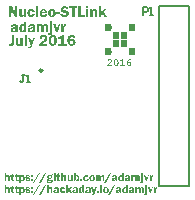
<source format=gto>
G04 Layer_Color=65535*
%FSLAX25Y25*%
%MOIN*%
G70*
G01*
G75*
%ADD15C,0.00984*%
%ADD16C,0.00787*%
%ADD17C,0.00500*%
G36*
X7523Y51168D02*
X6807D01*
Y51601D01*
X6796Y51585D01*
X6785Y51562D01*
X6768Y51529D01*
X6741Y51490D01*
X6713Y51451D01*
X6674Y51407D01*
X6635Y51363D01*
X6585Y51313D01*
X6530Y51268D01*
X6463Y51229D01*
X6397Y51191D01*
X6319Y51157D01*
X6230Y51135D01*
X6136Y51118D01*
X6036Y51113D01*
X5986D01*
X5936Y51118D01*
X5869Y51124D01*
X5797Y51140D01*
X5720Y51157D01*
X5647Y51185D01*
X5581Y51218D01*
X5575Y51224D01*
X5553Y51240D01*
X5531Y51263D01*
X5497Y51296D01*
X5459Y51340D01*
X5420Y51390D01*
X5387Y51451D01*
X5359Y51518D01*
Y51529D01*
X5348Y51557D01*
X5336Y51596D01*
X5325Y51662D01*
X5314Y51740D01*
X5303Y51834D01*
X5298Y51940D01*
X5292Y52067D01*
Y53777D01*
X6036D01*
Y52067D01*
Y52062D01*
Y52051D01*
Y52034D01*
X6041Y52012D01*
X6053Y51956D01*
X6075Y51895D01*
X6108Y51829D01*
X6158Y51773D01*
X6191Y51751D01*
X6230Y51734D01*
X6274Y51723D01*
X6324Y51718D01*
X6347D01*
X6374Y51723D01*
X6413Y51729D01*
X6452Y51740D01*
X6491Y51751D01*
X6535Y51773D01*
X6580Y51801D01*
X6585Y51806D01*
X6596Y51818D01*
X6619Y51834D01*
X6641Y51856D01*
X6685Y51912D01*
X6707Y51945D01*
X6718Y51979D01*
Y51984D01*
X6724Y51995D01*
X6730Y52023D01*
X6735Y52056D01*
X6741Y52101D01*
X6746Y52156D01*
X6752Y52223D01*
Y52306D01*
Y53777D01*
X7523D01*
Y51168D01*
D02*
G37*
G36*
X21215Y51812D02*
X22192D01*
Y51168D01*
X19339D01*
Y51812D01*
X20405D01*
Y53827D01*
X20399Y53821D01*
X20377Y53810D01*
X20344Y53788D01*
X20299Y53766D01*
X20249Y53732D01*
X20188Y53699D01*
X20116Y53660D01*
X20044Y53616D01*
X19889Y53533D01*
X19728Y53444D01*
X19567Y53366D01*
X19495Y53327D01*
X19428Y53299D01*
Y54027D01*
X19439Y54032D01*
X19467Y54038D01*
X19511Y54054D01*
X19572Y54076D01*
X19645Y54104D01*
X19728Y54132D01*
X19822Y54171D01*
X19916Y54215D01*
X20116Y54321D01*
X20216Y54376D01*
X20311Y54443D01*
X20399Y54509D01*
X20482Y54581D01*
X20555Y54659D01*
X20616Y54742D01*
X21215D01*
Y51812D01*
D02*
G37*
G36*
X14538Y54737D02*
X14594Y54731D01*
X14655Y54726D01*
X14722Y54715D01*
X14794Y54704D01*
X14944Y54659D01*
X15027Y54637D01*
X15105Y54604D01*
X15182Y54565D01*
X15254Y54520D01*
X15327Y54470D01*
X15393Y54409D01*
X15399Y54404D01*
X15410Y54393D01*
X15426Y54376D01*
X15449Y54354D01*
X15471Y54321D01*
X15499Y54282D01*
X15532Y54237D01*
X15565Y54188D01*
X15626Y54076D01*
X15682Y53943D01*
X15698Y53871D01*
X15715Y53793D01*
X15726Y53716D01*
X15732Y53632D01*
Y53627D01*
Y53610D01*
Y53588D01*
X15726Y53555D01*
X15721Y53510D01*
X15715Y53466D01*
X15704Y53411D01*
X15687Y53349D01*
X15643Y53222D01*
X15615Y53150D01*
X15582Y53078D01*
X15543Y53005D01*
X15493Y52933D01*
X15438Y52861D01*
X15376Y52789D01*
X15371Y52783D01*
X15360Y52772D01*
X15338Y52750D01*
X15310Y52722D01*
X15266Y52689D01*
X15215Y52645D01*
X15155Y52595D01*
X15082Y52539D01*
X15005Y52473D01*
X14910Y52406D01*
X14805Y52328D01*
X14688Y52245D01*
X14555Y52156D01*
X14416Y52067D01*
X14255Y51968D01*
X14089Y51868D01*
X15782D01*
X15721Y51168D01*
X13079D01*
Y51851D01*
X13084Y51856D01*
X13101Y51868D01*
X13134Y51890D01*
X13179Y51923D01*
X13240Y51968D01*
X13312Y52017D01*
X13401Y52084D01*
X13501Y52156D01*
X13512Y52162D01*
X13534Y52178D01*
X13573Y52206D01*
X13617Y52245D01*
X13678Y52284D01*
X13750Y52339D01*
X13823Y52395D01*
X13906Y52456D01*
X14078Y52589D01*
X14250Y52733D01*
X14339Y52806D01*
X14416Y52872D01*
X14489Y52939D01*
X14555Y53005D01*
X14561Y53011D01*
X14572Y53022D01*
X14588Y53039D01*
X14605Y53061D01*
X14661Y53127D01*
X14722Y53205D01*
X14783Y53299D01*
X14838Y53405D01*
X14855Y53455D01*
X14871Y53510D01*
X14883Y53566D01*
X14888Y53616D01*
Y53627D01*
Y53649D01*
X14883Y53688D01*
X14871Y53738D01*
X14855Y53788D01*
X14833Y53843D01*
X14799Y53904D01*
X14755Y53954D01*
X14749Y53960D01*
X14733Y53977D01*
X14699Y53999D01*
X14661Y54021D01*
X14611Y54043D01*
X14549Y54065D01*
X14477Y54082D01*
X14400Y54088D01*
X14378D01*
X14350Y54082D01*
X14317Y54076D01*
X14278Y54065D01*
X14233Y54054D01*
X14183Y54032D01*
X14128Y54004D01*
X14078Y53966D01*
X14022Y53921D01*
X13972Y53871D01*
X13928Y53804D01*
X13883Y53727D01*
X13850Y53638D01*
X13823Y53533D01*
X13800Y53416D01*
X13079Y53577D01*
Y53583D01*
X13084Y53588D01*
Y53605D01*
X13090Y53627D01*
X13106Y53682D01*
X13134Y53760D01*
X13168Y53849D01*
X13217Y53943D01*
X13273Y54049D01*
X13340Y54160D01*
X13423Y54271D01*
X13517Y54376D01*
X13628Y54470D01*
X13756Y54559D01*
X13900Y54637D01*
X14061Y54693D01*
X14150Y54715D01*
X14239Y54731D01*
X14339Y54737D01*
X14439Y54742D01*
X14500D01*
X14538Y54737D01*
D02*
G37*
G36*
X4659Y52173D02*
Y52167D01*
Y52151D01*
Y52123D01*
X4654Y52084D01*
Y52040D01*
X4648Y51990D01*
X4626Y51873D01*
X4598Y51740D01*
X4548Y51607D01*
X4487Y51485D01*
X4443Y51424D01*
X4399Y51374D01*
X4393D01*
X4388Y51363D01*
X4371Y51351D01*
X4349Y51335D01*
X4321Y51313D01*
X4288Y51290D01*
X4243Y51268D01*
X4199Y51246D01*
X4143Y51218D01*
X4082Y51196D01*
X4010Y51174D01*
X3938Y51152D01*
X3849Y51135D01*
X3760Y51124D01*
X3661Y51118D01*
X3555Y51113D01*
X3511D01*
X3455Y51118D01*
X3388D01*
X3305Y51124D01*
X3211Y51135D01*
X3111Y51152D01*
X3000Y51168D01*
Y51851D01*
X3011D01*
X3039Y51845D01*
X3089Y51840D01*
X3144Y51834D01*
X3211Y51823D01*
X3277Y51818D01*
X3350Y51812D01*
X3444D01*
X3472Y51818D01*
X3505D01*
X3583Y51834D01*
X3627Y51851D01*
X3661Y51868D01*
X3666D01*
X3677Y51879D01*
X3710Y51906D01*
X3755Y51945D01*
X3794Y52001D01*
Y52006D01*
X3799Y52017D01*
X3810Y52034D01*
X3816Y52067D01*
X3827Y52101D01*
X3833Y52151D01*
X3838Y52212D01*
Y52278D01*
Y54693D01*
X4659D01*
Y52173D01*
D02*
G37*
G36*
X11367Y5345D02*
X10977D01*
X12853Y8648D01*
X13248D01*
X11367Y5345D01*
D02*
G37*
G36*
X23940Y54737D02*
X23984D01*
X24035Y54726D01*
X24096Y54720D01*
X24157Y54709D01*
X24290Y54676D01*
X24429Y54626D01*
X24495Y54593D01*
X24562Y54559D01*
X24628Y54515D01*
X24689Y54465D01*
X24695Y54459D01*
X24706Y54454D01*
X24717Y54437D01*
X24739Y54415D01*
X24795Y54360D01*
X24856Y54282D01*
X24923Y54182D01*
X24989Y54071D01*
X25045Y53943D01*
X25067Y53871D01*
X25083Y53799D01*
X24373Y53610D01*
Y53616D01*
X24367Y53632D01*
X24362Y53660D01*
X24351Y53693D01*
X24334Y53738D01*
X24317Y53782D01*
X24268Y53882D01*
X24234Y53932D01*
X24195Y53982D01*
X24157Y54027D01*
X24107Y54071D01*
X24051Y54104D01*
X23990Y54132D01*
X23923Y54149D01*
X23846Y54154D01*
X23818D01*
X23790Y54149D01*
X23751Y54137D01*
X23701Y54121D01*
X23652Y54093D01*
X23596Y54054D01*
X23540Y54004D01*
X23480Y53943D01*
X23424Y53866D01*
X23374Y53771D01*
X23324Y53655D01*
X23307Y53588D01*
X23285Y53522D01*
X23269Y53444D01*
X23257Y53360D01*
X23246Y53272D01*
X23235Y53183D01*
X23230Y53078D01*
Y52972D01*
X23235Y52978D01*
X23241Y52989D01*
X23257Y53011D01*
X23280Y53033D01*
X23302Y53066D01*
X23335Y53100D01*
X23374Y53139D01*
X23424Y53177D01*
X23474Y53211D01*
X23529Y53250D01*
X23596Y53283D01*
X23668Y53316D01*
X23746Y53338D01*
X23829Y53360D01*
X23918Y53372D01*
X24018Y53377D01*
X24068D01*
X24101Y53372D01*
X24140Y53366D01*
X24190Y53360D01*
X24245Y53349D01*
X24301Y53338D01*
X24429Y53299D01*
X24495Y53272D01*
X24562Y53244D01*
X24628Y53205D01*
X24695Y53161D01*
X24756Y53111D01*
X24817Y53055D01*
X24823Y53050D01*
X24828Y53039D01*
X24845Y53022D01*
X24867Y53000D01*
X24889Y52966D01*
X24917Y52933D01*
X24945Y52889D01*
X24978Y52839D01*
X25034Y52728D01*
X25083Y52600D01*
X25106Y52528D01*
X25122Y52456D01*
X25128Y52378D01*
X25133Y52295D01*
Y52289D01*
Y52273D01*
Y52250D01*
X25128Y52217D01*
X25122Y52178D01*
X25117Y52128D01*
X25106Y52073D01*
X25089Y52017D01*
X25050Y51890D01*
X25022Y51818D01*
X24983Y51751D01*
X24945Y51679D01*
X24900Y51607D01*
X24845Y51535D01*
X24784Y51468D01*
X24778Y51462D01*
X24767Y51451D01*
X24750Y51435D01*
X24723Y51412D01*
X24689Y51385D01*
X24645Y51357D01*
X24595Y51324D01*
X24540Y51290D01*
X24478Y51257D01*
X24412Y51224D01*
X24334Y51196D01*
X24251Y51168D01*
X24168Y51146D01*
X24073Y51129D01*
X23973Y51118D01*
X23868Y51113D01*
X23812D01*
X23774Y51118D01*
X23724Y51124D01*
X23668Y51129D01*
X23607Y51135D01*
X23540Y51152D01*
X23396Y51185D01*
X23246Y51235D01*
X23174Y51268D01*
X23102Y51307D01*
X23035Y51351D01*
X22969Y51401D01*
X22963Y51407D01*
X22952Y51412D01*
X22936Y51429D01*
X22913Y51451D01*
X22891Y51485D01*
X22858Y51518D01*
X22791Y51601D01*
X22719Y51701D01*
X22641Y51818D01*
X22575Y51951D01*
X22525Y52095D01*
Y52101D01*
X22519Y52112D01*
X22514Y52134D01*
X22508Y52167D01*
X22497Y52201D01*
X22486Y52245D01*
X22475Y52289D01*
X22469Y52345D01*
X22447Y52467D01*
X22425Y52595D01*
X22414Y52733D01*
X22408Y52878D01*
Y52889D01*
Y52911D01*
Y52955D01*
X22414Y53011D01*
X22420Y53083D01*
X22425Y53161D01*
X22436Y53250D01*
X22453Y53349D01*
X22475Y53455D01*
X22497Y53560D01*
X22525Y53671D01*
X22558Y53782D01*
X22603Y53899D01*
X22652Y54004D01*
X22708Y54115D01*
X22769Y54215D01*
X22775Y54221D01*
X22786Y54237D01*
X22808Y54265D01*
X22836Y54299D01*
X22874Y54337D01*
X22925Y54382D01*
X22980Y54432D01*
X23041Y54482D01*
X23113Y54526D01*
X23196Y54576D01*
X23285Y54620D01*
X23385Y54659D01*
X23491Y54693D01*
X23602Y54720D01*
X23724Y54737D01*
X23857Y54742D01*
X23907D01*
X23940Y54737D01*
D02*
G37*
G36*
X10753Y51274D02*
Y51268D01*
X10748Y51257D01*
X10742Y51235D01*
X10731Y51207D01*
X10720Y51174D01*
X10703Y51135D01*
X10676Y51041D01*
X10637Y50946D01*
X10598Y50846D01*
X10559Y50752D01*
X10520Y50674D01*
X10515Y50669D01*
X10504Y50641D01*
X10481Y50608D01*
X10448Y50569D01*
X10409Y50519D01*
X10365Y50469D01*
X10309Y50419D01*
X10243Y50375D01*
X10237Y50369D01*
X10209Y50358D01*
X10171Y50336D01*
X10110Y50319D01*
X10037Y50297D01*
X9954Y50275D01*
X9854Y50264D01*
X9738Y50258D01*
X9677D01*
X9632Y50264D01*
X9577D01*
X9516Y50275D01*
X9444Y50280D01*
X9371Y50291D01*
Y50880D01*
X9382D01*
X9405Y50874D01*
X9444Y50869D01*
X9493Y50863D01*
X9549Y50858D01*
X9610Y50852D01*
X9743Y50846D01*
X9782D01*
X9821Y50852D01*
X9865Y50858D01*
X9915Y50869D01*
X9971Y50885D01*
X10015Y50907D01*
X10048Y50935D01*
X10054Y50941D01*
X10060Y50952D01*
X10076Y50968D01*
X10093Y50996D01*
X10110Y51029D01*
X10132Y51068D01*
X10148Y51113D01*
X10165Y51168D01*
X9222Y53777D01*
X10032D01*
X10531Y52223D01*
X11014Y53777D01*
X11575D01*
X10753Y51274D01*
D02*
G37*
G36*
X15260Y58327D02*
X15322Y58321D01*
X15388Y58305D01*
X15466Y58288D01*
X15538Y58260D01*
X15610Y58221D01*
X15621Y58216D01*
X15643Y58205D01*
X15677Y58177D01*
X15716Y58149D01*
X15760Y58105D01*
X15804Y58060D01*
X15843Y58005D01*
X15877Y57944D01*
X15882Y57938D01*
X15888Y57911D01*
X15904Y57872D01*
X15921Y57811D01*
X15932Y57727D01*
X15949Y57627D01*
X15954Y57572D01*
Y57505D01*
X15960Y57439D01*
Y57361D01*
Y55674D01*
X15188D01*
Y57111D01*
Y57117D01*
Y57122D01*
Y57139D01*
Y57161D01*
Y57211D01*
Y57278D01*
X15183Y57344D01*
X15177Y57405D01*
X15172Y57461D01*
X15166Y57505D01*
Y57511D01*
X15161Y57522D01*
X15155Y57539D01*
X15149Y57561D01*
X15122Y57611D01*
X15100Y57639D01*
X15072Y57661D01*
X15066Y57666D01*
X15061Y57672D01*
X15044Y57683D01*
X15022Y57694D01*
X14988Y57705D01*
X14955Y57711D01*
X14916Y57722D01*
X14844D01*
X14817Y57716D01*
X14789Y57711D01*
X14744Y57700D01*
X14705Y57683D01*
X14656Y57661D01*
X14605Y57627D01*
X14600Y57622D01*
X14583Y57605D01*
X14567Y57578D01*
X14545Y57528D01*
X14528Y57500D01*
X14517Y57461D01*
X14506Y57422D01*
X14500Y57372D01*
X14489Y57317D01*
X14483Y57256D01*
X14478Y57189D01*
Y57111D01*
Y55674D01*
X13706D01*
Y57111D01*
Y57117D01*
Y57122D01*
Y57139D01*
Y57161D01*
Y57217D01*
X13701Y57278D01*
Y57344D01*
X13695Y57411D01*
X13684Y57467D01*
X13673Y57511D01*
Y57516D01*
X13668Y57528D01*
X13662Y57544D01*
X13651Y57566D01*
X13618Y57616D01*
X13568Y57661D01*
X13562Y57666D01*
X13557Y57672D01*
X13534Y57683D01*
X13512Y57694D01*
X13485Y57705D01*
X13451Y57711D01*
X13412Y57722D01*
X13335D01*
X13301Y57716D01*
X13257Y57705D01*
X13207Y57688D01*
X13157Y57666D01*
X13113Y57639D01*
X13074Y57594D01*
X13068Y57589D01*
X13057Y57566D01*
X13046Y57533D01*
X13029Y57489D01*
X13007Y57422D01*
X12996Y57339D01*
X12985Y57233D01*
X12979Y57111D01*
Y55674D01*
X12236D01*
Y58282D01*
X12957D01*
Y57883D01*
X12968Y57899D01*
X12979Y57922D01*
X12996Y57949D01*
X13018Y57983D01*
X13046Y58021D01*
X13079Y58060D01*
X13118Y58105D01*
X13162Y58149D01*
X13218Y58188D01*
X13279Y58227D01*
X13346Y58260D01*
X13418Y58288D01*
X13501Y58316D01*
X13590Y58327D01*
X13690Y58332D01*
X13712D01*
X13740Y58327D01*
X13773D01*
X13812Y58321D01*
X13862Y58310D01*
X13967Y58277D01*
X14028Y58249D01*
X14084Y58221D01*
X14145Y58182D01*
X14206Y58138D01*
X14261Y58088D01*
X14317Y58027D01*
X14367Y57955D01*
X14411Y57877D01*
Y57883D01*
X14422Y57899D01*
X14434Y57922D01*
X14456Y57949D01*
X14478Y57983D01*
X14506Y58021D01*
X14545Y58060D01*
X14589Y58105D01*
X14633Y58149D01*
X14689Y58188D01*
X14755Y58227D01*
X14822Y58260D01*
X14894Y58288D01*
X14977Y58316D01*
X15072Y58327D01*
X15166Y58332D01*
X15211D01*
X15260Y58327D01*
D02*
G37*
G36*
X21748Y58332D02*
X21804Y58327D01*
Y57572D01*
X21765D01*
X21721Y57566D01*
X21671Y57561D01*
X21610Y57555D01*
X21549Y57539D01*
X21487Y57522D01*
X21432Y57494D01*
X21427Y57489D01*
X21410Y57478D01*
X21388Y57461D01*
X21360Y57433D01*
X21327Y57400D01*
X21288Y57355D01*
X21254Y57300D01*
X21221Y57233D01*
X21216Y57228D01*
X21210Y57200D01*
X21199Y57161D01*
X21182Y57100D01*
X21166Y57034D01*
X21155Y56945D01*
X21149Y56845D01*
X21144Y56734D01*
Y55674D01*
X20400D01*
Y58282D01*
X21105D01*
Y57800D01*
X21110Y57816D01*
X21121Y57844D01*
X21138Y57877D01*
X21155Y57922D01*
X21177Y57966D01*
X21232Y58066D01*
X21310Y58166D01*
X21354Y58210D01*
X21404Y58255D01*
X21460Y58288D01*
X21521Y58316D01*
X21587Y58332D01*
X21660Y58338D01*
X21698D01*
X21748Y58332D01*
D02*
G37*
G36*
X19173Y55674D02*
X18568D01*
X17680Y58282D01*
X18474D01*
X18979Y56628D01*
X19501Y58282D01*
X20067D01*
X19173Y55674D01*
D02*
G37*
G36*
X8739D02*
X8029D01*
Y56079D01*
X8023Y56073D01*
X8018Y56057D01*
X8001Y56035D01*
X7979Y56007D01*
X7951Y55974D01*
X7923Y55935D01*
X7885Y55890D01*
X7840Y55851D01*
X7735Y55763D01*
X7613Y55690D01*
X7540Y55663D01*
X7468Y55641D01*
X7391Y55624D01*
X7307Y55618D01*
X7268D01*
X7235Y55624D01*
X7202Y55629D01*
X7158Y55635D01*
X7058Y55663D01*
X6952Y55702D01*
X6891Y55735D01*
X6836Y55768D01*
X6780Y55807D01*
X6725Y55851D01*
X6675Y55907D01*
X6625Y55968D01*
Y55974D01*
X6613Y55985D01*
X6602Y56007D01*
X6586Y56035D01*
X6569Y56068D01*
X6547Y56112D01*
X6525Y56162D01*
X6503Y56223D01*
X6480Y56290D01*
X6458Y56362D01*
X6436Y56440D01*
X6419Y56529D01*
X6403Y56623D01*
X6392Y56723D01*
X6386Y56828D01*
X6380Y56945D01*
Y56950D01*
Y56972D01*
Y57006D01*
X6386Y57050D01*
Y57106D01*
X6392Y57172D01*
X6403Y57239D01*
X6414Y57317D01*
X6442Y57478D01*
X6486Y57650D01*
X6547Y57811D01*
X6586Y57888D01*
X6630Y57960D01*
X6636Y57966D01*
X6641Y57977D01*
X6658Y57994D01*
X6675Y58021D01*
X6702Y58049D01*
X6736Y58077D01*
X6769Y58110D01*
X6813Y58149D01*
X6919Y58216D01*
X7041Y58277D01*
X7107Y58299D01*
X7185Y58316D01*
X7268Y58327D01*
X7352Y58332D01*
X7391D01*
X7418Y58327D01*
X7457Y58321D01*
X7496Y58316D01*
X7590Y58293D01*
X7690Y58249D01*
X7746Y58227D01*
X7801Y58193D01*
X7851Y58155D01*
X7901Y58110D01*
X7951Y58060D01*
X7995Y57999D01*
Y59198D01*
X8739D01*
Y55674D01*
D02*
G37*
G36*
X8927Y51168D02*
X8156D01*
Y54693D01*
X8927D01*
Y51168D01*
D02*
G37*
G36*
X17619Y54737D02*
X17669D01*
X17724Y54726D01*
X17785Y54715D01*
X17857Y54698D01*
X17935Y54676D01*
X18013Y54648D01*
X18096Y54615D01*
X18179Y54570D01*
X18262Y54520D01*
X18346Y54459D01*
X18429Y54387D01*
X18501Y54310D01*
X18573Y54215D01*
X18579Y54210D01*
X18590Y54193D01*
X18607Y54160D01*
X18629Y54121D01*
X18656Y54071D01*
X18690Y54010D01*
X18718Y53938D01*
X18756Y53860D01*
X18790Y53766D01*
X18817Y53671D01*
X18851Y53566D01*
X18879Y53455D01*
X18901Y53333D01*
X18917Y53205D01*
X18928Y53072D01*
X18934Y52933D01*
Y52922D01*
Y52900D01*
Y52855D01*
X18928Y52806D01*
X18923Y52739D01*
X18917Y52661D01*
X18906Y52572D01*
X18890Y52478D01*
X18867Y52378D01*
X18845Y52273D01*
X18817Y52167D01*
X18784Y52056D01*
X18740Y51951D01*
X18690Y51840D01*
X18634Y51734D01*
X18573Y51635D01*
X18568Y51629D01*
X18557Y51612D01*
X18534Y51585D01*
X18507Y51551D01*
X18473Y51512D01*
X18423Y51468D01*
X18373Y51424D01*
X18313Y51374D01*
X18246Y51324D01*
X18168Y51279D01*
X18085Y51235D01*
X17990Y51196D01*
X17896Y51163D01*
X17785Y51135D01*
X17674Y51118D01*
X17552Y51113D01*
X17524D01*
X17491Y51118D01*
X17447D01*
X17391Y51129D01*
X17330Y51140D01*
X17258Y51157D01*
X17180Y51179D01*
X17102Y51202D01*
X17019Y51235D01*
X16936Y51279D01*
X16853Y51329D01*
X16770Y51385D01*
X16692Y51457D01*
X16614Y51535D01*
X16542Y51623D01*
X16536Y51629D01*
X16525Y51646D01*
X16509Y51679D01*
X16487Y51718D01*
X16459Y51768D01*
X16431Y51829D01*
X16398Y51901D01*
X16364Y51979D01*
X16331Y52067D01*
X16298Y52167D01*
X16270Y52273D01*
X16242Y52389D01*
X16220Y52511D01*
X16204Y52639D01*
X16192Y52778D01*
X16187Y52922D01*
Y52933D01*
Y52955D01*
Y52994D01*
X16192Y53050D01*
X16198Y53116D01*
X16204Y53194D01*
X16215Y53277D01*
X16231Y53372D01*
X16248Y53471D01*
X16270Y53577D01*
X16303Y53682D01*
X16337Y53793D01*
X16375Y53899D01*
X16420Y54010D01*
X16475Y54115D01*
X16536Y54215D01*
X16542Y54221D01*
X16553Y54237D01*
X16575Y54265D01*
X16603Y54299D01*
X16636Y54337D01*
X16681Y54382D01*
X16736Y54432D01*
X16797Y54482D01*
X16864Y54526D01*
X16942Y54576D01*
X17025Y54620D01*
X17114Y54659D01*
X17214Y54693D01*
X17319Y54720D01*
X17436Y54737D01*
X17558Y54742D01*
X17585D01*
X17619Y54737D01*
D02*
G37*
G36*
X17380Y58493D02*
X16592D01*
Y59270D01*
X17380D01*
Y58493D01*
D02*
G37*
G36*
X13485Y5345D02*
X13094D01*
X14970Y8648D01*
X15365D01*
X13485Y5345D01*
D02*
G37*
G36*
X18477Y6006D02*
X17899D01*
Y7961D01*
X18477D01*
Y6006D01*
D02*
G37*
G36*
X11026D02*
X10427D01*
Y6605D01*
X11026D01*
Y6006D01*
D02*
G37*
G36*
X2057Y7695D02*
X2066Y7703D01*
X2074Y7720D01*
X2087Y7741D01*
X2107Y7762D01*
X2128Y7786D01*
X2153Y7816D01*
X2182Y7845D01*
X2215Y7874D01*
X2257Y7903D01*
X2299Y7928D01*
X2349Y7949D01*
X2399Y7970D01*
X2457Y7986D01*
X2519Y7994D01*
X2586Y7999D01*
X2619D01*
X2657Y7994D01*
X2702Y7986D01*
X2752Y7978D01*
X2810Y7961D01*
X2869Y7940D01*
X2923Y7911D01*
X2931Y7907D01*
X2948Y7895D01*
X2973Y7878D01*
X3002Y7849D01*
X3035Y7820D01*
X3068Y7778D01*
X3097Y7737D01*
X3122Y7687D01*
X3127Y7683D01*
X3131Y7662D01*
X3139Y7633D01*
X3151Y7587D01*
X3164Y7533D01*
X3172Y7462D01*
X3176Y7383D01*
X3181Y7292D01*
Y6006D01*
X2602D01*
Y7104D01*
Y7108D01*
Y7113D01*
Y7138D01*
Y7171D01*
Y7212D01*
X2594Y7300D01*
X2590Y7341D01*
X2586Y7375D01*
Y7379D01*
X2582Y7387D01*
X2577Y7400D01*
X2569Y7420D01*
X2548Y7458D01*
X2515Y7500D01*
X2511Y7504D01*
X2507Y7508D01*
X2494Y7516D01*
X2478Y7524D01*
X2436Y7541D01*
X2407Y7549D01*
X2361D01*
X2336Y7545D01*
X2311Y7537D01*
X2278Y7529D01*
X2241Y7512D01*
X2203Y7491D01*
X2161Y7462D01*
X2157Y7458D01*
X2145Y7445D01*
X2128Y7420D01*
X2111Y7387D01*
X2091Y7337D01*
X2074Y7275D01*
X2066Y7237D01*
X2062Y7200D01*
X2057Y7154D01*
Y7104D01*
Y6006D01*
X1500D01*
Y8648D01*
X2057D01*
Y7695D01*
D02*
G37*
G36*
X20898D02*
X20906Y7703D01*
X20915Y7720D01*
X20927Y7741D01*
X20948Y7762D01*
X20969Y7786D01*
X20994Y7816D01*
X21023Y7845D01*
X21056Y7874D01*
X21098Y7903D01*
X21139Y7928D01*
X21189Y7949D01*
X21239Y7970D01*
X21297Y7986D01*
X21360Y7994D01*
X21426Y7999D01*
X21460D01*
X21497Y7994D01*
X21543Y7986D01*
X21593Y7978D01*
X21651Y7961D01*
X21709Y7940D01*
X21763Y7911D01*
X21772Y7907D01*
X21788Y7895D01*
X21813Y7878D01*
X21842Y7849D01*
X21876Y7820D01*
X21909Y7778D01*
X21938Y7737D01*
X21963Y7687D01*
X21967Y7683D01*
X21971Y7662D01*
X21980Y7633D01*
X21992Y7587D01*
X22005Y7533D01*
X22013Y7462D01*
X22017Y7383D01*
X22021Y7292D01*
Y6006D01*
X21443D01*
Y7104D01*
Y7108D01*
Y7113D01*
Y7138D01*
Y7171D01*
Y7212D01*
X21435Y7300D01*
X21431Y7341D01*
X21426Y7375D01*
Y7379D01*
X21422Y7387D01*
X21418Y7400D01*
X21410Y7420D01*
X21389Y7458D01*
X21356Y7500D01*
X21351Y7504D01*
X21347Y7508D01*
X21335Y7516D01*
X21318Y7524D01*
X21277Y7541D01*
X21248Y7549D01*
X21202D01*
X21177Y7545D01*
X21152Y7537D01*
X21119Y7529D01*
X21081Y7512D01*
X21044Y7491D01*
X21002Y7462D01*
X20998Y7458D01*
X20985Y7445D01*
X20969Y7420D01*
X20952Y7387D01*
X20931Y7337D01*
X20915Y7275D01*
X20906Y7237D01*
X20902Y7200D01*
X20898Y7154D01*
Y7104D01*
Y6006D01*
X20341D01*
Y8648D01*
X20898D01*
Y7695D01*
D02*
G37*
G36*
X42551Y7994D02*
X42601D01*
X42659Y7986D01*
X42721Y7978D01*
X42788Y7965D01*
X42855Y7949D01*
X42863D01*
X42884Y7940D01*
X42917Y7928D01*
X42954Y7915D01*
X43000Y7895D01*
X43046Y7870D01*
X43088Y7845D01*
X43129Y7812D01*
X43133Y7807D01*
X43146Y7795D01*
X43162Y7778D01*
X43183Y7753D01*
X43204Y7724D01*
X43229Y7691D01*
X43246Y7653D01*
X43262Y7616D01*
Y7612D01*
X43266Y7595D01*
X43275Y7570D01*
X43283Y7533D01*
X43287Y7483D01*
X43295Y7420D01*
X43300Y7346D01*
Y7254D01*
Y6368D01*
Y6364D01*
Y6356D01*
Y6343D01*
Y6326D01*
Y6281D01*
X43304Y6227D01*
X43308Y6168D01*
X43312Y6110D01*
X43321Y6052D01*
X43333Y6006D01*
X42775D01*
Y6010D01*
X42771Y6027D01*
X42767Y6052D01*
X42763Y6085D01*
X42755Y6127D01*
X42751Y6181D01*
X42746Y6239D01*
Y6301D01*
X42738Y6297D01*
X42721Y6272D01*
X42692Y6235D01*
X42655Y6193D01*
X42609Y6148D01*
X42559Y6102D01*
X42505Y6060D01*
X42451Y6031D01*
X42443Y6027D01*
X42426Y6023D01*
X42397Y6010D01*
X42355Y5998D01*
X42305Y5985D01*
X42251Y5977D01*
X42189Y5969D01*
X42122Y5964D01*
X42097D01*
X42077Y5969D01*
X42052D01*
X42027Y5973D01*
X41964Y5981D01*
X41894Y6002D01*
X41819Y6027D01*
X41744Y6060D01*
X41677Y6110D01*
X41669Y6118D01*
X41652Y6139D01*
X41623Y6172D01*
X41594Y6218D01*
X41565Y6272D01*
X41536Y6343D01*
X41519Y6422D01*
X41511Y6509D01*
Y6514D01*
Y6518D01*
Y6543D01*
X41515Y6576D01*
X41523Y6622D01*
X41536Y6676D01*
X41552Y6734D01*
X41573Y6792D01*
X41607Y6850D01*
X41611Y6859D01*
X41627Y6876D01*
X41648Y6905D01*
X41686Y6938D01*
X41727Y6975D01*
X41781Y7017D01*
X41848Y7058D01*
X41923Y7092D01*
X41927D01*
X41935Y7096D01*
X41948Y7100D01*
X41964Y7104D01*
X41993Y7113D01*
X42023Y7121D01*
X42060Y7129D01*
X42106Y7142D01*
X42156Y7150D01*
X42214Y7163D01*
X42281Y7175D01*
X42351Y7183D01*
X42434Y7196D01*
X42522Y7204D01*
X42617Y7217D01*
X42721Y7225D01*
Y7333D01*
Y7337D01*
Y7346D01*
Y7358D01*
X42717Y7379D01*
X42705Y7425D01*
X42684Y7479D01*
X42671Y7504D01*
X42651Y7529D01*
X42630Y7553D01*
X42601Y7574D01*
X42568Y7595D01*
X42530Y7608D01*
X42484Y7616D01*
X42434Y7620D01*
X42405D01*
X42389Y7616D01*
X42339Y7604D01*
X42281Y7587D01*
X42222Y7549D01*
X42193Y7529D01*
X42168Y7500D01*
X42143Y7470D01*
X42127Y7429D01*
X42110Y7387D01*
X42102Y7337D01*
X41569Y7387D01*
Y7391D01*
X41573Y7404D01*
X41577Y7420D01*
X41582Y7441D01*
X41590Y7470D01*
X41598Y7500D01*
X41627Y7570D01*
X41669Y7649D01*
X41723Y7724D01*
X41756Y7762D01*
X41794Y7799D01*
X41835Y7828D01*
X41881Y7857D01*
X41885D01*
X41894Y7861D01*
X41906Y7870D01*
X41927Y7878D01*
X41952Y7891D01*
X41985Y7903D01*
X42018Y7915D01*
X42056Y7928D01*
X42143Y7953D01*
X42247Y7978D01*
X42360Y7994D01*
X42480Y7999D01*
X42513D01*
X42551Y7994D01*
D02*
G37*
G36*
X38266D02*
X38316D01*
X38374Y7986D01*
X38437Y7978D01*
X38503Y7965D01*
X38570Y7949D01*
X38578D01*
X38599Y7940D01*
X38632Y7928D01*
X38670Y7915D01*
X38715Y7895D01*
X38761Y7870D01*
X38803Y7845D01*
X38844Y7812D01*
X38849Y7807D01*
X38861Y7795D01*
X38878Y7778D01*
X38898Y7753D01*
X38919Y7724D01*
X38944Y7691D01*
X38961Y7653D01*
X38977Y7616D01*
Y7612D01*
X38982Y7595D01*
X38990Y7570D01*
X38998Y7533D01*
X39002Y7483D01*
X39011Y7420D01*
X39015Y7346D01*
Y7254D01*
Y6368D01*
Y6364D01*
Y6356D01*
Y6343D01*
Y6326D01*
Y6281D01*
X39019Y6227D01*
X39023Y6168D01*
X39027Y6110D01*
X39036Y6052D01*
X39048Y6006D01*
X38491D01*
Y6010D01*
X38487Y6027D01*
X38482Y6052D01*
X38478Y6085D01*
X38470Y6127D01*
X38466Y6181D01*
X38462Y6239D01*
Y6301D01*
X38453Y6297D01*
X38437Y6272D01*
X38407Y6235D01*
X38370Y6193D01*
X38324Y6148D01*
X38274Y6102D01*
X38220Y6060D01*
X38166Y6031D01*
X38158Y6027D01*
X38141Y6023D01*
X38112Y6010D01*
X38071Y5998D01*
X38021Y5985D01*
X37967Y5977D01*
X37904Y5969D01*
X37838Y5964D01*
X37813D01*
X37792Y5969D01*
X37767D01*
X37742Y5973D01*
X37679Y5981D01*
X37609Y6002D01*
X37534Y6027D01*
X37459Y6060D01*
X37393Y6110D01*
X37384Y6118D01*
X37367Y6139D01*
X37338Y6172D01*
X37309Y6218D01*
X37280Y6272D01*
X37251Y6343D01*
X37234Y6422D01*
X37226Y6509D01*
Y6514D01*
Y6518D01*
Y6543D01*
X37230Y6576D01*
X37239Y6622D01*
X37251Y6676D01*
X37268Y6734D01*
X37288Y6792D01*
X37322Y6850D01*
X37326Y6859D01*
X37343Y6876D01*
X37363Y6905D01*
X37401Y6938D01*
X37442Y6975D01*
X37497Y7017D01*
X37563Y7058D01*
X37638Y7092D01*
X37642D01*
X37650Y7096D01*
X37663Y7100D01*
X37679Y7104D01*
X37709Y7113D01*
X37738Y7121D01*
X37775Y7129D01*
X37821Y7142D01*
X37871Y7150D01*
X37929Y7163D01*
X37996Y7175D01*
X38066Y7183D01*
X38150Y7196D01*
X38237Y7204D01*
X38333Y7217D01*
X38437Y7225D01*
Y7333D01*
Y7337D01*
Y7346D01*
Y7358D01*
X38432Y7379D01*
X38420Y7425D01*
X38399Y7479D01*
X38387Y7504D01*
X38366Y7529D01*
X38345Y7553D01*
X38316Y7574D01*
X38283Y7595D01*
X38245Y7608D01*
X38199Y7616D01*
X38150Y7620D01*
X38120D01*
X38104Y7616D01*
X38054Y7604D01*
X37996Y7587D01*
X37937Y7549D01*
X37908Y7529D01*
X37883Y7500D01*
X37858Y7470D01*
X37842Y7429D01*
X37825Y7387D01*
X37817Y7337D01*
X37284Y7387D01*
Y7391D01*
X37288Y7404D01*
X37293Y7420D01*
X37297Y7441D01*
X37305Y7470D01*
X37313Y7500D01*
X37343Y7570D01*
X37384Y7649D01*
X37438Y7724D01*
X37472Y7762D01*
X37509Y7799D01*
X37551Y7828D01*
X37596Y7857D01*
X37600D01*
X37609Y7861D01*
X37621Y7870D01*
X37642Y7878D01*
X37667Y7891D01*
X37700Y7903D01*
X37734Y7915D01*
X37771Y7928D01*
X37858Y7953D01*
X37962Y7978D01*
X38075Y7994D01*
X38195Y7999D01*
X38229D01*
X38266Y7994D01*
D02*
G37*
G36*
X27371Y6006D02*
X26772D01*
Y6605D01*
X27371D01*
Y6006D01*
D02*
G37*
G36*
X4308Y7961D02*
X4728D01*
Y7512D01*
X4308D01*
Y6684D01*
Y6676D01*
Y6659D01*
X4312Y6634D01*
Y6601D01*
X4329Y6530D01*
X4337Y6501D01*
X4354Y6476D01*
X4358D01*
X4362Y6468D01*
X4379Y6459D01*
X4400Y6451D01*
X4429Y6443D01*
X4466Y6435D01*
X4512Y6430D01*
X4570Y6426D01*
X4682D01*
X4753Y6430D01*
Y6006D01*
X4741D01*
X4728Y6002D01*
X4712Y5998D01*
X4666Y5993D01*
X4612Y5985D01*
X4553Y5977D01*
X4495Y5973D01*
X4437Y5964D01*
X4358D01*
X4333Y5969D01*
X4304D01*
X4271Y5973D01*
X4191Y5981D01*
X4108Y5998D01*
X4021Y6023D01*
X3946Y6056D01*
X3909Y6077D01*
X3880Y6102D01*
X3871Y6110D01*
X3855Y6131D01*
X3834Y6164D01*
X3817Y6189D01*
X3805Y6214D01*
X3792Y6247D01*
X3776Y6285D01*
X3763Y6326D01*
X3755Y6372D01*
X3742Y6422D01*
X3738Y6476D01*
X3730Y6534D01*
Y6601D01*
Y7512D01*
X3422D01*
Y7961D01*
X3763D01*
X3809Y8535D01*
X4308Y8577D01*
Y7961D01*
D02*
G37*
G36*
X47630Y6110D02*
Y6102D01*
Y6085D01*
Y6056D01*
Y6019D01*
Y5977D01*
Y5931D01*
X47626Y5831D01*
Y5827D01*
Y5810D01*
X47622Y5785D01*
X47618Y5752D01*
X47605Y5711D01*
X47593Y5669D01*
X47576Y5623D01*
X47555Y5573D01*
X47551Y5569D01*
X47543Y5553D01*
X47526Y5528D01*
X47505Y5499D01*
X47476Y5465D01*
X47439Y5432D01*
X47393Y5399D01*
X47343Y5370D01*
X47335Y5365D01*
X47318Y5357D01*
X47289Y5349D01*
X47247Y5336D01*
X47198Y5320D01*
X47139Y5311D01*
X47073Y5303D01*
X46998Y5299D01*
X46948D01*
X46915Y5303D01*
X46869Y5307D01*
X46815Y5311D01*
X46753Y5320D01*
X46682Y5332D01*
Y5785D01*
X46698D01*
X46715Y5781D01*
X46732D01*
X46777Y5777D01*
X46798Y5773D01*
X46836D01*
X46856Y5777D01*
X46881Y5781D01*
X46906Y5790D01*
X46935Y5802D01*
X46965Y5819D01*
X46985Y5844D01*
X46990Y5848D01*
X46994Y5856D01*
X47002Y5877D01*
X47015Y5902D01*
X47023Y5940D01*
X47031Y5985D01*
X47035Y6044D01*
X47039Y6110D01*
Y7961D01*
X47630D01*
Y6110D01*
D02*
G37*
G36*
X35121Y5345D02*
X34730D01*
X36606Y8648D01*
X37001D01*
X35121Y5345D01*
D02*
G37*
G36*
X5702Y7961D02*
X6122D01*
Y7512D01*
X5702D01*
Y6684D01*
Y6676D01*
Y6659D01*
X5706Y6634D01*
Y6601D01*
X5722Y6530D01*
X5731Y6501D01*
X5747Y6476D01*
X5751D01*
X5756Y6468D01*
X5772Y6459D01*
X5793Y6451D01*
X5822Y6443D01*
X5860Y6435D01*
X5905Y6430D01*
X5964Y6426D01*
X6076D01*
X6147Y6430D01*
Y6006D01*
X6134D01*
X6122Y6002D01*
X6105Y5998D01*
X6059Y5993D01*
X6005Y5985D01*
X5947Y5977D01*
X5889Y5973D01*
X5831Y5964D01*
X5751D01*
X5727Y5969D01*
X5697D01*
X5664Y5973D01*
X5585Y5981D01*
X5502Y5998D01*
X5415Y6023D01*
X5340Y6056D01*
X5302Y6077D01*
X5273Y6102D01*
X5265Y6110D01*
X5248Y6131D01*
X5227Y6164D01*
X5211Y6189D01*
X5198Y6214D01*
X5186Y6247D01*
X5169Y6285D01*
X5157Y6326D01*
X5148Y6372D01*
X5136Y6422D01*
X5132Y6476D01*
X5123Y6534D01*
Y6601D01*
Y7512D01*
X4815D01*
Y7961D01*
X5157D01*
X5202Y8535D01*
X5702Y8577D01*
Y7961D01*
D02*
G37*
G36*
X30724Y7994D02*
X30761Y7990D01*
X30803Y7982D01*
X30853Y7974D01*
X30903Y7961D01*
X30957Y7945D01*
X31015Y7928D01*
X31073Y7903D01*
X31132Y7874D01*
X31186Y7841D01*
X31244Y7799D01*
X31294Y7757D01*
X31344Y7703D01*
X31348Y7699D01*
X31356Y7691D01*
X31369Y7674D01*
X31385Y7649D01*
X31402Y7624D01*
X31423Y7587D01*
X31448Y7549D01*
X31473Y7504D01*
X31494Y7454D01*
X31519Y7400D01*
X31539Y7337D01*
X31560Y7275D01*
X31573Y7204D01*
X31585Y7133D01*
X31593Y7054D01*
X31598Y6975D01*
Y6971D01*
Y6955D01*
Y6934D01*
X31593Y6905D01*
X31589Y6867D01*
X31585Y6821D01*
X31577Y6776D01*
X31564Y6722D01*
X31535Y6605D01*
X31514Y6547D01*
X31485Y6484D01*
X31456Y6426D01*
X31423Y6364D01*
X31381Y6306D01*
X31335Y6251D01*
X31331Y6247D01*
X31323Y6239D01*
X31311Y6227D01*
X31290Y6206D01*
X31261Y6185D01*
X31231Y6160D01*
X31194Y6135D01*
X31152Y6110D01*
X31107Y6081D01*
X31053Y6056D01*
X30999Y6031D01*
X30936Y6010D01*
X30870Y5989D01*
X30799Y5977D01*
X30724Y5969D01*
X30645Y5964D01*
X30603D01*
X30574Y5969D01*
X30541Y5973D01*
X30499Y5981D01*
X30454Y5989D01*
X30408Y6002D01*
X30300Y6035D01*
X30246Y6056D01*
X30187Y6085D01*
X30133Y6118D01*
X30079Y6156D01*
X30029Y6197D01*
X29979Y6247D01*
X29975Y6251D01*
X29967Y6260D01*
X29954Y6276D01*
X29942Y6301D01*
X29921Y6326D01*
X29900Y6364D01*
X29880Y6401D01*
X29855Y6447D01*
X29830Y6497D01*
X29809Y6555D01*
X29788Y6613D01*
X29767Y6680D01*
X29755Y6751D01*
X29742Y6821D01*
X29734Y6900D01*
X29730Y6984D01*
Y6988D01*
Y6996D01*
Y7013D01*
Y7038D01*
X29734Y7063D01*
Y7096D01*
X29742Y7167D01*
X29759Y7250D01*
X29776Y7337D01*
X29805Y7429D01*
X29842Y7512D01*
Y7516D01*
X29846Y7520D01*
X29855Y7533D01*
X29863Y7549D01*
X29888Y7587D01*
X29921Y7637D01*
X29967Y7691D01*
X30021Y7749D01*
X30079Y7807D01*
X30150Y7861D01*
X30154D01*
X30158Y7866D01*
X30171Y7874D01*
X30187Y7882D01*
X30229Y7903D01*
X30287Y7932D01*
X30358Y7957D01*
X30445Y7978D01*
X30541Y7994D01*
X30649Y7999D01*
X30691D01*
X30724Y7994D01*
D02*
G37*
G36*
X25220Y7716D02*
X25229Y7724D01*
X25237Y7737D01*
X25249Y7757D01*
X25287Y7803D01*
X25337Y7857D01*
X25403Y7907D01*
X25487Y7953D01*
X25532Y7974D01*
X25586Y7986D01*
X25640Y7994D01*
X25699Y7999D01*
X25732D01*
X25753Y7994D01*
X25782Y7990D01*
X25815Y7986D01*
X25890Y7965D01*
X25977Y7932D01*
X26023Y7911D01*
X26065Y7882D01*
X26111Y7853D01*
X26152Y7816D01*
X26194Y7774D01*
X26231Y7724D01*
X26235Y7720D01*
X26239Y7712D01*
X26248Y7695D01*
X26260Y7674D01*
X26277Y7645D01*
X26294Y7612D01*
X26310Y7574D01*
X26331Y7529D01*
X26348Y7479D01*
X26364Y7425D01*
X26381Y7362D01*
X26398Y7296D01*
X26410Y7225D01*
X26418Y7146D01*
X26427Y7067D01*
Y6979D01*
Y6975D01*
Y6959D01*
Y6934D01*
X26423Y6905D01*
Y6863D01*
X26414Y6821D01*
X26410Y6771D01*
X26402Y6717D01*
X26377Y6597D01*
X26339Y6476D01*
X26319Y6414D01*
X26289Y6356D01*
X26260Y6297D01*
X26223Y6243D01*
X26219Y6239D01*
X26215Y6231D01*
X26202Y6218D01*
X26185Y6202D01*
X26165Y6177D01*
X26140Y6156D01*
X26111Y6131D01*
X26077Y6106D01*
X26036Y6077D01*
X25994Y6052D01*
X25948Y6031D01*
X25894Y6010D01*
X25840Y5989D01*
X25778Y5977D01*
X25715Y5969D01*
X25645Y5964D01*
X25611D01*
X25578Y5969D01*
X25532Y5973D01*
X25482Y5981D01*
X25428Y5993D01*
X25374Y6010D01*
X25324Y6031D01*
X25320Y6035D01*
X25304Y6044D01*
X25279Y6064D01*
X25245Y6089D01*
X25208Y6127D01*
X25166Y6172D01*
X25120Y6231D01*
X25075Y6301D01*
X25071Y6297D01*
X25066Y6289D01*
X25054Y6272D01*
X25037Y6243D01*
X25021Y6206D01*
X25000Y6156D01*
X24975Y6089D01*
X24962Y6048D01*
X24950Y6006D01*
X24642D01*
Y8648D01*
X25220D01*
Y7716D01*
D02*
G37*
G36*
X19600Y7961D02*
X20020D01*
Y7512D01*
X19600D01*
Y6684D01*
Y6676D01*
Y6659D01*
X19604Y6634D01*
Y6601D01*
X19621Y6530D01*
X19629Y6501D01*
X19646Y6476D01*
X19650D01*
X19654Y6468D01*
X19671Y6459D01*
X19692Y6451D01*
X19721Y6443D01*
X19758Y6435D01*
X19804Y6430D01*
X19862Y6426D01*
X19975D01*
X20045Y6430D01*
Y6006D01*
X20033D01*
X20020Y6002D01*
X20004Y5998D01*
X19958Y5993D01*
X19904Y5985D01*
X19846Y5977D01*
X19787Y5973D01*
X19729Y5964D01*
X19650D01*
X19625Y5969D01*
X19596D01*
X19563Y5973D01*
X19484Y5981D01*
X19400Y5998D01*
X19313Y6023D01*
X19238Y6056D01*
X19201Y6077D01*
X19172Y6102D01*
X19163Y6110D01*
X19147Y6131D01*
X19126Y6164D01*
X19109Y6189D01*
X19097Y6214D01*
X19084Y6247D01*
X19068Y6285D01*
X19055Y6326D01*
X19047Y6372D01*
X19034Y6422D01*
X19030Y6476D01*
X19022Y6534D01*
Y6601D01*
Y7512D01*
X18714D01*
Y7961D01*
X19055D01*
X19101Y8535D01*
X19600Y8577D01*
Y7961D01*
D02*
G37*
G36*
X36611Y46709D02*
X36641Y46705D01*
X36674Y46701D01*
X36707Y46694D01*
X36748Y46687D01*
X36837Y46664D01*
X36926Y46627D01*
X36974Y46605D01*
X37018Y46576D01*
X37062Y46546D01*
X37103Y46509D01*
X37107Y46505D01*
X37114Y46502D01*
X37122Y46487D01*
X37136Y46472D01*
X37151Y46453D01*
X37170Y46431D01*
X37210Y46372D01*
X37251Y46302D01*
X37284Y46217D01*
X37299Y46172D01*
X37310Y46124D01*
X37314Y46072D01*
X37318Y46021D01*
Y46013D01*
Y45995D01*
X37314Y45969D01*
X37310Y45932D01*
X37303Y45887D01*
X37292Y45843D01*
X37277Y45795D01*
X37255Y45747D01*
X37251Y45739D01*
X37244Y45725D01*
X37225Y45695D01*
X37196Y45658D01*
X37159Y45610D01*
X37107Y45551D01*
X37077Y45517D01*
X37044Y45480D01*
X37003Y45443D01*
X36963Y45403D01*
X36959Y45399D01*
X36955Y45395D01*
X36944Y45384D01*
X36926Y45369D01*
X36903Y45347D01*
X36877Y45321D01*
X36844Y45292D01*
X36807Y45258D01*
X36763Y45218D01*
X36711Y45173D01*
X36652Y45121D01*
X36589Y45062D01*
X36515Y45003D01*
X36437Y44933D01*
X36352Y44859D01*
X36256Y44777D01*
X37025D01*
X37029Y44781D01*
X37036Y44785D01*
X37048Y44792D01*
X37062Y44803D01*
X37103Y44822D01*
X37122Y44826D01*
X37144Y44829D01*
X37159D01*
X37173Y44826D01*
X37192Y44822D01*
X37210Y44814D01*
X37233Y44807D01*
X37255Y44792D01*
X37273Y44774D01*
X37277Y44770D01*
X37281Y44763D01*
X37288Y44752D01*
X37299Y44733D01*
X37306Y44707D01*
X37314Y44674D01*
X37318Y44637D01*
X37321Y44592D01*
Y44426D01*
X35716D01*
Y44800D01*
X35719Y44803D01*
X35727Y44807D01*
X35738Y44818D01*
X35756Y44833D01*
X35778Y44851D01*
X35804Y44874D01*
X35834Y44899D01*
X35867Y44925D01*
X35941Y44988D01*
X36026Y45062D01*
X36119Y45140D01*
X36215Y45221D01*
X36415Y45395D01*
X36511Y45477D01*
X36604Y45558D01*
X36685Y45636D01*
X36759Y45706D01*
X36792Y45736D01*
X36822Y45765D01*
X36844Y45791D01*
X36866Y45813D01*
X36870Y45817D01*
X36881Y45832D01*
X36900Y45854D01*
X36918Y45884D01*
X36933Y45917D01*
X36951Y45954D01*
X36963Y45991D01*
X36966Y46032D01*
Y46039D01*
Y46054D01*
X36959Y46080D01*
X36951Y46109D01*
X36937Y46146D01*
X36918Y46183D01*
X36889Y46224D01*
X36851Y46261D01*
X36848Y46265D01*
X36833Y46276D01*
X36807Y46294D01*
X36774Y46313D01*
X36729Y46328D01*
X36678Y46346D01*
X36618Y46357D01*
X36552Y46361D01*
X36522D01*
X36485Y46354D01*
X36441Y46346D01*
X36393Y46335D01*
X36341Y46313D01*
X36285Y46287D01*
X36237Y46250D01*
X36234Y46246D01*
X36226Y46239D01*
X36215Y46224D01*
X36200Y46206D01*
X36182Y46183D01*
X36167Y46150D01*
X36149Y46117D01*
X36134Y46076D01*
Y46072D01*
X36130Y46065D01*
X36123Y46050D01*
X36115Y46035D01*
X36093Y46002D01*
X36078Y45987D01*
X36063Y45972D01*
X36056Y45969D01*
X36034Y45958D01*
X36004Y45947D01*
X35960Y45943D01*
X35949D01*
X35934Y45947D01*
X35919Y45950D01*
X35878Y45965D01*
X35856Y45976D01*
X35838Y45991D01*
X35834Y45995D01*
X35830Y46002D01*
X35823Y46009D01*
X35812Y46024D01*
X35793Y46065D01*
X35790Y46087D01*
X35786Y46113D01*
Y46117D01*
Y46132D01*
X35790Y46154D01*
X35797Y46183D01*
X35808Y46220D01*
X35827Y46265D01*
X35849Y46313D01*
X35878Y46368D01*
X35882Y46376D01*
X35897Y46394D01*
X35919Y46424D01*
X35949Y46457D01*
X35989Y46498D01*
X36037Y46539D01*
X36093Y46579D01*
X36156Y46616D01*
X36160D01*
X36163Y46620D01*
X36174Y46624D01*
X36189Y46631D01*
X36226Y46646D01*
X36274Y46664D01*
X36333Y46683D01*
X36404Y46698D01*
X36478Y46709D01*
X36555Y46712D01*
X36589D01*
X36611Y46709D01*
D02*
G37*
G36*
X38768D02*
X38820Y46701D01*
X38875Y46690D01*
X38935Y46672D01*
X38994Y46650D01*
X39053Y46616D01*
X39060Y46613D01*
X39079Y46598D01*
X39108Y46576D01*
X39145Y46539D01*
X39186Y46490D01*
X39234Y46431D01*
X39282Y46361D01*
X39308Y46317D01*
X39334Y46272D01*
Y46268D01*
X39342Y46261D01*
X39345Y46246D01*
X39356Y46228D01*
X39367Y46206D01*
X39379Y46176D01*
X39390Y46146D01*
X39404Y46109D01*
X39427Y46032D01*
X39449Y45939D01*
X39464Y45839D01*
X39471Y45736D01*
Y45347D01*
Y45344D01*
Y45332D01*
Y45314D01*
X39467Y45288D01*
X39464Y45258D01*
X39460Y45221D01*
X39456Y45181D01*
X39445Y45136D01*
X39423Y45036D01*
X39386Y44925D01*
X39364Y44866D01*
X39338Y44807D01*
X39308Y44748D01*
X39271Y44689D01*
X39268Y44685D01*
X39264Y44674D01*
X39249Y44659D01*
X39234Y44640D01*
X39212Y44615D01*
X39190Y44589D01*
X39160Y44559D01*
X39123Y44533D01*
X39086Y44504D01*
X39042Y44474D01*
X38997Y44448D01*
X38946Y44422D01*
X38890Y44404D01*
X38831Y44389D01*
X38764Y44378D01*
X38698Y44374D01*
X38664D01*
X38624Y44378D01*
X38576Y44385D01*
X38516Y44396D01*
X38457Y44415D01*
X38398Y44437D01*
X38339Y44467D01*
X38331Y44470D01*
X38313Y44485D01*
X38283Y44511D01*
X38250Y44544D01*
X38206Y44592D01*
X38157Y44652D01*
X38109Y44726D01*
X38084Y44766D01*
X38058Y44811D01*
Y44814D01*
X38054Y44822D01*
X38047Y44837D01*
X38039Y44855D01*
X38028Y44877D01*
X38017Y44907D01*
X38006Y44936D01*
X37995Y44973D01*
X37969Y45055D01*
X37950Y45144D01*
X37936Y45244D01*
X37928Y45347D01*
Y45736D01*
Y45739D01*
Y45750D01*
Y45769D01*
X37932Y45795D01*
X37936Y45825D01*
X37939Y45862D01*
X37943Y45902D01*
X37954Y45947D01*
X37976Y46047D01*
X38010Y46158D01*
X38032Y46217D01*
X38061Y46276D01*
X38091Y46335D01*
X38124Y46394D01*
X38128Y46398D01*
X38135Y46409D01*
X38146Y46424D01*
X38161Y46442D01*
X38183Y46468D01*
X38206Y46494D01*
X38235Y46524D01*
X38272Y46553D01*
X38309Y46583D01*
X38350Y46613D01*
X38398Y46639D01*
X38450Y46664D01*
X38505Y46683D01*
X38565Y46698D01*
X38627Y46709D01*
X38694Y46712D01*
X38731D01*
X38768Y46709D01*
D02*
G37*
G36*
X44092Y58276D02*
X44186D01*
X44220Y58275D01*
X44258D01*
X44295Y58273D01*
X44375Y58272D01*
X44458Y58269D01*
X44540Y58265D01*
X44622Y58261D01*
X44702Y58257D01*
X44741Y58254D01*
X44776Y58251D01*
X44812Y58247D01*
X44845Y58244D01*
X44877Y58240D01*
X44906Y58236D01*
X44932Y58232D01*
X44956Y58228D01*
X44957D01*
X44960Y58226D01*
X44965Y58224D01*
X44971Y58220D01*
X44978Y58211D01*
X44983Y58199D01*
X44986Y58191D01*
X44990Y58181D01*
X44992Y58170D01*
X44994Y58157D01*
Y58156D01*
Y58153D01*
X44996Y58148D01*
Y58141D01*
X44997Y58133D01*
Y58122D01*
X44998Y58108D01*
X45000Y58093D01*
X45001Y58076D01*
X45003Y58057D01*
X45004Y58036D01*
X45005Y58014D01*
X45007Y57989D01*
X45008Y57961D01*
X45010Y57934D01*
X45011Y57903D01*
X45012Y57870D01*
X45014Y57836D01*
X45015Y57800D01*
X45017Y57763D01*
X45018Y57723D01*
X45019Y57680D01*
X45021Y57637D01*
X45022Y57592D01*
X45023Y57545D01*
X45025Y57495D01*
Y57444D01*
X45026Y57392D01*
Y57338D01*
X45028Y57281D01*
Y57223D01*
Y57164D01*
Y57161D01*
Y57153D01*
Y57140D01*
Y57122D01*
Y57100D01*
X45026Y57074D01*
Y57044D01*
Y57012D01*
X45025Y56976D01*
Y56937D01*
X45023Y56897D01*
Y56855D01*
X45022Y56811D01*
Y56765D01*
X45019Y56673D01*
X45017Y56580D01*
X45014Y56489D01*
X45012Y56446D01*
X45011Y56403D01*
X45008Y56363D01*
X45007Y56326D01*
X45004Y56290D01*
X45003Y56259D01*
X45000Y56230D01*
X44997Y56203D01*
X44994Y56183D01*
X44992Y56166D01*
X44989Y56154D01*
X44986Y56147D01*
Y56145D01*
X44985Y56141D01*
X44981Y56136D01*
X44971Y56130D01*
X44965Y56126D01*
X44957Y56123D01*
X44947Y56121D01*
X44936Y56118D01*
X44923Y56114D01*
X44908Y56112D01*
X44890Y56109D01*
X44869Y56108D01*
X44861D01*
X44855Y56107D01*
X44847D01*
X44837Y56105D01*
X44826D01*
X44812Y56104D01*
X44798D01*
X44782Y56103D01*
X44764Y56101D01*
X44745Y56100D01*
X44724D01*
X44701Y56099D01*
X44677Y56097D01*
X44651Y56096D01*
X44623Y56094D01*
X44596Y56093D01*
X44565D01*
X44534Y56092D01*
X44500Y56090D01*
X44466Y56089D01*
X44430D01*
X44393Y56087D01*
X44314Y56086D01*
X44230Y56085D01*
X44142Y56083D01*
X43701D01*
X43675Y56085D01*
X43616D01*
X43584Y56086D01*
X43515D01*
X43443Y56089D01*
X43367Y56090D01*
X43292Y56093D01*
X43214Y56096D01*
X43141Y56100D01*
X43071Y56104D01*
X43038Y56107D01*
X43006Y56109D01*
X42977Y56112D01*
X42948Y56115D01*
X42923Y56118D01*
X42900Y56122D01*
X42898Y56123D01*
X42895Y56125D01*
X42894Y56128D01*
X42890Y56132D01*
X42887Y56140D01*
X42883Y56150D01*
X42879Y56163D01*
X42875Y56181D01*
X42871Y56203D01*
X42866Y56230D01*
X42864Y56246D01*
X42862Y56263D01*
X42861Y56281D01*
X42858Y56300D01*
X42857Y56322D01*
X42855Y56344D01*
X42854Y56369D01*
X42853Y56397D01*
X42851Y56424D01*
X42850Y56454D01*
Y56456D01*
Y56459D01*
Y56463D01*
X42849Y56470D01*
Y56478D01*
Y56488D01*
X42847Y56499D01*
Y56512D01*
X42846Y56528D01*
Y56544D01*
X42844Y56562D01*
Y56581D01*
X42843Y56604D01*
X42842Y56627D01*
Y56651D01*
X42840Y56677D01*
X42839Y56704D01*
Y56733D01*
X42838Y56764D01*
X42836Y56795D01*
Y56828D01*
X42835Y56863D01*
X42833Y56936D01*
X42832Y57015D01*
Y57098D01*
X42831Y57186D01*
Y57278D01*
Y57281D01*
Y57287D01*
Y57296D01*
Y57309D01*
Y57325D01*
Y57346D01*
Y57368D01*
X42832Y57393D01*
Y57420D01*
Y57450D01*
Y57481D01*
X42833Y57514D01*
Y57549D01*
X42835Y57585D01*
X42836Y57659D01*
X42839Y57736D01*
X42842Y57814D01*
X42844Y57891D01*
X42850Y57964D01*
X42851Y58000D01*
X42854Y58033D01*
X42857Y58066D01*
X42860Y58097D01*
X42864Y58124D01*
X42866Y58151D01*
X42871Y58174D01*
X42875Y58195D01*
Y58196D01*
X42878Y58202D01*
X42880Y58204D01*
X42884Y58209D01*
X42891Y58213D01*
X42900Y58217D01*
X42909Y58221D01*
X42922Y58226D01*
X42938Y58231D01*
X42956Y58235D01*
X42978Y58239D01*
X43004Y58243D01*
X43033Y58247D01*
X43068Y58250D01*
X43072D01*
X43076Y58251D01*
X43091D01*
X43101Y58253D01*
X43112D01*
X43126Y58254D01*
X43141Y58255D01*
X43158Y58257D01*
X43177D01*
X43196Y58258D01*
X43218Y58260D01*
X43242Y58261D01*
X43267Y58262D01*
X43293Y58264D01*
X43320Y58265D01*
X43349Y58267D01*
X43381Y58268D01*
X43413Y58269D01*
X43447Y58271D01*
X43482D01*
X43519Y58272D01*
X43556Y58273D01*
X43637Y58275D01*
X43722Y58276D01*
X43813Y58277D01*
X44066D01*
X44092Y58276D01*
D02*
G37*
G36*
X40995Y44777D02*
X41373D01*
X41395Y44774D01*
X41421Y44770D01*
X41484Y44755D01*
X41513Y44744D01*
X41536Y44726D01*
X41539Y44722D01*
X41543Y44718D01*
X41554Y44707D01*
X41565Y44692D01*
X41584Y44652D01*
X41587Y44629D01*
X41591Y44600D01*
Y44596D01*
Y44589D01*
X41587Y44574D01*
X41584Y44555D01*
X41576Y44537D01*
X41569Y44515D01*
X41554Y44493D01*
X41536Y44474D01*
X41532Y44470D01*
X41524Y44467D01*
X41510Y44459D01*
X41491Y44452D01*
X41465Y44441D01*
X41436Y44433D01*
X41395Y44430D01*
X41351Y44426D01*
X40267D01*
X40244Y44430D01*
X40215Y44433D01*
X40152Y44448D01*
X40126Y44459D01*
X40100Y44474D01*
X40096Y44478D01*
X40093Y44481D01*
X40085Y44493D01*
X40074Y44507D01*
X40056Y44548D01*
X40052Y44574D01*
X40048Y44600D01*
Y44603D01*
Y44615D01*
X40052Y44626D01*
X40056Y44644D01*
X40070Y44685D01*
X40082Y44707D01*
X40100Y44726D01*
X40104Y44729D01*
X40111Y44733D01*
X40126Y44740D01*
X40145Y44752D01*
X40170Y44763D01*
X40204Y44770D01*
X40244Y44774D01*
X40289Y44777D01*
X40644D01*
Y46250D01*
X40326Y46169D01*
X40322D01*
X40315Y46165D01*
X40300Y46161D01*
X40285D01*
X40248Y46154D01*
X40211Y46150D01*
X40200D01*
X40189Y46154D01*
X40170Y46158D01*
X40133Y46172D01*
X40115Y46183D01*
X40096Y46202D01*
X40093Y46206D01*
X40089Y46213D01*
X40082Y46224D01*
X40074Y46239D01*
X40056Y46280D01*
X40052Y46302D01*
X40048Y46331D01*
Y46335D01*
Y46343D01*
X40052Y46357D01*
Y46372D01*
X40063Y46409D01*
X40082Y46442D01*
X40085Y46446D01*
X40089Y46450D01*
X40100Y46457D01*
X40115Y46468D01*
X40133Y46479D01*
X40163Y46490D01*
X40192Y46505D01*
X40233Y46516D01*
X40995Y46712D01*
Y44777D01*
D02*
G37*
G36*
X17341Y63385D02*
X17391Y63380D01*
X17447Y63369D01*
X17513Y63358D01*
X17580Y63341D01*
X17652Y63319D01*
X17730Y63297D01*
X17807Y63263D01*
X17885Y63225D01*
X17957Y63180D01*
X18035Y63125D01*
X18102Y63069D01*
X18168Y62997D01*
X18174Y62991D01*
X18185Y62980D01*
X18201Y62958D01*
X18224Y62925D01*
X18246Y62892D01*
X18274Y62842D01*
X18307Y62792D01*
X18340Y62731D01*
X18368Y62664D01*
X18401Y62592D01*
X18429Y62509D01*
X18457Y62425D01*
X18473Y62331D01*
X18490Y62237D01*
X18501Y62131D01*
X18507Y62026D01*
Y62020D01*
Y61998D01*
Y61970D01*
X18501Y61931D01*
X18496Y61881D01*
X18490Y61820D01*
X18479Y61759D01*
X18462Y61687D01*
X18423Y61532D01*
X18396Y61454D01*
X18357Y61371D01*
X18318Y61293D01*
X18274Y61210D01*
X18218Y61132D01*
X18157Y61060D01*
X18151Y61054D01*
X18140Y61043D01*
X18124Y61027D01*
X18096Y60999D01*
X18057Y60971D01*
X18018Y60938D01*
X17968Y60905D01*
X17913Y60871D01*
X17852Y60833D01*
X17780Y60799D01*
X17707Y60766D01*
X17624Y60738D01*
X17536Y60710D01*
X17441Y60694D01*
X17341Y60683D01*
X17236Y60677D01*
X17180D01*
X17141Y60683D01*
X17097Y60688D01*
X17041Y60699D01*
X16980Y60710D01*
X16919Y60727D01*
X16775Y60772D01*
X16703Y60799D01*
X16625Y60838D01*
X16553Y60882D01*
X16481Y60932D01*
X16414Y60988D01*
X16348Y61054D01*
X16342Y61060D01*
X16331Y61071D01*
X16314Y61093D01*
X16298Y61127D01*
X16270Y61160D01*
X16242Y61210D01*
X16215Y61260D01*
X16181Y61321D01*
X16148Y61387D01*
X16120Y61465D01*
X16092Y61543D01*
X16065Y61632D01*
X16048Y61726D01*
X16031Y61820D01*
X16020Y61926D01*
X16015Y62037D01*
Y62042D01*
Y62054D01*
Y62076D01*
Y62109D01*
X16020Y62142D01*
Y62187D01*
X16031Y62281D01*
X16054Y62392D01*
X16076Y62509D01*
X16115Y62631D01*
X16165Y62742D01*
Y62747D01*
X16170Y62753D01*
X16181Y62769D01*
X16192Y62792D01*
X16226Y62842D01*
X16270Y62908D01*
X16331Y62980D01*
X16403Y63058D01*
X16481Y63136D01*
X16575Y63208D01*
X16581D01*
X16586Y63213D01*
X16603Y63225D01*
X16625Y63236D01*
X16681Y63263D01*
X16758Y63302D01*
X16853Y63336D01*
X16969Y63363D01*
X17097Y63385D01*
X17241Y63391D01*
X17297D01*
X17341Y63385D01*
D02*
G37*
G36*
X14538D02*
X14583Y63380D01*
X14633Y63374D01*
X14688Y63363D01*
X14755Y63347D01*
X14888Y63302D01*
X14960Y63275D01*
X15032Y63241D01*
X15105Y63202D01*
X15182Y63152D01*
X15254Y63097D01*
X15321Y63036D01*
X15327Y63030D01*
X15338Y63019D01*
X15354Y62997D01*
X15376Y62969D01*
X15404Y62930D01*
X15438Y62880D01*
X15465Y62825D01*
X15504Y62764D01*
X15538Y62686D01*
X15565Y62603D01*
X15598Y62509D01*
X15626Y62409D01*
X15648Y62298D01*
X15665Y62176D01*
X15676Y62042D01*
X15682Y61904D01*
X14000D01*
Y61898D01*
Y61893D01*
Y61859D01*
Y61820D01*
Y61782D01*
Y61776D01*
Y61770D01*
Y61737D01*
X14006Y61687D01*
X14017Y61626D01*
X14033Y61560D01*
X14061Y61487D01*
X14095Y61421D01*
X14144Y61360D01*
X14150Y61354D01*
X14172Y61338D01*
X14205Y61315D01*
X14244Y61293D01*
X14300Y61265D01*
X14355Y61243D01*
X14427Y61226D01*
X14500Y61221D01*
X14516D01*
X14538Y61226D01*
X14561D01*
X14627Y61243D01*
X14705Y61271D01*
X14744Y61293D01*
X14783Y61321D01*
X14821Y61354D01*
X14860Y61393D01*
X14894Y61443D01*
X14921Y61498D01*
X14949Y61560D01*
X14966Y61632D01*
X15665Y61576D01*
X15660Y61565D01*
X15648Y61537D01*
X15632Y61493D01*
X15604Y61437D01*
X15571Y61365D01*
X15526Y61293D01*
X15471Y61210D01*
X15404Y61127D01*
X15332Y61043D01*
X15243Y60960D01*
X15149Y60888D01*
X15038Y60816D01*
X14921Y60760D01*
X14783Y60716D01*
X14638Y60688D01*
X14477Y60677D01*
X14411D01*
X14378Y60683D01*
X14339Y60688D01*
X14250Y60699D01*
X14144Y60716D01*
X14033Y60744D01*
X13922Y60783D01*
X13811Y60833D01*
X13806D01*
X13800Y60838D01*
X13767Y60860D01*
X13717Y60899D01*
X13656Y60949D01*
X13584Y61010D01*
X13506Y61088D01*
X13434Y61182D01*
X13362Y61288D01*
Y61293D01*
X13356Y61299D01*
X13345Y61321D01*
X13334Y61343D01*
X13323Y61371D01*
X13306Y61404D01*
X13279Y61487D01*
X13245Y61593D01*
X13217Y61715D01*
X13195Y61854D01*
X13190Y62003D01*
Y62009D01*
Y62031D01*
Y62065D01*
X13195Y62109D01*
X13201Y62159D01*
X13206Y62220D01*
X13217Y62287D01*
X13234Y62364D01*
X13273Y62520D01*
X13306Y62603D01*
X13340Y62692D01*
X13378Y62775D01*
X13423Y62853D01*
X13478Y62936D01*
X13539Y63008D01*
X13545Y63014D01*
X13556Y63025D01*
X13578Y63041D01*
X13606Y63069D01*
X13639Y63097D01*
X13684Y63130D01*
X13734Y63164D01*
X13789Y63202D01*
X13850Y63236D01*
X13917Y63269D01*
X13995Y63302D01*
X14078Y63330D01*
X14161Y63358D01*
X14255Y63374D01*
X14355Y63385D01*
X14455Y63391D01*
X14505D01*
X14538Y63385D01*
D02*
G37*
G36*
X43441Y46709D02*
X43489Y46701D01*
X43545Y46690D01*
X43600Y46676D01*
X43656Y46657D01*
X43704Y46627D01*
X43707Y46624D01*
X43715Y46616D01*
X43730Y46605D01*
X43745Y46587D01*
X43756Y46564D01*
X43770Y46539D01*
X43778Y46513D01*
X43782Y46479D01*
Y46476D01*
Y46468D01*
X43778Y46453D01*
X43774Y46435D01*
X43767Y46413D01*
X43759Y46391D01*
X43745Y46372D01*
X43726Y46350D01*
X43722Y46346D01*
X43719Y46343D01*
X43707Y46335D01*
X43693Y46324D01*
X43652Y46306D01*
X43630Y46302D01*
X43604Y46298D01*
X43597D01*
X43585Y46302D01*
X43574D01*
X43537Y46317D01*
X43512Y46324D01*
X43486Y46339D01*
X43482D01*
X43478Y46343D01*
X43456Y46354D01*
X43426Y46361D01*
X43393Y46365D01*
X43363D01*
X43330Y46361D01*
X43286Y46354D01*
X43234Y46343D01*
X43175Y46324D01*
X43108Y46302D01*
X43042Y46268D01*
X43038D01*
X43034Y46265D01*
X43012Y46250D01*
X42979Y46228D01*
X42934Y46194D01*
X42886Y46154D01*
X42834Y46102D01*
X42779Y46043D01*
X42727Y45972D01*
X42723Y45965D01*
X42712Y45947D01*
X42697Y45917D01*
X42679Y45880D01*
X42657Y45828D01*
X42635Y45773D01*
X42616Y45706D01*
X42598Y45632D01*
X42605Y45636D01*
X42620Y45651D01*
X42642Y45669D01*
X42675Y45691D01*
X42712Y45713D01*
X42753Y45739D01*
X42794Y45765D01*
X42838Y45784D01*
X42842Y45788D01*
X42860Y45791D01*
X42882Y45799D01*
X42912Y45810D01*
X42949Y45821D01*
X42994Y45828D01*
X43038Y45832D01*
X43086Y45836D01*
X43112D01*
X43134Y45832D01*
X43156Y45828D01*
X43186Y45825D01*
X43252Y45810D01*
X43326Y45780D01*
X43367Y45765D01*
X43408Y45743D01*
X43452Y45717D01*
X43493Y45688D01*
X43534Y45654D01*
X43574Y45614D01*
X43578Y45610D01*
X43582Y45603D01*
X43593Y45591D01*
X43608Y45573D01*
X43622Y45551D01*
X43641Y45525D01*
X43659Y45495D01*
X43682Y45462D01*
X43700Y45425D01*
X43719Y45380D01*
X43752Y45288D01*
X43767Y45236D01*
X43778Y45181D01*
X43782Y45121D01*
X43785Y45062D01*
Y45059D01*
Y45048D01*
Y45033D01*
X43782Y45011D01*
X43778Y44985D01*
X43774Y44955D01*
X43759Y44885D01*
X43737Y44803D01*
X43704Y44722D01*
X43682Y44677D01*
X43656Y44637D01*
X43622Y44600D01*
X43589Y44563D01*
X43585Y44559D01*
X43582Y44555D01*
X43571Y44544D01*
X43556Y44533D01*
X43534Y44518D01*
X43512Y44504D01*
X43482Y44485D01*
X43452Y44470D01*
X43415Y44452D01*
X43378Y44433D01*
X43334Y44418D01*
X43286Y44404D01*
X43182Y44381D01*
X43123Y44378D01*
X43064Y44374D01*
X43038D01*
X43019Y44378D01*
X42994D01*
X42968Y44381D01*
X42901Y44389D01*
X42831Y44404D01*
X42753Y44426D01*
X42675Y44459D01*
X42605Y44500D01*
X42601D01*
X42598Y44507D01*
X42575Y44526D01*
X42546Y44555D01*
X42505Y44600D01*
X42461Y44655D01*
X42416Y44722D01*
X42372Y44803D01*
X42335Y44899D01*
Y44903D01*
X42331Y44911D01*
X42327Y44925D01*
X42320Y44948D01*
X42313Y44973D01*
X42305Y45003D01*
X42298Y45036D01*
X42290Y45077D01*
X42283Y45118D01*
X42276Y45166D01*
X42261Y45266D01*
X42250Y45380D01*
X42246Y45499D01*
Y45503D01*
Y45517D01*
Y45536D01*
X42250Y45566D01*
Y45599D01*
X42257Y45640D01*
X42261Y45680D01*
X42268Y45728D01*
X42290Y45836D01*
X42320Y45943D01*
X42364Y46054D01*
X42394Y46106D01*
X42424Y46158D01*
X42427Y46161D01*
X42431Y46169D01*
X42442Y46183D01*
X42457Y46202D01*
X42472Y46224D01*
X42494Y46250D01*
X42546Y46306D01*
X42609Y46372D01*
X42679Y46439D01*
X42760Y46505D01*
X42849Y46564D01*
X42853D01*
X42860Y46572D01*
X42875Y46579D01*
X42893Y46587D01*
X42916Y46598D01*
X42942Y46613D01*
X42971Y46624D01*
X43008Y46639D01*
X43086Y46664D01*
X43171Y46690D01*
X43267Y46705D01*
X43367Y46712D01*
X43404D01*
X43441Y46709D01*
D02*
G37*
G36*
X38878Y53007D02*
X38935D01*
X38967Y53006D01*
X39000D01*
X39034Y53004D01*
X39070D01*
X39146Y53002D01*
X39223Y52999D01*
X39302Y52996D01*
X39379Y52992D01*
X39455Y52987D01*
X39491Y52984D01*
X39525Y52981D01*
X39559Y52977D01*
X39590Y52974D01*
X39619Y52970D01*
X39647Y52966D01*
X39673Y52960D01*
X39695Y52956D01*
X39697D01*
X39699Y52955D01*
X39702Y52952D01*
X39705Y52947D01*
X39708Y52940D01*
X39712Y52930D01*
X39716Y52918D01*
X39720Y52901D01*
X39724Y52882D01*
X39727Y52857D01*
X39731Y52826D01*
X39733Y52810D01*
X39735Y52791D01*
X39737Y52771D01*
X39738Y52751D01*
X39739Y52727D01*
X39741Y52702D01*
Y52676D01*
X39742Y52649D01*
Y52647D01*
Y52643D01*
X39744Y52636D01*
Y52624D01*
X39745Y52617D01*
Y52607D01*
Y52597D01*
X39746Y52585D01*
Y52571D01*
X39748Y52556D01*
Y52539D01*
X39749Y52520D01*
Y52500D01*
Y52477D01*
X39750Y52452D01*
Y52425D01*
X39752Y52396D01*
Y52364D01*
X39753Y52330D01*
Y52292D01*
X39755Y52254D01*
Y52211D01*
X39756Y52166D01*
Y52119D01*
X39757Y52068D01*
Y52012D01*
X39759Y51956D01*
Y51895D01*
Y51894D01*
Y51887D01*
Y51877D01*
Y51865D01*
Y51848D01*
Y51827D01*
Y51805D01*
Y51780D01*
X39757Y51753D01*
Y51723D01*
Y51691D01*
Y51656D01*
X39756Y51620D01*
Y51583D01*
X39755Y51506D01*
X39752Y51424D01*
X39750Y51340D01*
X39748Y51257D01*
X39744Y51176D01*
X39739Y51096D01*
X39737Y51059D01*
X39735Y51023D01*
X39733Y50987D01*
X39730Y50954D01*
X39726Y50924D01*
X39723Y50894D01*
Y50892D01*
X39721Y50886D01*
X39719Y50879D01*
X39712Y50870D01*
X39701Y50860D01*
X39694Y50856D01*
X39685Y50853D01*
X39674Y50849D01*
X39662Y50848D01*
X39648Y50845D01*
X39630D01*
X39626Y50844D01*
X39615D01*
X39606Y50842D01*
X39596Y50841D01*
X39585D01*
X39571Y50839D01*
X39556Y50838D01*
X39539Y50836D01*
X39521Y50835D01*
X39501Y50834D01*
X39478Y50832D01*
X39454Y50831D01*
X39428Y50830D01*
X39400Y50828D01*
X39369Y50827D01*
X39338Y50826D01*
X39305Y50824D01*
X39269Y50823D01*
X39230Y50821D01*
X39190Y50820D01*
X39147Y50819D01*
X39103D01*
X39056Y50817D01*
X39008Y50816D01*
X38903D01*
X38846Y50814D01*
X38474D01*
X38441Y50816D01*
X38366D01*
X38325Y50817D01*
X38283D01*
X38239Y50819D01*
X38194Y50820D01*
X38103Y50821D01*
X38012Y50826D01*
X37966Y50827D01*
X37922Y50828D01*
X37881Y50831D01*
X37839Y50834D01*
X37800Y50836D01*
X37765Y50839D01*
X37732Y50842D01*
X37703Y50846D01*
X37676Y50849D01*
X37654Y50853D01*
X37636Y50857D01*
X37622Y50863D01*
X37614Y50867D01*
X37613Y50870D01*
X37611Y50872D01*
Y50874D01*
Y50875D01*
X37610Y50879D01*
X37609Y50886D01*
Y50893D01*
X37607Y50903D01*
X37606Y50915D01*
X37603Y50928D01*
X37602Y50944D01*
X37600Y50961D01*
X37598Y50981D01*
X37596Y51003D01*
X37593Y51027D01*
X37591Y51055D01*
X37589Y51084D01*
X37587Y51115D01*
X37584Y51150D01*
X37582Y51186D01*
X37580Y51226D01*
X37577Y51267D01*
X37576Y51313D01*
X37573Y51361D01*
X37571Y51411D01*
X37570Y51464D01*
X37567Y51521D01*
X37566Y51580D01*
X37565Y51644D01*
Y51710D01*
X37563Y51779D01*
X37562Y51851D01*
Y51928D01*
Y52007D01*
Y52010D01*
Y52015D01*
Y52025D01*
Y52037D01*
Y52054D01*
Y52073D01*
Y52096D01*
X37563Y52121D01*
Y52148D01*
Y52178D01*
Y52210D01*
X37565Y52243D01*
Y52277D01*
X37566Y52313D01*
X37567Y52388D01*
X37570Y52465D01*
X37573Y52542D01*
X37576Y52619D01*
X37581Y52693D01*
X37582Y52728D01*
X37585Y52763D01*
X37588Y52795D01*
X37591Y52825D01*
X37595Y52854D01*
X37598Y52880D01*
X37602Y52904D01*
X37606Y52925D01*
X37607Y52926D01*
X37609Y52930D01*
X37613Y52937D01*
X37620Y52944D01*
X37628Y52949D01*
X37638Y52956D01*
X37650Y52960D01*
X37664Y52962D01*
X37667D01*
X37671Y52963D01*
X37676D01*
X37683Y52965D01*
X37691Y52966D01*
X37703Y52967D01*
X37714Y52969D01*
X37727Y52971D01*
X37742Y52973D01*
X37760Y52974D01*
X37778Y52977D01*
X37800Y52978D01*
X37822Y52981D01*
X37847Y52982D01*
X37874Y52985D01*
X37901Y52988D01*
X37931Y52989D01*
X37965Y52992D01*
X37999Y52994D01*
X38035Y52996D01*
X38074Y52998D01*
X38114Y52999D01*
X38157Y53002D01*
X38201Y53003D01*
X38248Y53004D01*
X38297Y53006D01*
X38348Y53007D01*
X38402D01*
X38459Y53009D01*
X38853D01*
X38878Y53007D01*
D02*
G37*
G36*
X44063Y50374D02*
X44157D01*
X44193Y50373D01*
X44230D01*
X44269Y50371D01*
X44350Y50370D01*
X44434Y50367D01*
X44520Y50363D01*
X44604Y50359D01*
X44687Y50355D01*
X44725Y50352D01*
X44764Y50349D01*
X44801Y50345D01*
X44837Y50343D01*
X44870Y50338D01*
X44901Y50334D01*
X44930Y50330D01*
X44956Y50326D01*
X44957D01*
X44961Y50323D01*
X44968Y50318D01*
X44975Y50311D01*
X44982Y50298D01*
X44989Y50283D01*
X44993Y50262D01*
X44994Y50250D01*
Y50236D01*
Y50235D01*
Y50232D01*
X44996Y50228D01*
Y50222D01*
X44997Y50214D01*
Y50204D01*
X44998Y50192D01*
X45000Y50178D01*
X45001Y50163D01*
X45003Y50145D01*
X45004Y50126D01*
X45005Y50105D01*
X45007Y50082D01*
X45008Y50057D01*
X45010Y50031D01*
X45011Y50002D01*
X45012Y49970D01*
X45014Y49937D01*
X45015Y49902D01*
X45017Y49865D01*
X45018Y49826D01*
X45019Y49786D01*
X45021Y49742D01*
X45022Y49698D01*
X45023Y49651D01*
X45025Y49601D01*
Y49550D01*
X45026Y49497D01*
Y49441D01*
X45028Y49383D01*
Y49324D01*
Y49262D01*
Y49261D01*
Y49259D01*
Y49255D01*
Y49251D01*
Y49236D01*
Y49218D01*
Y49194D01*
X45026Y49167D01*
Y49135D01*
Y49099D01*
X45025Y49062D01*
Y49020D01*
X45023Y48978D01*
Y48934D01*
X45022Y48887D01*
X45021Y48840D01*
X45018Y48743D01*
X45015Y48645D01*
X45014Y48598D01*
X45012Y48551D01*
X45010Y48507D01*
X45007Y48464D01*
X45005Y48423D01*
X45003Y48386D01*
X45000Y48350D01*
X44997Y48319D01*
X44994Y48290D01*
X44990Y48267D01*
X44987Y48249D01*
X44983Y48234D01*
X44981Y48230D01*
X44979Y48226D01*
X44978Y48224D01*
X44975Y48223D01*
X44972Y48221D01*
X44965Y48220D01*
X44956Y48217D01*
X44949Y48216D01*
X44941Y48215D01*
X44930Y48213D01*
X44919Y48212D01*
X44903Y48210D01*
X44888Y48209D01*
X44869Y48206D01*
X44848Y48205D01*
X44826Y48204D01*
X44800Y48201D01*
X44771Y48199D01*
X44739Y48198D01*
X44705Y48195D01*
X44666Y48194D01*
X44625Y48193D01*
X44580Y48190D01*
X44531Y48188D01*
X44478Y48187D01*
X44422Y48186D01*
X44361Y48184D01*
X44298Y48183D01*
X44227Y48181D01*
X44154Y48180D01*
X44075Y48179D01*
X43808D01*
X43779Y48180D01*
X43712D01*
X43676Y48181D01*
X43599D01*
X43518Y48184D01*
X43434Y48186D01*
X43347Y48188D01*
X43261Y48191D01*
X43178Y48195D01*
X43138Y48197D01*
X43100Y48199D01*
X43062Y48202D01*
X43027Y48205D01*
X42992Y48208D01*
X42960Y48210D01*
X42931Y48213D01*
X42905Y48217D01*
X42904D01*
X42900Y48220D01*
X42897Y48223D01*
X42893Y48227D01*
X42889Y48234D01*
X42886Y48241D01*
X42882Y48250D01*
X42878Y48263D01*
X42873Y48279D01*
X42869Y48297D01*
X42866Y48319D01*
X42864Y48344D01*
X42861Y48373D01*
X42858Y48406D01*
Y48408D01*
Y48410D01*
Y48416D01*
X42857Y48423D01*
Y48433D01*
X42855Y48445D01*
Y48457D01*
X42854Y48474D01*
X42853Y48491D01*
X42851Y48510D01*
Y48532D01*
X42850Y48555D01*
X42849Y48580D01*
X42847Y48607D01*
X42846Y48635D01*
X42844Y48666D01*
X42843Y48699D01*
X42842Y48732D01*
X42840Y48768D01*
X42839Y48805D01*
X42838Y48845D01*
Y48885D01*
X42836Y48928D01*
X42835Y48972D01*
X42833Y49018D01*
Y49065D01*
X42832Y49113D01*
Y49163D01*
Y49214D01*
X42831Y49266D01*
Y49321D01*
Y49376D01*
Y49378D01*
Y49379D01*
Y49387D01*
Y49400D01*
Y49417D01*
Y49439D01*
Y49463D01*
X42832Y49492D01*
Y49524D01*
Y49559D01*
X42833Y49595D01*
Y49635D01*
X42835Y49675D01*
Y49717D01*
X42836Y49760D01*
X42839Y49848D01*
X42843Y49935D01*
X42844Y49978D01*
X42847Y50021D01*
X42850Y50061D01*
X42853Y50101D01*
X42857Y50137D01*
X42860Y50171D01*
X42864Y50203D01*
X42868Y50232D01*
X42872Y50257D01*
X42878Y50279D01*
X42882Y50296D01*
X42887Y50308D01*
X42893Y50316D01*
X42897Y50319D01*
X42902D01*
X42906Y50320D01*
X42911Y50322D01*
X42917Y50323D01*
X42926Y50325D01*
X42935Y50326D01*
X42948Y50327D01*
X42962Y50330D01*
X42977Y50333D01*
X42995Y50334D01*
X43014Y50337D01*
X43036Y50340D01*
X43060Y50343D01*
X43086Y50345D01*
X43115Y50348D01*
X43145Y50349D01*
X43178Y50352D01*
X43214Y50355D01*
X43253Y50358D01*
X43294Y50360D01*
X43338Y50363D01*
X43384Y50365D01*
X43434Y50367D01*
X43486Y50369D01*
X43543Y50370D01*
X43601Y50371D01*
X43663Y50373D01*
X43728Y50374D01*
X43795Y50376D01*
X44037D01*
X44063Y50374D01*
D02*
G37*
G36*
X36162D02*
X36256D01*
X36292Y50373D01*
X36329D01*
X36368Y50371D01*
X36448Y50370D01*
X36531Y50367D01*
X36616Y50363D01*
X36701Y50359D01*
X36782Y50355D01*
X36821Y50352D01*
X36859Y50349D01*
X36897Y50345D01*
X36931Y50343D01*
X36964Y50338D01*
X36996Y50334D01*
X37023Y50330D01*
X37050Y50326D01*
X37051D01*
X37057Y50323D01*
X37062Y50319D01*
X37070Y50312D01*
X37077Y50302D01*
X37084Y50289D01*
X37088Y50272D01*
X37090Y50250D01*
Y50249D01*
X37091Y50246D01*
Y50240D01*
X37093Y50232D01*
X37094Y50221D01*
X37095Y50206D01*
X37098Y50187D01*
X37099Y50165D01*
X37102Y50135D01*
X37104Y50102D01*
X37105Y50084D01*
X37106Y50064D01*
X37108Y50043D01*
X37109Y50020D01*
Y49995D01*
X37110Y49968D01*
X37112Y49941D01*
X37113Y49912D01*
X37115Y49880D01*
Y49847D01*
X37116Y49813D01*
X37117Y49775D01*
Y49774D01*
X37116Y49770D01*
X37115Y49764D01*
X37113Y49757D01*
X37110Y49748D01*
X37109Y49735D01*
X37106Y49723D01*
X37104Y49709D01*
X37098Y49679D01*
X37094Y49646D01*
X37091Y49613D01*
X37090Y49579D01*
Y49568D01*
Y49567D01*
Y49563D01*
Y49557D01*
Y49548D01*
X37091Y49537D01*
Y49524D01*
X37093Y49509D01*
X37094Y49492D01*
X37095Y49474D01*
X37098Y49455D01*
X37104Y49412D01*
X37112Y49367D01*
X37123Y49317D01*
Y49189D01*
Y49187D01*
Y49180D01*
Y49171D01*
Y49158D01*
Y49142D01*
Y49121D01*
Y49099D01*
Y49074D01*
X37121Y49047D01*
Y49016D01*
Y48985D01*
Y48952D01*
X37120Y48917D01*
Y48880D01*
X37119Y48804D01*
X37116Y48725D01*
X37113Y48645D01*
X37110Y48566D01*
X37106Y48489D01*
X37105Y48453D01*
X37102Y48417D01*
X37099Y48383D01*
X37097Y48351D01*
X37094Y48319D01*
X37091Y48292D01*
X37088Y48266D01*
X37084Y48242D01*
Y48241D01*
X37082Y48238D01*
X37077Y48232D01*
X37072Y48230D01*
X37066Y48226D01*
X37059Y48223D01*
X37050Y48220D01*
X37037Y48216D01*
X37023Y48213D01*
X37007Y48210D01*
X36988Y48208D01*
X36966Y48205D01*
X36941Y48204D01*
X36932D01*
X36924Y48202D01*
X36916D01*
X36905Y48201D01*
X36892D01*
X36879Y48199D01*
X36862D01*
X36844Y48198D01*
X36823Y48197D01*
X36801Y48195D01*
X36778D01*
X36753Y48194D01*
X36725Y48193D01*
X36698Y48191D01*
X36667Y48190D01*
X36636Y48188D01*
X36601D01*
X36567Y48187D01*
X36529Y48186D01*
X36491Y48184D01*
X36452D01*
X36411Y48183D01*
X36368Y48181D01*
X36324D01*
X36278Y48180D01*
X36230D01*
X36182Y48179D01*
X35906D01*
X35877Y48180D01*
X35811D01*
X35775Y48181D01*
X35697D01*
X35616Y48184D01*
X35532Y48186D01*
X35445Y48188D01*
X35359Y48191D01*
X35276Y48195D01*
X35236Y48197D01*
X35198Y48199D01*
X35160Y48202D01*
X35125Y48205D01*
X35090Y48208D01*
X35058Y48210D01*
X35029Y48213D01*
X35003Y48217D01*
X35002D01*
X34999Y48219D01*
X34993Y48220D01*
X34988Y48226D01*
X34982Y48232D01*
X34977Y48243D01*
X34971Y48260D01*
X34969Y48270D01*
X34967Y48281D01*
Y48282D01*
Y48285D01*
X34966Y48290D01*
Y48297D01*
X34965Y48307D01*
X34963Y48318D01*
Y48332D01*
X34962Y48347D01*
X34960Y48364D01*
X34959Y48383D01*
X34956Y48405D01*
X34955Y48428D01*
X34953Y48453D01*
X34952Y48481D01*
X34949Y48510D01*
X34948Y48540D01*
X34947Y48573D01*
X34944Y48608D01*
X34942Y48644D01*
X34941Y48682D01*
X34940Y48722D01*
X34938Y48764D01*
X34936Y48808D01*
X34934Y48853D01*
X34933Y48900D01*
Y48949D01*
X34931Y49000D01*
X34930Y49052D01*
Y49106D01*
X34929Y49163D01*
Y49219D01*
Y49279D01*
Y49459D01*
Y49461D01*
Y49466D01*
Y49476D01*
Y49488D01*
Y49503D01*
Y49521D01*
Y49542D01*
X34930Y49566D01*
Y49590D01*
Y49618D01*
Y49647D01*
X34931Y49677D01*
X34933Y49742D01*
X34934Y49811D01*
X34937Y49883D01*
X34940Y49955D01*
X34944Y50025D01*
X34948Y50093D01*
X34951Y50125D01*
X34953Y50155D01*
X34956Y50184D01*
X34960Y50211D01*
X34963Y50238D01*
X34967Y50261D01*
X34971Y50282D01*
X34976Y50300D01*
Y50301D01*
X34977Y50302D01*
X34982Y50305D01*
X34985Y50308D01*
X34991Y50311D01*
X34996Y50312D01*
X35005Y50315D01*
X35014Y50318D01*
X35025Y50320D01*
X35039Y50325D01*
X35056Y50327D01*
X35074Y50330D01*
X35094Y50334D01*
X35118Y50337D01*
X35145Y50340D01*
X35174Y50344D01*
X35207Y50347D01*
X35245Y50349D01*
X35285Y50354D01*
X35329Y50356D01*
X35377Y50359D01*
X35430Y50362D01*
X35486Y50365D01*
X35547Y50367D01*
X35613Y50369D01*
X35685Y50371D01*
X35761Y50373D01*
X35841Y50374D01*
X35884Y50376D01*
X36136D01*
X36162Y50374D01*
D02*
G37*
G36*
X41507Y53007D02*
X41565D01*
X41595Y53006D01*
X41630D01*
X41664Y53004D01*
X41700D01*
X41776Y53002D01*
X41855Y52999D01*
X41934Y52996D01*
X42012Y52992D01*
X42088Y52987D01*
X42125Y52984D01*
X42160Y52981D01*
X42193Y52977D01*
X42225Y52974D01*
X42255Y52970D01*
X42283Y52966D01*
X42309Y52960D01*
X42331Y52956D01*
X42332Y52955D01*
X42335Y52953D01*
X42338Y52949D01*
X42342Y52941D01*
X42345Y52930D01*
X42350Y52916D01*
X42352Y52907D01*
X42355Y52895D01*
X42356Y52883D01*
X42359Y52869D01*
X42361Y52854D01*
X42363Y52838D01*
X42366Y52820D01*
X42368Y52799D01*
X42370Y52776D01*
X42372Y52752D01*
X42374Y52724D01*
X42375Y52695D01*
X42378Y52665D01*
X42379Y52631D01*
X42381Y52595D01*
X42382Y52556D01*
Y52515D01*
X42383Y52470D01*
Y52469D01*
Y52465D01*
Y52458D01*
X42382Y52450D01*
Y52440D01*
Y52428D01*
X42381Y52402D01*
X42379Y52372D01*
Y52345D01*
X42378Y52333D01*
Y52321D01*
Y52310D01*
Y52302D01*
Y52233D01*
Y52232D01*
Y52230D01*
Y52226D01*
Y52219D01*
Y52212D01*
X42379Y52203D01*
Y52190D01*
Y52178D01*
X42381Y52163D01*
Y52145D01*
X42382Y52126D01*
X42383Y52105D01*
X42385Y52081D01*
X42388Y52056D01*
X42389Y52029D01*
X42392Y51999D01*
Y51850D01*
Y51847D01*
Y51841D01*
Y51832D01*
Y51818D01*
Y51800D01*
Y51779D01*
Y51756D01*
Y51729D01*
X42390Y51700D01*
Y51670D01*
Y51637D01*
Y51602D01*
X42389Y51565D01*
Y51528D01*
X42388Y51449D01*
X42385Y51367D01*
X42382Y51285D01*
X42379Y51204D01*
X42375Y51125D01*
X42374Y51088D01*
X42371Y51052D01*
X42368Y51017D01*
X42366Y50984D01*
X42363Y50954D01*
X42360Y50926D01*
X42357Y50900D01*
X42353Y50878D01*
Y50877D01*
X42352Y50874D01*
X42346Y50868D01*
X42343Y50866D01*
X42338Y50861D01*
X42332Y50859D01*
X42324Y50856D01*
X42314Y50852D01*
X42302Y50849D01*
X42288Y50846D01*
X42273Y50844D01*
X42254Y50841D01*
X42233Y50839D01*
X42225D01*
X42219Y50838D01*
X42211D01*
X42201Y50836D01*
X42190D01*
X42176Y50835D01*
X42161D01*
X42145Y50834D01*
X42127Y50832D01*
X42107Y50831D01*
X42085D01*
X42062Y50830D01*
X42037Y50828D01*
X42011Y50827D01*
X41982Y50826D01*
X41952Y50824D01*
X41920D01*
X41887Y50823D01*
X41852Y50821D01*
X41816Y50820D01*
X41778D01*
X41738Y50819D01*
X41698Y50817D01*
X41655D01*
X41609Y50816D01*
X41564D01*
X41517Y50814D01*
X41113D01*
X41083Y50816D01*
X41020D01*
X40986Y50817D01*
X40911D01*
X40832Y50820D01*
X40751Y50821D01*
X40670Y50824D01*
X40588Y50827D01*
X40511Y50831D01*
X40473Y50832D01*
X40438Y50835D01*
X40403Y50838D01*
X40371Y50841D01*
X40341Y50844D01*
X40313Y50846D01*
X40289Y50849D01*
X40266Y50853D01*
X40265D01*
X40261Y50856D01*
X40258Y50859D01*
X40255Y50863D01*
X40253Y50868D01*
X40249Y50877D01*
X40246Y50886D01*
X40242Y50899D01*
X40239Y50914D01*
X40235Y50932D01*
X40232Y50953D01*
X40229Y50977D01*
X40227Y51005D01*
X40225Y51038D01*
Y51039D01*
Y51042D01*
Y51046D01*
X40224Y51053D01*
Y51061D01*
X40222Y51073D01*
Y51084D01*
X40221Y51097D01*
X40220Y51114D01*
X40218Y51130D01*
Y51150D01*
X40217Y51170D01*
X40215Y51193D01*
X40214Y51216D01*
X40213Y51242D01*
X40211Y51269D01*
X40210Y51297D01*
X40209Y51328D01*
X40207Y51360D01*
X40206Y51393D01*
X40204Y51427D01*
Y51463D01*
X40203Y51499D01*
X40202Y51538D01*
X40200Y51619D01*
X40199Y51706D01*
X40198Y51797D01*
Y51892D01*
Y52119D01*
Y52120D01*
Y52126D01*
Y52135D01*
Y52146D01*
Y52161D01*
Y52178D01*
Y52199D01*
X40199Y52221D01*
Y52245D01*
Y52272D01*
Y52299D01*
X40200Y52330D01*
X40202Y52392D01*
X40203Y52459D01*
X40206Y52527D01*
X40209Y52597D01*
X40213Y52665D01*
X40217Y52731D01*
X40220Y52763D01*
X40222Y52792D01*
X40225Y52821D01*
X40229Y52849D01*
X40232Y52873D01*
X40236Y52897D01*
X40240Y52918D01*
X40244Y52935D01*
Y52937D01*
X40246Y52938D01*
X40250Y52941D01*
X40258Y52945D01*
X40265Y52948D01*
X40272Y52951D01*
X40282Y52952D01*
X40293Y52955D01*
X40305Y52959D01*
X40320Y52962D01*
X40338Y52965D01*
X40359Y52967D01*
X40381Y52970D01*
X40407Y52974D01*
X40436Y52977D01*
X40468Y52980D01*
X40503Y52984D01*
X40541Y52987D01*
X40584Y52989D01*
X40630Y52992D01*
X40681Y52995D01*
X40734Y52998D01*
X40794Y53000D01*
X40857Y53002D01*
X40925Y53004D01*
X40998Y53006D01*
X41075Y53007D01*
X41158Y53009D01*
X41482D01*
X41507Y53007D01*
D02*
G37*
G36*
X36201Y58276D02*
X36265D01*
X36299Y58275D01*
X36336D01*
X36375Y58273D01*
X36413D01*
X36496Y58271D01*
X36582Y58268D01*
X36666Y58264D01*
X36750Y58260D01*
X36790Y58257D01*
X36829Y58254D01*
X36866Y58251D01*
X36902Y58249D01*
X36937Y58244D01*
X36968Y58240D01*
X36997Y58236D01*
X37023Y58232D01*
X37047Y58228D01*
X37066Y58222D01*
X37069Y58218D01*
X37072Y58211D01*
X37073Y58207D01*
X37075Y58200D01*
X37077Y58192D01*
X37080Y58182D01*
X37082Y58171D01*
X37084Y58157D01*
X37087Y58141D01*
X37090Y58123D01*
X37093Y58102D01*
X37095Y58079D01*
X37097Y58053D01*
X37099Y58024D01*
X37102Y57992D01*
X37105Y57956D01*
X37108Y57917D01*
X37110Y57875D01*
X37112Y57828D01*
X37115Y57777D01*
X37116Y57723D01*
X37117Y57663D01*
X37119Y57600D01*
X37120Y57532D01*
X37121Y57459D01*
X37123Y57382D01*
Y57299D01*
Y57211D01*
Y57120D01*
Y57118D01*
Y57111D01*
Y57102D01*
Y57089D01*
Y57073D01*
Y57052D01*
Y57030D01*
Y57005D01*
X37121Y56977D01*
Y56947D01*
Y56915D01*
Y56881D01*
X37120Y56846D01*
Y56809D01*
X37119Y56733D01*
X37116Y56653D01*
X37115Y56572D01*
X37112Y56492D01*
X37108Y56413D01*
X37106Y56375D01*
X37104Y56339D01*
X37101Y56303D01*
X37099Y56270D01*
X37097Y56238D01*
X37094Y56208D01*
X37090Y56180D01*
X37087Y56155D01*
Y56154D01*
X37086Y56150D01*
X37083Y56144D01*
X37077Y56137D01*
X37069Y56129D01*
X37057Y56122D01*
X37048Y56119D01*
X37039Y56116D01*
X37026Y56115D01*
X37014Y56114D01*
X37011D01*
X37007Y56112D01*
X36993D01*
X36983Y56111D01*
X36972Y56109D01*
X36960D01*
X36946Y56108D01*
X36930Y56107D01*
X36912Y56105D01*
X36892Y56104D01*
X36872Y56103D01*
X36850Y56101D01*
X36825Y56100D01*
X36799Y56099D01*
X36771Y56097D01*
X36741Y56096D01*
X36710Y56094D01*
X36677Y56093D01*
X36643Y56092D01*
X36607Y56090D01*
X36568Y56089D01*
X36529Y56087D01*
X36488D01*
X36445Y56086D01*
X36400Y56085D01*
X36306D01*
X36256Y56083D01*
X35868D01*
X35848Y56085D01*
X35764D01*
X35730Y56086D01*
X35695D01*
X35656Y56087D01*
X35616D01*
X35533Y56090D01*
X35446Y56093D01*
X35361Y56096D01*
X35276Y56099D01*
X35236Y56100D01*
X35198Y56103D01*
X35162Y56104D01*
X35129Y56107D01*
X35097Y56109D01*
X35069Y56111D01*
X35045Y56114D01*
X35024Y56118D01*
X35007Y56121D01*
X34995Y56123D01*
X34987Y56126D01*
X34984Y56130D01*
X34982Y56132D01*
X34980Y56137D01*
X34978Y56141D01*
X34977Y56145D01*
X34976Y56152D01*
X34974Y56161D01*
X34971Y56170D01*
X34970Y56183D01*
X34969Y56196D01*
X34966Y56213D01*
X34963Y56232D01*
X34962Y56254D01*
X34959Y56279D01*
X34956Y56307D01*
X34955Y56337D01*
X34952Y56372D01*
X34949Y56410D01*
X34948Y56452D01*
X34945Y56497D01*
X34944Y56548D01*
X34941Y56602D01*
X34938Y56661D01*
X34937Y56725D01*
X34936Y56793D01*
X34933Y56867D01*
X34931Y56946D01*
Y56987D01*
X34930Y57030D01*
Y57074D01*
X34929Y57120D01*
Y57368D01*
Y57370D01*
Y57375D01*
Y57385D01*
Y57397D01*
Y57412D01*
Y57430D01*
Y57451D01*
X34930Y57473D01*
Y57499D01*
Y57525D01*
Y57554D01*
X34931Y57585D01*
X34933Y57650D01*
X34934Y57719D01*
X34937Y57789D01*
X34940Y57859D01*
X34944Y57930D01*
X34948Y57997D01*
X34951Y58029D01*
X34953Y58060D01*
X34956Y58088D01*
X34960Y58116D01*
X34963Y58141D01*
X34967Y58164D01*
X34971Y58185D01*
X34976Y58203D01*
X34977Y58204D01*
X34978Y58207D01*
X34982Y58210D01*
X34988Y58214D01*
X34998Y58218D01*
X35010Y58222D01*
X35027Y58228D01*
X35049Y58232D01*
X35063Y58235D01*
X35076Y58237D01*
X35093Y58240D01*
X35109Y58243D01*
X35129Y58244D01*
X35149Y58247D01*
X35173Y58250D01*
X35196Y58253D01*
X35224Y58254D01*
X35252Y58257D01*
X35283Y58258D01*
X35315Y58261D01*
X35351Y58262D01*
X35388Y58264D01*
X35399D01*
X35413Y58265D01*
X35431Y58267D01*
X35454D01*
X35482Y58268D01*
X35515Y58269D01*
X35552Y58271D01*
X35595Y58272D01*
X35641Y58273D01*
X35692Y58275D01*
X35746D01*
X35804Y58276D01*
X35866Y58277D01*
X36173D01*
X36201Y58276D01*
D02*
G37*
G36*
X41434Y55643D02*
X41496D01*
X41531Y55642D01*
X41567D01*
X41605Y55640D01*
X41645D01*
X41726Y55638D01*
X41812Y55635D01*
X41898Y55632D01*
X41983Y55628D01*
X42065Y55622D01*
X42105Y55620D01*
X42142Y55617D01*
X42179Y55613D01*
X42212Y55610D01*
X42245Y55606D01*
X42274Y55602D01*
X42302Y55596D01*
X42325Y55592D01*
X42327D01*
X42331Y55589D01*
X42336Y55584D01*
X42341Y55580D01*
X42343Y55574D01*
X42348Y55566D01*
X42350Y55556D01*
X42355Y55545D01*
X42357Y55531D01*
X42360Y55515D01*
X42363Y55495D01*
X42366Y55473D01*
X42367Y55447D01*
Y55446D01*
Y55444D01*
Y55439D01*
X42368Y55433D01*
Y55425D01*
X42370Y55417D01*
Y55404D01*
X42371Y55392D01*
X42372Y55377D01*
Y55360D01*
X42374Y55342D01*
X42375Y55323D01*
X42377Y55301D01*
Y55277D01*
X42378Y55251D01*
X42379Y55224D01*
X42381Y55195D01*
X42382Y55164D01*
X42383Y55131D01*
Y55097D01*
X42385Y55061D01*
X42386Y55022D01*
X42388Y54982D01*
Y54941D01*
X42389Y54896D01*
Y54851D01*
X42390Y54803D01*
Y54753D01*
X42392Y54702D01*
Y54648D01*
Y54593D01*
Y54536D01*
Y54525D01*
Y54523D01*
Y54517D01*
Y54506D01*
Y54491D01*
Y54473D01*
Y54451D01*
Y54426D01*
Y54398D01*
X42390Y54368D01*
Y54335D01*
Y54300D01*
Y54263D01*
X42389Y54224D01*
Y54184D01*
X42388Y54102D01*
X42385Y54016D01*
X42382Y53929D01*
X42379Y53845D01*
X42375Y53764D01*
X42374Y53725D01*
X42371Y53688D01*
X42368Y53652D01*
X42366Y53619D01*
X42363Y53587D01*
X42360Y53559D01*
X42357Y53533D01*
X42353Y53511D01*
Y53510D01*
X42352Y53507D01*
X42348Y53503D01*
X42341Y53497D01*
X42335Y53494D01*
X42330Y53492D01*
X42321Y53489D01*
X42312Y53485D01*
X42301Y53482D01*
X42287Y53479D01*
X42273Y53478D01*
X42255Y53475D01*
X42245D01*
X42239Y53474D01*
X42230D01*
X42219Y53472D01*
X42207D01*
X42192Y53471D01*
X42175Y53470D01*
X42156Y53468D01*
X42135D01*
X42113Y53467D01*
X42088Y53465D01*
X42063Y53464D01*
X42034Y53463D01*
X42005Y53461D01*
X41974Y53460D01*
X41940Y53459D01*
X41905Y53457D01*
X41869Y53456D01*
X41830Y53454D01*
X41790D01*
X41749Y53453D01*
X41704Y53452D01*
X41659Y53450D01*
X41612D01*
X41564Y53449D01*
X41462D01*
X41409Y53448D01*
X41173D01*
X41143Y53449D01*
X41077D01*
X41041Y53450D01*
X40963D01*
X40881Y53453D01*
X40795Y53454D01*
X40708Y53457D01*
X40623Y53460D01*
X40540Y53464D01*
X40500Y53465D01*
X40461Y53468D01*
X40424Y53471D01*
X40388Y53474D01*
X40355Y53477D01*
X40323Y53479D01*
X40295Y53482D01*
X40269Y53486D01*
X40268D01*
X40264Y53489D01*
X40258Y53494D01*
X40255Y53499D01*
X40251Y53504D01*
X40249Y53512D01*
X40244Y53522D01*
X40242Y53535D01*
X40238Y53548D01*
X40235Y53565D01*
X40232Y53585D01*
X40229Y53608D01*
X40228Y53634D01*
Y53635D01*
Y53638D01*
X40227Y53644D01*
Y53650D01*
Y53659D01*
X40225Y53670D01*
X40224Y53682D01*
Y53696D01*
X40222Y53712D01*
X40221Y53730D01*
X40220Y53751D01*
X40218Y53772D01*
X40217Y53795D01*
X40215Y53820D01*
X40214Y53846D01*
X40213Y53875D01*
X40211Y53906D01*
X40210Y53936D01*
X40209Y53969D01*
X40207Y54004D01*
X40206Y54040D01*
X40204Y54077D01*
X40203Y54115D01*
X40202Y54155D01*
Y54198D01*
X40200Y54241D01*
X40199Y54331D01*
X40198Y54426D01*
Y54525D01*
Y54754D01*
Y54756D01*
Y54761D01*
Y54771D01*
Y54782D01*
Y54797D01*
Y54815D01*
Y54834D01*
X40199Y54856D01*
Y54881D01*
Y54908D01*
Y54936D01*
X40200Y54966D01*
X40202Y55029D01*
X40203Y55095D01*
X40206Y55164D01*
X40209Y55233D01*
X40213Y55302D01*
X40217Y55367D01*
X40220Y55399D01*
X40222Y55429D01*
X40225Y55457D01*
X40229Y55484D01*
X40232Y55509D01*
X40236Y55531D01*
X40240Y55552D01*
X40244Y55570D01*
Y55571D01*
X40246Y55573D01*
X40251Y55576D01*
X40254Y55578D01*
X40260Y55580D01*
X40266Y55582D01*
X40273Y55585D01*
X40283Y55588D01*
X40295Y55591D01*
X40309Y55593D01*
X40326Y55596D01*
X40344Y55600D01*
X40366Y55603D01*
X40389Y55606D01*
X40417Y55610D01*
X40447Y55613D01*
X40480Y55616D01*
X40518Y55620D01*
X40558Y55622D01*
X40603Y55625D01*
X40652Y55628D01*
X40705Y55631D01*
X40762Y55633D01*
X40825Y55636D01*
X40892Y55638D01*
X40963Y55640D01*
X41041Y55642D01*
X41122Y55643D01*
X41166Y55645D01*
X41406D01*
X41434Y55643D01*
D02*
G37*
G36*
X38808D02*
X38875D01*
X38914Y55642D01*
X38953D01*
X38994Y55640D01*
X39037Y55639D01*
X39125Y55638D01*
X39215Y55633D01*
X39305Y55629D01*
X39392Y55625D01*
X39433Y55622D01*
X39474Y55618D01*
X39513Y55616D01*
X39549Y55611D01*
X39583Y55609D01*
X39615Y55604D01*
X39644Y55599D01*
X39669Y55595D01*
X39691Y55589D01*
X39709Y55584D01*
X39710Y55582D01*
X39712Y55580D01*
X39713Y55574D01*
X39716Y55566D01*
X39719Y55552D01*
X39720Y55542D01*
X39721Y55533D01*
X39724Y55522D01*
X39726Y55508D01*
X39727Y55493D01*
X39728Y55476D01*
X39731Y55457D01*
X39733Y55435D01*
X39734Y55411D01*
X39737Y55386D01*
X39738Y55357D01*
X39739Y55327D01*
X39742Y55294D01*
X39744Y55257D01*
X39745Y55218D01*
X39746Y55177D01*
X39749Y55131D01*
X39750Y55083D01*
X39752Y55030D01*
X39753Y54975D01*
Y54974D01*
Y54970D01*
Y54963D01*
Y54953D01*
X39755Y54941D01*
Y54924D01*
Y54903D01*
Y54880D01*
X39756Y54852D01*
Y54821D01*
Y54783D01*
X39757Y54743D01*
Y54698D01*
Y54647D01*
X39759Y54592D01*
Y54531D01*
Y54528D01*
Y54523D01*
Y54513D01*
Y54498D01*
Y54481D01*
Y54460D01*
Y54437D01*
Y54411D01*
X39757Y54382D01*
Y54350D01*
Y54317D01*
Y54281D01*
X39756Y54244D01*
Y54205D01*
X39755Y54125D01*
X39752Y54041D01*
X39749Y53955D01*
X39746Y53871D01*
X39742Y53788D01*
X39741Y53748D01*
X39738Y53710D01*
X39735Y53672D01*
X39733Y53638D01*
X39730Y53603D01*
X39727Y53572D01*
X39724Y53543D01*
X39720Y53517D01*
Y53515D01*
X39719Y53511D01*
X39715Y53505D01*
X39708Y53499D01*
X39702Y53496D01*
X39695Y53492D01*
X39687Y53489D01*
X39676Y53485D01*
X39665Y53482D01*
X39651Y53479D01*
X39634Y53477D01*
X39617Y53475D01*
X39608D01*
X39601Y53474D01*
X39592D01*
X39581Y53472D01*
X39568D01*
X39554Y53471D01*
X39538Y53470D01*
X39518Y53468D01*
X39499D01*
X39477Y53467D01*
X39452Y53465D01*
X39426Y53464D01*
X39399Y53463D01*
X39369Y53461D01*
X39338Y53460D01*
X39305Y53459D01*
X39270Y53457D01*
X39233Y53456D01*
X39196Y53454D01*
X39156D01*
X39113Y53453D01*
X39069Y53452D01*
X39024Y53450D01*
X38976D01*
X38928Y53449D01*
X38826D01*
X38772Y53448D01*
X38591D01*
X38564Y53449D01*
X38497D01*
X38459Y53450D01*
X38419D01*
X38376Y53452D01*
X38330D01*
X38285Y53453D01*
X38238D01*
X38141Y53456D01*
X38043Y53459D01*
X37996Y53460D01*
X37951Y53463D01*
X37905Y53464D01*
X37863Y53465D01*
X37822Y53468D01*
X37784Y53470D01*
X37749Y53472D01*
X37718Y53475D01*
X37690Y53478D01*
X37667Y53481D01*
X37649Y53483D01*
X37633Y53487D01*
X37629Y53489D01*
X37625Y53490D01*
X37624Y53493D01*
X37622Y53494D01*
X37620Y53497D01*
X37617Y53503D01*
X37615Y53507D01*
X37614Y53512D01*
X37613Y53521D01*
X37610Y53529D01*
X37607Y53541D01*
X37606Y53555D01*
X37603Y53572D01*
X37600Y53591D01*
X37598Y53613D01*
X37595Y53638D01*
X37592Y53667D01*
X37589Y53699D01*
X37587Y53735D01*
X37585Y53775D01*
X37582Y53819D01*
X37580Y53867D01*
X37577Y53921D01*
X37574Y53979D01*
X37573Y54042D01*
X37570Y54110D01*
Y54147D01*
X37569Y54184D01*
X37567Y54223D01*
Y54263D01*
X37566Y54306D01*
Y54349D01*
X37565Y54394D01*
Y54441D01*
X37563Y54488D01*
Y54538D01*
X37562Y54590D01*
Y54643D01*
Y54645D01*
Y54652D01*
Y54663D01*
Y54680D01*
Y54699D01*
Y54721D01*
Y54747D01*
X37563Y54776D01*
Y54808D01*
Y54841D01*
X37565Y54877D01*
Y54916D01*
X37566Y54954D01*
X37567Y54994D01*
X37569Y55077D01*
X37573Y55161D01*
X37576Y55244D01*
X37578Y55284D01*
X37581Y55323D01*
X37584Y55360D01*
X37587Y55396D01*
X37589Y55431D01*
X37593Y55461D01*
X37596Y55490D01*
X37600Y55516D01*
X37604Y55538D01*
X37610Y55558D01*
X37614Y55573D01*
X37620Y55584D01*
X37622Y55585D01*
X37627Y55586D01*
X37632Y55589D01*
X37640Y55592D01*
X37653Y55595D01*
X37668Y55598D01*
X37689Y55602D01*
X37712Y55604D01*
X37741Y55609D01*
X37759Y55610D01*
X37777Y55613D01*
X37796Y55614D01*
X37817Y55617D01*
X37839Y55618D01*
X37864Y55620D01*
X37890Y55622D01*
X37918Y55624D01*
X37947Y55625D01*
X37979Y55628D01*
X38012Y55629D01*
X38048Y55631D01*
X38061D01*
X38068Y55632D01*
X38087D01*
X38098Y55633D01*
X38126D01*
X38158Y55635D01*
X38195Y55636D01*
X38236Y55638D01*
X38281Y55639D01*
X38329Y55640D01*
X38380Y55642D01*
X38435D01*
X38490Y55643D01*
X38550Y55645D01*
X38778D01*
X38808Y55643D01*
D02*
G37*
G36*
X12712Y60733D02*
X11941D01*
Y64257D01*
X12712D01*
Y60733D01*
D02*
G37*
G36*
X21587Y64301D02*
X21654Y64296D01*
X21737Y64279D01*
X21831Y64262D01*
X21937Y64235D01*
X22042Y64201D01*
X22159Y64157D01*
X22270Y64101D01*
X22381Y64035D01*
X22492Y63957D01*
X22591Y63863D01*
X22680Y63752D01*
X22758Y63619D01*
X22825Y63474D01*
X22120Y63241D01*
Y63247D01*
X22114Y63258D01*
X22103Y63280D01*
X22092Y63308D01*
X22048Y63374D01*
X21992Y63452D01*
X21953Y63491D01*
X21909Y63530D01*
X21859Y63563D01*
X21803Y63596D01*
X21742Y63624D01*
X21676Y63646D01*
X21598Y63657D01*
X21515Y63663D01*
X21470D01*
X21437Y63657D01*
X21404Y63652D01*
X21359Y63646D01*
X21271Y63624D01*
X21182Y63585D01*
X21137Y63558D01*
X21104Y63530D01*
X21071Y63491D01*
X21049Y63447D01*
X21032Y63397D01*
X21026Y63341D01*
Y63336D01*
Y63319D01*
X21032Y63297D01*
X21037Y63269D01*
X21049Y63236D01*
X21065Y63202D01*
X21088Y63164D01*
X21115Y63130D01*
X21121Y63125D01*
X21137Y63113D01*
X21160Y63097D01*
X21204Y63080D01*
X21260Y63052D01*
X21332Y63025D01*
X21420Y63003D01*
X21531Y62975D01*
X21537D01*
X21554Y62969D01*
X21581Y62964D01*
X21620Y62958D01*
X21665Y62947D01*
X21715Y62936D01*
X21831Y62908D01*
X21959Y62869D01*
X22092Y62836D01*
X22214Y62792D01*
X22270Y62775D01*
X22320Y62753D01*
X22325D01*
X22331Y62747D01*
X22364Y62731D01*
X22408Y62703D01*
X22464Y62664D01*
X22530Y62614D01*
X22603Y62553D01*
X22675Y62481D01*
X22741Y62392D01*
X22747Y62381D01*
X22769Y62348D01*
X22797Y62298D01*
X22830Y62231D01*
X22863Y62153D01*
X22891Y62059D01*
X22913Y61959D01*
X22919Y61848D01*
Y61843D01*
Y61826D01*
Y61804D01*
X22913Y61770D01*
X22908Y61726D01*
X22897Y61676D01*
X22886Y61626D01*
X22874Y61565D01*
X22830Y61437D01*
X22797Y61371D01*
X22764Y61299D01*
X22719Y61226D01*
X22669Y61160D01*
X22614Y61088D01*
X22547Y61021D01*
X22542Y61016D01*
X22530Y61005D01*
X22508Y60988D01*
X22480Y60966D01*
X22442Y60944D01*
X22392Y60910D01*
X22336Y60882D01*
X22275Y60849D01*
X22203Y60816D01*
X22120Y60788D01*
X22031Y60755D01*
X21931Y60733D01*
X21826Y60710D01*
X21709Y60694D01*
X21587Y60683D01*
X21454Y60677D01*
X21404D01*
X21365Y60683D01*
X21315D01*
X21265Y60688D01*
X21204Y60699D01*
X21137Y60710D01*
X20993Y60738D01*
X20838Y60783D01*
X20682Y60844D01*
X20605Y60877D01*
X20533Y60921D01*
X20527Y60927D01*
X20516Y60932D01*
X20499Y60949D01*
X20471Y60966D01*
X20438Y60993D01*
X20405Y61027D01*
X20366Y61060D01*
X20327Y61104D01*
X20283Y61154D01*
X20244Y61204D01*
X20199Y61265D01*
X20161Y61332D01*
X20122Y61404D01*
X20088Y61476D01*
X20061Y61560D01*
X20033Y61648D01*
X20799Y61826D01*
Y61820D01*
X20804Y61804D01*
X20816Y61782D01*
X20827Y61748D01*
X20849Y61715D01*
X20871Y61671D01*
X20899Y61626D01*
X20938Y61582D01*
X20982Y61537D01*
X21032Y61493D01*
X21088Y61449D01*
X21154Y61415D01*
X21232Y61382D01*
X21315Y61360D01*
X21409Y61343D01*
X21515Y61338D01*
X21559D01*
X21609Y61343D01*
X21676Y61349D01*
X21742Y61365D01*
X21814Y61382D01*
X21881Y61410D01*
X21937Y61443D01*
X21942Y61449D01*
X21959Y61465D01*
X21981Y61487D01*
X22009Y61515D01*
X22037Y61554D01*
X22059Y61598D01*
X22075Y61648D01*
X22081Y61704D01*
Y61709D01*
Y61732D01*
X22075Y61759D01*
X22064Y61793D01*
X22048Y61831D01*
X22025Y61870D01*
X21998Y61909D01*
X21953Y61942D01*
X21948Y61948D01*
X21926Y61959D01*
X21892Y61976D01*
X21842Y61998D01*
X21776Y62020D01*
X21692Y62048D01*
X21587Y62076D01*
X21465Y62103D01*
X21459D01*
X21437Y62109D01*
X21398Y62120D01*
X21354Y62131D01*
X21298Y62142D01*
X21237Y62159D01*
X21165Y62181D01*
X21093Y62203D01*
X20932Y62259D01*
X20771Y62320D01*
X20693Y62359D01*
X20621Y62398D01*
X20560Y62436D01*
X20499Y62481D01*
X20494Y62486D01*
X20488Y62492D01*
X20471Y62509D01*
X20455Y62525D01*
X20433Y62553D01*
X20410Y62581D01*
X20360Y62664D01*
X20305Y62764D01*
X20260Y62886D01*
X20227Y63025D01*
X20222Y63108D01*
X20216Y63191D01*
Y63197D01*
Y63213D01*
Y63236D01*
X20222Y63269D01*
X20227Y63308D01*
X20233Y63358D01*
X20244Y63408D01*
X20260Y63463D01*
X20299Y63591D01*
X20327Y63652D01*
X20360Y63718D01*
X20399Y63785D01*
X20444Y63852D01*
X20494Y63918D01*
X20555Y63979D01*
X20560Y63985D01*
X20571Y63996D01*
X20588Y64007D01*
X20616Y64029D01*
X20655Y64057D01*
X20693Y64085D01*
X20743Y64113D01*
X20799Y64146D01*
X20865Y64174D01*
X20932Y64201D01*
X21010Y64229D01*
X21093Y64257D01*
X21182Y64279D01*
X21276Y64290D01*
X21382Y64301D01*
X21487Y64307D01*
X21531D01*
X21587Y64301D01*
D02*
G37*
G36*
X31560Y63385D02*
X31594D01*
X31627Y63380D01*
X31716Y63363D01*
X31810Y63341D01*
X31910Y63302D01*
X32010Y63252D01*
X32099Y63186D01*
X32110Y63175D01*
X32121Y63164D01*
X32132Y63147D01*
X32154Y63119D01*
X32171Y63091D01*
X32193Y63058D01*
X32215Y63014D01*
X32232Y62964D01*
X32254Y62908D01*
X32276Y62842D01*
X32293Y62769D01*
X32304Y62692D01*
X32315Y62603D01*
X32326Y62509D01*
Y62403D01*
Y60733D01*
X31555D01*
Y62192D01*
Y62198D01*
Y62203D01*
Y62237D01*
Y62281D01*
Y62336D01*
X31549Y62398D01*
X31544Y62459D01*
X31538Y62509D01*
X31532Y62553D01*
Y62559D01*
X31527Y62570D01*
X31521Y62586D01*
X31510Y62614D01*
X31483Y62664D01*
X31433Y62720D01*
X31427Y62725D01*
X31422Y62731D01*
X31399Y62742D01*
X31377Y62758D01*
X31349Y62769D01*
X31316Y62781D01*
X31277Y62786D01*
X31233Y62792D01*
X31216D01*
X31194Y62786D01*
X31172Y62781D01*
X31105Y62758D01*
X31072Y62742D01*
X31033Y62720D01*
X30994Y62686D01*
X30961Y62647D01*
X30928Y62597D01*
X30894Y62536D01*
X30872Y62470D01*
X30850Y62392D01*
X30839Y62298D01*
X30833Y62192D01*
Y60733D01*
X30062D01*
Y63341D01*
X30778D01*
Y62903D01*
X30783Y62908D01*
X30794Y62925D01*
X30811Y62947D01*
X30844Y63003D01*
X30889Y63064D01*
X30939Y63130D01*
X31000Y63197D01*
X31061Y63252D01*
X31127Y63297D01*
X31133Y63302D01*
X31155Y63313D01*
X31194Y63324D01*
X31238Y63347D01*
X31294Y63363D01*
X31355Y63374D01*
X31427Y63385D01*
X31499Y63391D01*
X31532D01*
X31560Y63385D01*
D02*
G37*
G36*
X10465D02*
X10509Y63380D01*
X10554Y63374D01*
X10665Y63358D01*
X10787Y63319D01*
X10920Y63269D01*
X10987Y63236D01*
X11053Y63197D01*
X11114Y63152D01*
X11175Y63102D01*
X11181Y63097D01*
X11186Y63091D01*
X11203Y63075D01*
X11225Y63052D01*
X11247Y63025D01*
X11275Y62991D01*
X11336Y62903D01*
X11403Y62803D01*
X11458Y62681D01*
X11503Y62542D01*
X11519Y62464D01*
X11530Y62387D01*
X10814Y62348D01*
Y62353D01*
Y62370D01*
X10809Y62392D01*
X10803Y62420D01*
X10781Y62498D01*
X10748Y62581D01*
X10698Y62664D01*
X10665Y62708D01*
X10626Y62742D01*
X10581Y62769D01*
X10526Y62792D01*
X10470Y62808D01*
X10404Y62814D01*
X10387D01*
X10359Y62808D01*
X10332Y62803D01*
X10298Y62792D01*
X10259Y62775D01*
X10221Y62753D01*
X10176Y62720D01*
X10132Y62681D01*
X10093Y62631D01*
X10054Y62570D01*
X10021Y62498D01*
X9993Y62414D01*
X9971Y62314D01*
X9954Y62198D01*
X9949Y62065D01*
Y62059D01*
Y62042D01*
Y62020D01*
Y61987D01*
X9954Y61948D01*
Y61904D01*
X9965Y61804D01*
X9982Y61693D01*
X10004Y61593D01*
X10015Y61543D01*
X10032Y61504D01*
X10054Y61465D01*
X10076Y61437D01*
X10082Y61432D01*
X10098Y61415D01*
X10126Y61393D01*
X10165Y61371D01*
X10209Y61349D01*
X10259Y61326D01*
X10320Y61310D01*
X10387Y61304D01*
X10404D01*
X10420Y61310D01*
X10442D01*
X10504Y61326D01*
X10576Y61360D01*
X10609Y61382D01*
X10648Y61415D01*
X10681Y61449D01*
X10720Y61493D01*
X10748Y61543D01*
X10775Y61604D01*
X10798Y61676D01*
X10814Y61754D01*
X11530Y61709D01*
Y61704D01*
Y61687D01*
X11525Y61665D01*
X11519Y61632D01*
X11508Y61593D01*
X11497Y61549D01*
X11469Y61443D01*
X11419Y61321D01*
X11358Y61199D01*
X11320Y61132D01*
X11275Y61071D01*
X11220Y61016D01*
X11164Y60960D01*
X11158Y60955D01*
X11147Y60949D01*
X11131Y60932D01*
X11108Y60916D01*
X11075Y60894D01*
X11036Y60871D01*
X10992Y60844D01*
X10942Y60821D01*
X10881Y60794D01*
X10820Y60766D01*
X10753Y60744D01*
X10676Y60721D01*
X10515Y60688D01*
X10426Y60683D01*
X10332Y60677D01*
X10276D01*
X10243Y60683D01*
X10193Y60688D01*
X10137Y60694D01*
X10076Y60705D01*
X10015Y60721D01*
X9871Y60766D01*
X9799Y60794D01*
X9721Y60827D01*
X9643Y60871D01*
X9571Y60921D01*
X9499Y60977D01*
X9432Y61038D01*
X9427Y61043D01*
X9416Y61054D01*
X9399Y61077D01*
X9377Y61104D01*
X9355Y61143D01*
X9322Y61188D01*
X9294Y61238D01*
X9260Y61299D01*
X9227Y61365D01*
X9199Y61437D01*
X9166Y61515D01*
X9144Y61604D01*
X9122Y61698D01*
X9105Y61798D01*
X9094Y61904D01*
X9088Y62015D01*
Y62020D01*
Y62042D01*
Y62076D01*
X9094Y62115D01*
X9099Y62170D01*
X9105Y62226D01*
X9116Y62298D01*
X9133Y62370D01*
X9172Y62525D01*
X9205Y62608D01*
X9238Y62692D01*
X9277Y62775D01*
X9322Y62858D01*
X9377Y62936D01*
X9438Y63008D01*
X9444Y63014D01*
X9455Y63025D01*
X9477Y63041D01*
X9505Y63069D01*
X9538Y63097D01*
X9582Y63130D01*
X9632Y63164D01*
X9688Y63202D01*
X9754Y63236D01*
X9826Y63269D01*
X9904Y63302D01*
X9987Y63330D01*
X10082Y63358D01*
X10176Y63374D01*
X10276Y63385D01*
X10387Y63391D01*
X10431D01*
X10465Y63385D01*
D02*
G37*
G36*
X29435Y63552D02*
X28663D01*
Y64324D01*
X29435D01*
Y63552D01*
D02*
G37*
G36*
X10604Y58327D02*
X10671D01*
X10748Y58316D01*
X10832Y58305D01*
X10920Y58288D01*
X11009Y58266D01*
X11020D01*
X11048Y58255D01*
X11092Y58238D01*
X11142Y58221D01*
X11203Y58193D01*
X11264Y58160D01*
X11320Y58127D01*
X11375Y58082D01*
X11381Y58077D01*
X11398Y58060D01*
X11420Y58038D01*
X11448Y58005D01*
X11475Y57966D01*
X11509Y57922D01*
X11531Y57872D01*
X11553Y57822D01*
Y57816D01*
X11559Y57794D01*
X11570Y57761D01*
X11581Y57711D01*
X11586Y57644D01*
X11597Y57561D01*
X11603Y57461D01*
Y57339D01*
Y56157D01*
Y56151D01*
Y56140D01*
Y56123D01*
Y56101D01*
Y56040D01*
X11609Y55968D01*
X11614Y55890D01*
X11620Y55813D01*
X11631Y55735D01*
X11647Y55674D01*
X10904D01*
Y55679D01*
X10898Y55702D01*
X10893Y55735D01*
X10887Y55779D01*
X10876Y55835D01*
X10870Y55907D01*
X10865Y55985D01*
Y56068D01*
X10854Y56062D01*
X10832Y56029D01*
X10793Y55979D01*
X10743Y55924D01*
X10682Y55862D01*
X10615Y55801D01*
X10543Y55746D01*
X10471Y55707D01*
X10460Y55702D01*
X10437Y55696D01*
X10399Y55679D01*
X10343Y55663D01*
X10277Y55646D01*
X10204Y55635D01*
X10121Y55624D01*
X10032Y55618D01*
X9999D01*
X9971Y55624D01*
X9938D01*
X9905Y55629D01*
X9821Y55641D01*
X9727Y55668D01*
X9627Y55702D01*
X9527Y55746D01*
X9438Y55813D01*
X9427Y55824D01*
X9405Y55851D01*
X9366Y55896D01*
X9328Y55957D01*
X9289Y56029D01*
X9250Y56123D01*
X9228Y56229D01*
X9217Y56345D01*
Y56351D01*
Y56357D01*
Y56390D01*
X9222Y56434D01*
X9233Y56495D01*
X9250Y56567D01*
X9272Y56645D01*
X9300Y56723D01*
X9344Y56801D01*
X9350Y56812D01*
X9372Y56834D01*
X9400Y56873D01*
X9450Y56917D01*
X9505Y56967D01*
X9577Y57023D01*
X9666Y57078D01*
X9766Y57122D01*
X9771D01*
X9783Y57128D01*
X9799Y57134D01*
X9821Y57139D01*
X9860Y57150D01*
X9899Y57161D01*
X9949Y57172D01*
X10010Y57189D01*
X10077Y57200D01*
X10154Y57217D01*
X10243Y57233D01*
X10338Y57244D01*
X10449Y57261D01*
X10565Y57272D01*
X10693Y57289D01*
X10832Y57300D01*
Y57444D01*
Y57450D01*
Y57461D01*
Y57478D01*
X10826Y57505D01*
X10809Y57566D01*
X10782Y57639D01*
X10765Y57672D01*
X10737Y57705D01*
X10709Y57738D01*
X10671Y57766D01*
X10626Y57794D01*
X10576Y57811D01*
X10515Y57822D01*
X10449Y57827D01*
X10410D01*
X10388Y57822D01*
X10321Y57805D01*
X10243Y57783D01*
X10166Y57733D01*
X10127Y57705D01*
X10093Y57666D01*
X10060Y57627D01*
X10038Y57572D01*
X10016Y57516D01*
X10005Y57450D01*
X9294Y57516D01*
Y57522D01*
X9300Y57539D01*
X9305Y57561D01*
X9311Y57589D01*
X9322Y57627D01*
X9333Y57666D01*
X9372Y57761D01*
X9427Y57866D01*
X9500Y57966D01*
X9544Y58016D01*
X9594Y58066D01*
X9649Y58105D01*
X9710Y58144D01*
X9716D01*
X9727Y58149D01*
X9744Y58160D01*
X9771Y58171D01*
X9805Y58188D01*
X9849Y58205D01*
X9894Y58221D01*
X9944Y58238D01*
X10060Y58271D01*
X10199Y58305D01*
X10349Y58327D01*
X10510Y58332D01*
X10554D01*
X10604Y58327D01*
D02*
G37*
G36*
X4888D02*
X4954D01*
X5032Y58316D01*
X5115Y58305D01*
X5204Y58288D01*
X5293Y58266D01*
X5304D01*
X5331Y58255D01*
X5376Y58238D01*
X5426Y58221D01*
X5487Y58193D01*
X5548Y58160D01*
X5604Y58127D01*
X5659Y58082D01*
X5664Y58077D01*
X5681Y58060D01*
X5703Y58038D01*
X5731Y58005D01*
X5759Y57966D01*
X5792Y57922D01*
X5814Y57872D01*
X5836Y57822D01*
Y57816D01*
X5842Y57794D01*
X5853Y57761D01*
X5864Y57711D01*
X5870Y57644D01*
X5881Y57561D01*
X5886Y57461D01*
Y57339D01*
Y56157D01*
Y56151D01*
Y56140D01*
Y56123D01*
Y56101D01*
Y56040D01*
X5892Y55968D01*
X5898Y55890D01*
X5903Y55813D01*
X5914Y55735D01*
X5931Y55674D01*
X5187D01*
Y55679D01*
X5182Y55702D01*
X5176Y55735D01*
X5171Y55779D01*
X5159Y55835D01*
X5154Y55907D01*
X5148Y55985D01*
Y56068D01*
X5137Y56062D01*
X5115Y56029D01*
X5076Y55979D01*
X5026Y55924D01*
X4965Y55862D01*
X4899Y55801D01*
X4826Y55746D01*
X4754Y55707D01*
X4743Y55702D01*
X4721Y55696D01*
X4682Y55679D01*
X4627Y55663D01*
X4560Y55646D01*
X4488Y55635D01*
X4405Y55624D01*
X4316Y55618D01*
X4282D01*
X4255Y55624D01*
X4222D01*
X4188Y55629D01*
X4105Y55641D01*
X4011Y55668D01*
X3911Y55702D01*
X3811Y55746D01*
X3722Y55813D01*
X3711Y55824D01*
X3689Y55851D01*
X3650Y55896D01*
X3611Y55957D01*
X3572Y56029D01*
X3533Y56123D01*
X3511Y56229D01*
X3500Y56345D01*
Y56351D01*
Y56357D01*
Y56390D01*
X3506Y56434D01*
X3517Y56495D01*
X3533Y56567D01*
X3556Y56645D01*
X3583Y56723D01*
X3628Y56801D01*
X3633Y56812D01*
X3655Y56834D01*
X3683Y56873D01*
X3733Y56917D01*
X3789Y56967D01*
X3861Y57023D01*
X3949Y57078D01*
X4050Y57122D01*
X4055D01*
X4066Y57128D01*
X4083Y57134D01*
X4105Y57139D01*
X4144Y57150D01*
X4183Y57161D01*
X4233Y57172D01*
X4294Y57189D01*
X4360Y57200D01*
X4438Y57217D01*
X4527Y57233D01*
X4621Y57244D01*
X4732Y57261D01*
X4849Y57272D01*
X4976Y57289D01*
X5115Y57300D01*
Y57444D01*
Y57450D01*
Y57461D01*
Y57478D01*
X5110Y57505D01*
X5093Y57566D01*
X5065Y57639D01*
X5048Y57672D01*
X5021Y57705D01*
X4993Y57738D01*
X4954Y57766D01*
X4910Y57794D01*
X4860Y57811D01*
X4799Y57822D01*
X4732Y57827D01*
X4693D01*
X4671Y57822D01*
X4604Y57805D01*
X4527Y57783D01*
X4449Y57733D01*
X4410Y57705D01*
X4377Y57666D01*
X4344Y57627D01*
X4321Y57572D01*
X4299Y57516D01*
X4288Y57450D01*
X3578Y57516D01*
Y57522D01*
X3583Y57539D01*
X3589Y57561D01*
X3594Y57589D01*
X3605Y57627D01*
X3617Y57666D01*
X3655Y57761D01*
X3711Y57866D01*
X3783Y57966D01*
X3827Y58016D01*
X3877Y58066D01*
X3933Y58105D01*
X3994Y58144D01*
X3999D01*
X4011Y58149D01*
X4027Y58160D01*
X4055Y58171D01*
X4088Y58188D01*
X4133Y58205D01*
X4177Y58221D01*
X4227Y58238D01*
X4344Y58271D01*
X4482Y58305D01*
X4632Y58327D01*
X4793Y58332D01*
X4838D01*
X4888Y58327D01*
D02*
G37*
G36*
X17380Y55813D02*
Y55801D01*
Y55779D01*
Y55740D01*
Y55690D01*
Y55635D01*
Y55574D01*
X17375Y55441D01*
Y55435D01*
Y55413D01*
X17369Y55380D01*
X17364Y55335D01*
X17347Y55280D01*
X17331Y55224D01*
X17308Y55163D01*
X17281Y55097D01*
X17275Y55091D01*
X17264Y55069D01*
X17242Y55036D01*
X17214Y54997D01*
X17175Y54952D01*
X17125Y54908D01*
X17064Y54864D01*
X16998Y54825D01*
X16986Y54819D01*
X16964Y54808D01*
X16926Y54797D01*
X16870Y54780D01*
X16803Y54758D01*
X16726Y54747D01*
X16637Y54736D01*
X16537Y54730D01*
X16470D01*
X16426Y54736D01*
X16365Y54741D01*
X16293Y54747D01*
X16209Y54758D01*
X16115Y54775D01*
Y55380D01*
X16137D01*
X16160Y55374D01*
X16182D01*
X16243Y55369D01*
X16271Y55363D01*
X16320D01*
X16348Y55369D01*
X16382Y55374D01*
X16415Y55385D01*
X16454Y55402D01*
X16492Y55424D01*
X16520Y55457D01*
X16526Y55463D01*
X16531Y55474D01*
X16543Y55502D01*
X16559Y55535D01*
X16570Y55585D01*
X16581Y55646D01*
X16587Y55724D01*
X16592Y55813D01*
Y58282D01*
X17380D01*
Y55813D01*
D02*
G37*
G36*
X29435Y60733D02*
X28663D01*
Y63341D01*
X29435D01*
Y60733D01*
D02*
G37*
G36*
X26882Y61432D02*
X28275D01*
Y60733D01*
X26044D01*
Y64257D01*
X26882D01*
Y61432D01*
D02*
G37*
G36*
X25688Y63558D02*
X24817D01*
Y60733D01*
X23979D01*
Y63558D01*
X23102D01*
Y64257D01*
X25688D01*
Y63558D01*
D02*
G37*
G36*
X33686Y62142D02*
X33797Y62287D01*
X33803Y62292D01*
X33808Y62303D01*
X33825Y62320D01*
X33841Y62342D01*
X33880Y62392D01*
X33919Y62442D01*
X34679Y63341D01*
X35429D01*
X34679Y62453D01*
X35529Y60733D01*
X34679D01*
X34135Y61904D01*
X33686Y61387D01*
Y60733D01*
X32959D01*
Y64257D01*
X33686D01*
Y62142D01*
D02*
G37*
G36*
X5703Y60733D02*
X4987D01*
X3627Y63108D01*
Y63102D01*
Y63091D01*
Y63058D01*
Y63019D01*
X3633Y63003D01*
Y62991D01*
Y62986D01*
Y62975D01*
X3638Y62958D01*
Y62941D01*
X3644Y62892D01*
Y62842D01*
Y60733D01*
X3000D01*
Y64257D01*
X3888D01*
X5081Y62176D01*
Y62181D01*
Y62203D01*
X5076Y62231D01*
Y62264D01*
X5070Y62342D01*
X5065Y62375D01*
Y62409D01*
Y64257D01*
X5703D01*
Y60733D01*
D02*
G37*
G36*
X19966Y61793D02*
X18734D01*
Y62353D01*
X19966D01*
Y61793D01*
D02*
G37*
G36*
X8606Y60733D02*
X7890D01*
Y61165D01*
X7878Y61149D01*
X7867Y61127D01*
X7851Y61093D01*
X7823Y61054D01*
X7795Y61016D01*
X7756Y60971D01*
X7717Y60927D01*
X7667Y60877D01*
X7612Y60833D01*
X7545Y60794D01*
X7479Y60755D01*
X7401Y60721D01*
X7312Y60699D01*
X7218Y60683D01*
X7118Y60677D01*
X7068D01*
X7018Y60683D01*
X6952Y60688D01*
X6879Y60705D01*
X6802Y60721D01*
X6730Y60749D01*
X6663Y60783D01*
X6657Y60788D01*
X6635Y60805D01*
X6613Y60827D01*
X6580Y60860D01*
X6541Y60905D01*
X6502Y60955D01*
X6469Y61016D01*
X6441Y61082D01*
Y61093D01*
X6430Y61121D01*
X6419Y61160D01*
X6408Y61226D01*
X6397Y61304D01*
X6385Y61399D01*
X6380Y61504D01*
X6374Y61632D01*
Y63341D01*
X7118D01*
Y61632D01*
Y61626D01*
Y61615D01*
Y61598D01*
X7124Y61576D01*
X7135Y61521D01*
X7157Y61460D01*
X7190Y61393D01*
X7240Y61338D01*
X7273Y61315D01*
X7312Y61299D01*
X7357Y61288D01*
X7407Y61282D01*
X7429D01*
X7457Y61288D01*
X7496Y61293D01*
X7534Y61304D01*
X7573Y61315D01*
X7618Y61338D01*
X7662Y61365D01*
X7667Y61371D01*
X7679Y61382D01*
X7701Y61399D01*
X7723Y61421D01*
X7767Y61476D01*
X7790Y61510D01*
X7801Y61543D01*
Y61549D01*
X7806Y61560D01*
X7812Y61587D01*
X7817Y61621D01*
X7823Y61665D01*
X7829Y61721D01*
X7834Y61787D01*
Y61870D01*
Y63341D01*
X8606D01*
Y60733D01*
D02*
G37*
G36*
X5702Y3961D02*
X6122D01*
Y3512D01*
X5702D01*
Y2684D01*
Y2676D01*
Y2659D01*
X5706Y2634D01*
Y2601D01*
X5722Y2530D01*
X5731Y2501D01*
X5747Y2476D01*
X5751D01*
X5756Y2468D01*
X5772Y2459D01*
X5793Y2451D01*
X5822Y2443D01*
X5860Y2434D01*
X5905Y2430D01*
X5964Y2426D01*
X6076D01*
X6147Y2430D01*
Y2006D01*
X6134D01*
X6122Y2002D01*
X6105Y1998D01*
X6059Y1994D01*
X6005Y1985D01*
X5947Y1977D01*
X5889Y1973D01*
X5831Y1964D01*
X5751D01*
X5727Y1969D01*
X5697D01*
X5664Y1973D01*
X5585Y1981D01*
X5502Y1998D01*
X5415Y2023D01*
X5340Y2056D01*
X5302Y2077D01*
X5273Y2102D01*
X5265Y2110D01*
X5248Y2131D01*
X5227Y2164D01*
X5211Y2189D01*
X5198Y2214D01*
X5186Y2247D01*
X5169Y2285D01*
X5157Y2326D01*
X5148Y2372D01*
X5136Y2422D01*
X5132Y2476D01*
X5123Y2534D01*
Y2601D01*
Y3512D01*
X4815D01*
Y3961D01*
X5157D01*
X5202Y4535D01*
X5702Y4577D01*
Y3961D01*
D02*
G37*
G36*
X4308D02*
X4728D01*
Y3512D01*
X4308D01*
Y2684D01*
Y2676D01*
Y2659D01*
X4312Y2634D01*
Y2601D01*
X4329Y2530D01*
X4337Y2501D01*
X4354Y2476D01*
X4358D01*
X4362Y2468D01*
X4379Y2459D01*
X4400Y2451D01*
X4429Y2443D01*
X4466Y2434D01*
X4512Y2430D01*
X4570Y2426D01*
X4682D01*
X4753Y2430D01*
Y2006D01*
X4741D01*
X4728Y2002D01*
X4712Y1998D01*
X4666Y1994D01*
X4612Y1985D01*
X4553Y1977D01*
X4495Y1973D01*
X4437Y1964D01*
X4358D01*
X4333Y1969D01*
X4304D01*
X4271Y1973D01*
X4191Y1981D01*
X4108Y1998D01*
X4021Y2023D01*
X3946Y2056D01*
X3909Y2077D01*
X3880Y2102D01*
X3871Y2110D01*
X3855Y2131D01*
X3834Y2164D01*
X3817Y2189D01*
X3805Y2214D01*
X3792Y2247D01*
X3776Y2285D01*
X3763Y2326D01*
X3755Y2372D01*
X3742Y2422D01*
X3738Y2476D01*
X3730Y2534D01*
Y2601D01*
Y3512D01*
X3422D01*
Y3961D01*
X3763D01*
X3809Y4535D01*
X4308Y4577D01*
Y3961D01*
D02*
G37*
G36*
X35329Y3994D02*
X35367Y3990D01*
X35408Y3982D01*
X35458Y3974D01*
X35508Y3961D01*
X35562Y3945D01*
X35620Y3928D01*
X35679Y3903D01*
X35737Y3874D01*
X35791Y3841D01*
X35849Y3799D01*
X35899Y3757D01*
X35949Y3703D01*
X35953Y3699D01*
X35961Y3691D01*
X35974Y3674D01*
X35991Y3649D01*
X36007Y3624D01*
X36028Y3587D01*
X36053Y3549D01*
X36078Y3504D01*
X36099Y3454D01*
X36124Y3400D01*
X36145Y3337D01*
X36165Y3275D01*
X36178Y3204D01*
X36190Y3133D01*
X36199Y3054D01*
X36203Y2975D01*
Y2971D01*
Y2954D01*
Y2934D01*
X36199Y2905D01*
X36194Y2867D01*
X36190Y2821D01*
X36182Y2776D01*
X36169Y2722D01*
X36140Y2605D01*
X36119Y2547D01*
X36090Y2484D01*
X36061Y2426D01*
X36028Y2364D01*
X35986Y2306D01*
X35941Y2252D01*
X35936Y2247D01*
X35928Y2239D01*
X35916Y2227D01*
X35895Y2206D01*
X35866Y2185D01*
X35837Y2160D01*
X35799Y2135D01*
X35758Y2110D01*
X35712Y2081D01*
X35658Y2056D01*
X35604Y2031D01*
X35541Y2010D01*
X35475Y1989D01*
X35404Y1977D01*
X35329Y1969D01*
X35250Y1964D01*
X35208D01*
X35179Y1969D01*
X35146Y1973D01*
X35105Y1981D01*
X35059Y1989D01*
X35013Y2002D01*
X34905Y2035D01*
X34851Y2056D01*
X34793Y2085D01*
X34738Y2118D01*
X34684Y2156D01*
X34634Y2197D01*
X34585Y2247D01*
X34580Y2252D01*
X34572Y2260D01*
X34560Y2276D01*
X34547Y2301D01*
X34526Y2326D01*
X34505Y2364D01*
X34485Y2401D01*
X34460Y2447D01*
X34435Y2497D01*
X34414Y2555D01*
X34393Y2613D01*
X34372Y2680D01*
X34360Y2751D01*
X34347Y2821D01*
X34339Y2900D01*
X34335Y2984D01*
Y2988D01*
Y2996D01*
Y3013D01*
Y3038D01*
X34339Y3063D01*
Y3096D01*
X34347Y3167D01*
X34364Y3250D01*
X34381Y3337D01*
X34410Y3429D01*
X34447Y3512D01*
Y3516D01*
X34451Y3520D01*
X34460Y3533D01*
X34468Y3549D01*
X34493Y3587D01*
X34526Y3637D01*
X34572Y3691D01*
X34626Y3749D01*
X34684Y3807D01*
X34755Y3861D01*
X34759D01*
X34763Y3866D01*
X34776Y3874D01*
X34793Y3882D01*
X34834Y3903D01*
X34892Y3932D01*
X34963Y3957D01*
X35050Y3978D01*
X35146Y3994D01*
X35254Y3999D01*
X35296D01*
X35329Y3994D01*
D02*
G37*
G36*
X11026Y2006D02*
X10427D01*
Y2605D01*
X11026D01*
Y2006D01*
D02*
G37*
G36*
X2057Y3695D02*
X2066Y3703D01*
X2074Y3720D01*
X2087Y3741D01*
X2107Y3762D01*
X2128Y3787D01*
X2153Y3816D01*
X2182Y3845D01*
X2215Y3874D01*
X2257Y3903D01*
X2299Y3928D01*
X2349Y3949D01*
X2399Y3970D01*
X2457Y3986D01*
X2519Y3994D01*
X2586Y3999D01*
X2619D01*
X2657Y3994D01*
X2702Y3986D01*
X2752Y3978D01*
X2810Y3961D01*
X2869Y3940D01*
X2923Y3911D01*
X2931Y3907D01*
X2948Y3895D01*
X2973Y3878D01*
X3002Y3849D01*
X3035Y3820D01*
X3068Y3778D01*
X3097Y3737D01*
X3122Y3687D01*
X3127Y3683D01*
X3131Y3662D01*
X3139Y3633D01*
X3151Y3587D01*
X3164Y3533D01*
X3172Y3462D01*
X3176Y3383D01*
X3181Y3291D01*
Y2006D01*
X2602D01*
Y3104D01*
Y3108D01*
Y3113D01*
Y3137D01*
Y3171D01*
Y3212D01*
X2594Y3300D01*
X2590Y3341D01*
X2586Y3375D01*
Y3379D01*
X2582Y3387D01*
X2577Y3400D01*
X2569Y3420D01*
X2548Y3458D01*
X2515Y3500D01*
X2511Y3504D01*
X2507Y3508D01*
X2494Y3516D01*
X2478Y3524D01*
X2436Y3541D01*
X2407Y3549D01*
X2361D01*
X2336Y3545D01*
X2311Y3537D01*
X2278Y3529D01*
X2241Y3512D01*
X2203Y3491D01*
X2161Y3462D01*
X2157Y3458D01*
X2145Y3445D01*
X2128Y3420D01*
X2111Y3387D01*
X2091Y3337D01*
X2074Y3275D01*
X2066Y3237D01*
X2062Y3200D01*
X2057Y3154D01*
Y3104D01*
Y2006D01*
X1500D01*
Y4648D01*
X2057D01*
Y3695D01*
D02*
G37*
G36*
X20927Y3994D02*
X20960Y3990D01*
X20994Y3986D01*
X21077Y3974D01*
X21169Y3945D01*
X21268Y3907D01*
X21318Y3882D01*
X21368Y3853D01*
X21414Y3820D01*
X21460Y3782D01*
X21464Y3778D01*
X21468Y3774D01*
X21481Y3762D01*
X21497Y3745D01*
X21514Y3724D01*
X21535Y3699D01*
X21580Y3633D01*
X21630Y3558D01*
X21672Y3466D01*
X21705Y3362D01*
X21718Y3304D01*
X21726Y3246D01*
X21189Y3217D01*
Y3221D01*
Y3233D01*
X21185Y3250D01*
X21181Y3271D01*
X21164Y3329D01*
X21139Y3391D01*
X21102Y3454D01*
X21077Y3487D01*
X21048Y3512D01*
X21015Y3533D01*
X20973Y3549D01*
X20931Y3562D01*
X20881Y3566D01*
X20869D01*
X20848Y3562D01*
X20827Y3558D01*
X20802Y3549D01*
X20773Y3537D01*
X20744Y3520D01*
X20711Y3495D01*
X20678Y3466D01*
X20649Y3429D01*
X20619Y3383D01*
X20594Y3329D01*
X20574Y3266D01*
X20557Y3192D01*
X20545Y3104D01*
X20540Y3004D01*
Y3000D01*
Y2988D01*
Y2971D01*
Y2946D01*
X20545Y2917D01*
Y2884D01*
X20553Y2809D01*
X20565Y2726D01*
X20582Y2651D01*
X20590Y2613D01*
X20603Y2584D01*
X20619Y2555D01*
X20636Y2534D01*
X20640Y2530D01*
X20653Y2518D01*
X20673Y2501D01*
X20703Y2484D01*
X20736Y2468D01*
X20773Y2451D01*
X20819Y2439D01*
X20869Y2434D01*
X20881D01*
X20894Y2439D01*
X20911D01*
X20956Y2451D01*
X21010Y2476D01*
X21035Y2493D01*
X21065Y2518D01*
X21089Y2543D01*
X21119Y2576D01*
X21139Y2613D01*
X21160Y2659D01*
X21177Y2713D01*
X21189Y2771D01*
X21726Y2738D01*
Y2734D01*
Y2722D01*
X21722Y2705D01*
X21718Y2680D01*
X21709Y2651D01*
X21701Y2617D01*
X21680Y2538D01*
X21643Y2447D01*
X21597Y2355D01*
X21568Y2306D01*
X21535Y2260D01*
X21493Y2218D01*
X21451Y2177D01*
X21447Y2172D01*
X21439Y2168D01*
X21426Y2156D01*
X21410Y2143D01*
X21385Y2127D01*
X21356Y2110D01*
X21322Y2089D01*
X21285Y2073D01*
X21239Y2052D01*
X21193Y2031D01*
X21144Y2014D01*
X21085Y1998D01*
X20965Y1973D01*
X20898Y1969D01*
X20827Y1964D01*
X20786D01*
X20761Y1969D01*
X20723Y1973D01*
X20682Y1977D01*
X20636Y1985D01*
X20590Y1998D01*
X20482Y2031D01*
X20428Y2052D01*
X20370Y2077D01*
X20312Y2110D01*
X20257Y2148D01*
X20203Y2189D01*
X20153Y2235D01*
X20149Y2239D01*
X20141Y2247D01*
X20129Y2264D01*
X20112Y2285D01*
X20095Y2314D01*
X20070Y2347D01*
X20049Y2385D01*
X20024Y2430D01*
X19999Y2480D01*
X19979Y2534D01*
X19954Y2593D01*
X19937Y2659D01*
X19920Y2730D01*
X19908Y2805D01*
X19900Y2884D01*
X19895Y2967D01*
Y2971D01*
Y2988D01*
Y3013D01*
X19900Y3042D01*
X19904Y3084D01*
X19908Y3125D01*
X19916Y3179D01*
X19929Y3233D01*
X19958Y3350D01*
X19983Y3412D01*
X20008Y3475D01*
X20037Y3537D01*
X20070Y3599D01*
X20112Y3658D01*
X20158Y3712D01*
X20162Y3716D01*
X20170Y3724D01*
X20187Y3737D01*
X20208Y3757D01*
X20233Y3778D01*
X20266Y3803D01*
X20303Y3828D01*
X20345Y3857D01*
X20395Y3882D01*
X20449Y3907D01*
X20507Y3932D01*
X20569Y3953D01*
X20640Y3974D01*
X20711Y3986D01*
X20786Y3994D01*
X20869Y3999D01*
X20902D01*
X20927Y3994D01*
D02*
G37*
G36*
X11367Y1345D02*
X10977D01*
X12853Y4648D01*
X13248D01*
X11367Y1345D01*
D02*
G37*
G36*
X13485D02*
X13094D01*
X14970Y4648D01*
X15365D01*
X13485Y1345D01*
D02*
G37*
G36*
X48970Y2110D02*
Y2102D01*
Y2085D01*
Y2056D01*
Y2018D01*
Y1977D01*
Y1931D01*
X48966Y1831D01*
Y1827D01*
Y1811D01*
X48961Y1785D01*
X48957Y1752D01*
X48945Y1711D01*
X48932Y1669D01*
X48916Y1623D01*
X48895Y1573D01*
X48891Y1569D01*
X48882Y1553D01*
X48866Y1528D01*
X48845Y1498D01*
X48816Y1465D01*
X48778Y1432D01*
X48733Y1399D01*
X48683Y1369D01*
X48674Y1365D01*
X48658Y1357D01*
X48629Y1349D01*
X48587Y1336D01*
X48537Y1320D01*
X48479Y1311D01*
X48412Y1303D01*
X48337Y1299D01*
X48287D01*
X48254Y1303D01*
X48208Y1307D01*
X48154Y1311D01*
X48092Y1320D01*
X48021Y1332D01*
Y1785D01*
X48038D01*
X48055Y1781D01*
X48071D01*
X48117Y1777D01*
X48138Y1773D01*
X48175D01*
X48196Y1777D01*
X48221Y1781D01*
X48246Y1790D01*
X48275Y1802D01*
X48304Y1819D01*
X48325Y1844D01*
X48329Y1848D01*
X48333Y1856D01*
X48342Y1877D01*
X48354Y1902D01*
X48362Y1939D01*
X48371Y1985D01*
X48375Y2043D01*
X48379Y2110D01*
Y3961D01*
X48970D01*
Y2110D01*
D02*
G37*
G36*
X36461Y1345D02*
X36070D01*
X37946Y4648D01*
X38341D01*
X36461Y1345D01*
D02*
G37*
G36*
X16264Y3695D02*
X16272Y3703D01*
X16281Y3720D01*
X16293Y3741D01*
X16314Y3762D01*
X16335Y3787D01*
X16360Y3816D01*
X16389Y3845D01*
X16422Y3874D01*
X16464Y3903D01*
X16505Y3928D01*
X16555Y3949D01*
X16605Y3970D01*
X16663Y3986D01*
X16726Y3994D01*
X16792Y3999D01*
X16825D01*
X16863Y3994D01*
X16909Y3986D01*
X16959Y3978D01*
X17017Y3961D01*
X17075Y3940D01*
X17129Y3911D01*
X17137Y3907D01*
X17154Y3895D01*
X17179Y3878D01*
X17208Y3849D01*
X17241Y3820D01*
X17275Y3778D01*
X17304Y3737D01*
X17329Y3687D01*
X17333Y3683D01*
X17337Y3662D01*
X17345Y3633D01*
X17358Y3587D01*
X17370Y3533D01*
X17379Y3462D01*
X17383Y3383D01*
X17387Y3291D01*
Y2006D01*
X16809D01*
Y3104D01*
Y3108D01*
Y3113D01*
Y3137D01*
Y3171D01*
Y3212D01*
X16801Y3300D01*
X16796Y3341D01*
X16792Y3375D01*
Y3379D01*
X16788Y3387D01*
X16784Y3400D01*
X16775Y3420D01*
X16755Y3458D01*
X16721Y3500D01*
X16717Y3504D01*
X16713Y3508D01*
X16701Y3516D01*
X16684Y3524D01*
X16642Y3541D01*
X16613Y3549D01*
X16567D01*
X16543Y3545D01*
X16518Y3537D01*
X16484Y3529D01*
X16447Y3512D01*
X16409Y3491D01*
X16368Y3462D01*
X16364Y3458D01*
X16351Y3445D01*
X16335Y3420D01*
X16318Y3387D01*
X16297Y3337D01*
X16281Y3275D01*
X16272Y3237D01*
X16268Y3200D01*
X16264Y3154D01*
Y3104D01*
Y2006D01*
X15706D01*
Y4648D01*
X16264D01*
Y3695D01*
D02*
G37*
G36*
X33977Y2006D02*
X33399D01*
Y3961D01*
X33977D01*
Y2006D01*
D02*
G37*
G36*
X32954D02*
X32355D01*
Y2605D01*
X32954D01*
Y2006D01*
D02*
G37*
G36*
X50313D02*
X49860D01*
X49194Y3961D01*
X49789D01*
X50168Y2722D01*
X50559Y3961D01*
X50983D01*
X50313Y2006D01*
D02*
G37*
G36*
X43890Y3994D02*
X43940D01*
X43999Y3986D01*
X44061Y3978D01*
X44128Y3965D01*
X44194Y3949D01*
X44202D01*
X44223Y3940D01*
X44256Y3928D01*
X44294Y3915D01*
X44340Y3895D01*
X44385Y3870D01*
X44427Y3845D01*
X44469Y3811D01*
X44473Y3807D01*
X44485Y3795D01*
X44502Y3778D01*
X44523Y3753D01*
X44543Y3724D01*
X44568Y3691D01*
X44585Y3653D01*
X44602Y3616D01*
Y3612D01*
X44606Y3595D01*
X44614Y3570D01*
X44623Y3533D01*
X44627Y3483D01*
X44635Y3420D01*
X44639Y3346D01*
Y3254D01*
Y2368D01*
Y2364D01*
Y2355D01*
Y2343D01*
Y2326D01*
Y2281D01*
X44643Y2227D01*
X44647Y2168D01*
X44652Y2110D01*
X44660Y2052D01*
X44673Y2006D01*
X44115D01*
Y2010D01*
X44111Y2027D01*
X44107Y2052D01*
X44103Y2085D01*
X44094Y2127D01*
X44090Y2181D01*
X44086Y2239D01*
Y2301D01*
X44078Y2297D01*
X44061Y2272D01*
X44032Y2235D01*
X43994Y2193D01*
X43949Y2148D01*
X43899Y2102D01*
X43845Y2060D01*
X43791Y2031D01*
X43782Y2027D01*
X43766Y2023D01*
X43736Y2010D01*
X43695Y1998D01*
X43645Y1985D01*
X43591Y1977D01*
X43529Y1969D01*
X43462Y1964D01*
X43437D01*
X43416Y1969D01*
X43391D01*
X43366Y1973D01*
X43304Y1981D01*
X43233Y2002D01*
X43158Y2027D01*
X43083Y2060D01*
X43017Y2110D01*
X43009Y2118D01*
X42992Y2139D01*
X42963Y2172D01*
X42934Y2218D01*
X42904Y2272D01*
X42875Y2343D01*
X42859Y2422D01*
X42850Y2509D01*
Y2514D01*
Y2518D01*
Y2543D01*
X42855Y2576D01*
X42863Y2622D01*
X42875Y2676D01*
X42892Y2734D01*
X42913Y2792D01*
X42946Y2850D01*
X42950Y2859D01*
X42967Y2875D01*
X42988Y2905D01*
X43025Y2938D01*
X43067Y2975D01*
X43121Y3017D01*
X43187Y3059D01*
X43262Y3092D01*
X43266D01*
X43275Y3096D01*
X43287Y3100D01*
X43304Y3104D01*
X43333Y3113D01*
X43362Y3121D01*
X43400Y3129D01*
X43445Y3142D01*
X43495Y3150D01*
X43553Y3162D01*
X43620Y3175D01*
X43691Y3183D01*
X43774Y3196D01*
X43861Y3204D01*
X43957Y3217D01*
X44061Y3225D01*
Y3333D01*
Y3337D01*
Y3346D01*
Y3358D01*
X44057Y3379D01*
X44044Y3425D01*
X44023Y3479D01*
X44011Y3504D01*
X43990Y3529D01*
X43969Y3554D01*
X43940Y3574D01*
X43907Y3595D01*
X43870Y3608D01*
X43824Y3616D01*
X43774Y3620D01*
X43745D01*
X43728Y3616D01*
X43678Y3604D01*
X43620Y3587D01*
X43562Y3549D01*
X43533Y3529D01*
X43508Y3500D01*
X43483Y3470D01*
X43466Y3429D01*
X43449Y3387D01*
X43441Y3337D01*
X42909Y3387D01*
Y3391D01*
X42913Y3404D01*
X42917Y3420D01*
X42921Y3441D01*
X42929Y3470D01*
X42938Y3500D01*
X42967Y3570D01*
X43009Y3649D01*
X43063Y3724D01*
X43096Y3762D01*
X43133Y3799D01*
X43175Y3828D01*
X43221Y3857D01*
X43225D01*
X43233Y3861D01*
X43246Y3870D01*
X43266Y3878D01*
X43291Y3890D01*
X43325Y3903D01*
X43358Y3915D01*
X43395Y3928D01*
X43483Y3953D01*
X43587Y3978D01*
X43699Y3994D01*
X43820Y3999D01*
X43853D01*
X43890Y3994D01*
D02*
G37*
G36*
X39606D02*
X39656D01*
X39714Y3986D01*
X39776Y3978D01*
X39843Y3965D01*
X39909Y3949D01*
X39918D01*
X39938Y3940D01*
X39972Y3928D01*
X40009Y3915D01*
X40055Y3895D01*
X40101Y3870D01*
X40142Y3845D01*
X40184Y3811D01*
X40188Y3807D01*
X40200Y3795D01*
X40217Y3778D01*
X40238Y3753D01*
X40259Y3724D01*
X40284Y3691D01*
X40300Y3653D01*
X40317Y3616D01*
Y3612D01*
X40321Y3595D01*
X40329Y3570D01*
X40338Y3533D01*
X40342Y3483D01*
X40350Y3420D01*
X40354Y3346D01*
Y3254D01*
Y2368D01*
Y2364D01*
Y2355D01*
Y2343D01*
Y2326D01*
Y2281D01*
X40359Y2227D01*
X40363Y2168D01*
X40367Y2110D01*
X40375Y2052D01*
X40388Y2006D01*
X39830D01*
Y2010D01*
X39826Y2027D01*
X39822Y2052D01*
X39818Y2085D01*
X39809Y2127D01*
X39805Y2181D01*
X39801Y2239D01*
Y2301D01*
X39793Y2297D01*
X39776Y2272D01*
X39747Y2235D01*
X39710Y2193D01*
X39664Y2148D01*
X39614Y2102D01*
X39560Y2060D01*
X39506Y2031D01*
X39497Y2027D01*
X39481Y2023D01*
X39452Y2010D01*
X39410Y1998D01*
X39360Y1985D01*
X39306Y1977D01*
X39244Y1969D01*
X39177Y1964D01*
X39152D01*
X39131Y1969D01*
X39106D01*
X39081Y1973D01*
X39019Y1981D01*
X38948Y2002D01*
X38873Y2027D01*
X38799Y2060D01*
X38732Y2110D01*
X38724Y2118D01*
X38707Y2139D01*
X38678Y2172D01*
X38649Y2218D01*
X38620Y2272D01*
X38591Y2343D01*
X38574Y2422D01*
X38566Y2509D01*
Y2514D01*
Y2518D01*
Y2543D01*
X38570Y2576D01*
X38578Y2622D01*
X38591Y2676D01*
X38607Y2734D01*
X38628Y2792D01*
X38661Y2850D01*
X38665Y2859D01*
X38682Y2875D01*
X38703Y2905D01*
X38740Y2938D01*
X38782Y2975D01*
X38836Y3017D01*
X38903Y3059D01*
X38977Y3092D01*
X38982D01*
X38990Y3096D01*
X39002Y3100D01*
X39019Y3104D01*
X39048Y3113D01*
X39077Y3121D01*
X39115Y3129D01*
X39160Y3142D01*
X39210Y3150D01*
X39269Y3162D01*
X39335Y3175D01*
X39406Y3183D01*
X39489Y3196D01*
X39577Y3204D01*
X39672Y3217D01*
X39776Y3225D01*
Y3333D01*
Y3337D01*
Y3346D01*
Y3358D01*
X39772Y3379D01*
X39759Y3425D01*
X39739Y3479D01*
X39726Y3504D01*
X39705Y3529D01*
X39685Y3554D01*
X39656Y3574D01*
X39622Y3595D01*
X39585Y3608D01*
X39539Y3616D01*
X39489Y3620D01*
X39460D01*
X39443Y3616D01*
X39393Y3604D01*
X39335Y3587D01*
X39277Y3549D01*
X39248Y3529D01*
X39223Y3500D01*
X39198Y3470D01*
X39181Y3429D01*
X39165Y3387D01*
X39156Y3337D01*
X38624Y3387D01*
Y3391D01*
X38628Y3404D01*
X38632Y3420D01*
X38636Y3441D01*
X38645Y3470D01*
X38653Y3500D01*
X38682Y3570D01*
X38724Y3649D01*
X38778Y3724D01*
X38811Y3762D01*
X38849Y3799D01*
X38890Y3828D01*
X38936Y3857D01*
X38940D01*
X38948Y3861D01*
X38961Y3870D01*
X38982Y3878D01*
X39007Y3890D01*
X39040Y3903D01*
X39073Y3915D01*
X39111Y3928D01*
X39198Y3953D01*
X39302Y3978D01*
X39414Y3994D01*
X39535Y3999D01*
X39568D01*
X39606Y3994D01*
D02*
G37*
G36*
X18785D02*
X18835D01*
X18893Y3986D01*
X18955Y3978D01*
X19022Y3965D01*
X19089Y3949D01*
X19097D01*
X19118Y3940D01*
X19151Y3928D01*
X19188Y3915D01*
X19234Y3895D01*
X19280Y3870D01*
X19321Y3845D01*
X19363Y3811D01*
X19367Y3807D01*
X19380Y3795D01*
X19396Y3778D01*
X19417Y3753D01*
X19438Y3724D01*
X19463Y3691D01*
X19479Y3653D01*
X19496Y3616D01*
Y3612D01*
X19500Y3595D01*
X19509Y3570D01*
X19517Y3533D01*
X19521Y3483D01*
X19529Y3420D01*
X19534Y3346D01*
Y3254D01*
Y2368D01*
Y2364D01*
Y2355D01*
Y2343D01*
Y2326D01*
Y2281D01*
X19538Y2227D01*
X19542Y2168D01*
X19546Y2110D01*
X19554Y2052D01*
X19567Y2006D01*
X19009D01*
Y2010D01*
X19005Y2027D01*
X19001Y2052D01*
X18997Y2085D01*
X18989Y2127D01*
X18984Y2181D01*
X18980Y2239D01*
Y2301D01*
X18972Y2297D01*
X18955Y2272D01*
X18926Y2235D01*
X18889Y2193D01*
X18843Y2148D01*
X18793Y2102D01*
X18739Y2060D01*
X18685Y2031D01*
X18677Y2027D01*
X18660Y2023D01*
X18631Y2010D01*
X18589Y1998D01*
X18539Y1985D01*
X18485Y1977D01*
X18423Y1969D01*
X18356Y1964D01*
X18331D01*
X18311Y1969D01*
X18286D01*
X18261Y1973D01*
X18198Y1981D01*
X18127Y2002D01*
X18053Y2027D01*
X17978Y2060D01*
X17911Y2110D01*
X17903Y2118D01*
X17886Y2139D01*
X17857Y2172D01*
X17828Y2218D01*
X17799Y2272D01*
X17770Y2343D01*
X17753Y2422D01*
X17745Y2509D01*
Y2514D01*
Y2518D01*
Y2543D01*
X17749Y2576D01*
X17757Y2622D01*
X17770Y2676D01*
X17786Y2734D01*
X17807Y2792D01*
X17841Y2850D01*
X17845Y2859D01*
X17861Y2875D01*
X17882Y2905D01*
X17920Y2938D01*
X17961Y2975D01*
X18015Y3017D01*
X18082Y3059D01*
X18157Y3092D01*
X18161D01*
X18169Y3096D01*
X18182Y3100D01*
X18198Y3104D01*
X18227Y3113D01*
X18257Y3121D01*
X18294Y3129D01*
X18340Y3142D01*
X18390Y3150D01*
X18448Y3162D01*
X18514Y3175D01*
X18585Y3183D01*
X18668Y3196D01*
X18756Y3204D01*
X18851Y3217D01*
X18955Y3225D01*
Y3333D01*
Y3337D01*
Y3346D01*
Y3358D01*
X18951Y3379D01*
X18939Y3425D01*
X18918Y3479D01*
X18905Y3504D01*
X18885Y3529D01*
X18864Y3554D01*
X18835Y3574D01*
X18801Y3595D01*
X18764Y3608D01*
X18718Y3616D01*
X18668Y3620D01*
X18639D01*
X18623Y3616D01*
X18573Y3604D01*
X18514Y3587D01*
X18456Y3549D01*
X18427Y3529D01*
X18402Y3500D01*
X18377Y3470D01*
X18361Y3429D01*
X18344Y3387D01*
X18336Y3337D01*
X17803Y3387D01*
Y3391D01*
X17807Y3404D01*
X17811Y3420D01*
X17816Y3441D01*
X17824Y3470D01*
X17832Y3500D01*
X17861Y3570D01*
X17903Y3649D01*
X17957Y3724D01*
X17990Y3762D01*
X18028Y3799D01*
X18069Y3828D01*
X18115Y3857D01*
X18119D01*
X18127Y3861D01*
X18140Y3870D01*
X18161Y3878D01*
X18186Y3890D01*
X18219Y3903D01*
X18252Y3915D01*
X18290Y3928D01*
X18377Y3953D01*
X18481Y3978D01*
X18593Y3994D01*
X18714Y3999D01*
X18747D01*
X18785Y3994D01*
D02*
G37*
G36*
X31514Y2085D02*
Y2081D01*
X31510Y2073D01*
X31506Y2056D01*
X31498Y2035D01*
X31489Y2010D01*
X31477Y1981D01*
X31456Y1910D01*
X31427Y1840D01*
X31398Y1765D01*
X31369Y1694D01*
X31340Y1636D01*
X31335Y1632D01*
X31327Y1611D01*
X31311Y1586D01*
X31286Y1557D01*
X31256Y1519D01*
X31223Y1482D01*
X31182Y1444D01*
X31132Y1411D01*
X31128Y1407D01*
X31107Y1399D01*
X31078Y1382D01*
X31032Y1369D01*
X30978Y1353D01*
X30915Y1336D01*
X30841Y1328D01*
X30753Y1324D01*
X30707D01*
X30674Y1328D01*
X30632D01*
X30587Y1336D01*
X30533Y1340D01*
X30479Y1349D01*
Y1790D01*
X30487D01*
X30503Y1785D01*
X30533Y1781D01*
X30570Y1777D01*
X30612Y1773D01*
X30657Y1769D01*
X30757Y1765D01*
X30786D01*
X30816Y1769D01*
X30849Y1773D01*
X30886Y1781D01*
X30928Y1794D01*
X30961Y1811D01*
X30986Y1831D01*
X30990Y1836D01*
X30994Y1844D01*
X31007Y1856D01*
X31019Y1877D01*
X31032Y1902D01*
X31049Y1931D01*
X31061Y1964D01*
X31073Y2006D01*
X30366Y3961D01*
X30974D01*
X31348Y2796D01*
X31710Y3961D01*
X32130D01*
X31514Y2085D01*
D02*
G37*
G36*
X22579Y3063D02*
X22662Y3171D01*
X22666Y3175D01*
X22670Y3183D01*
X22683Y3196D01*
X22695Y3212D01*
X22724Y3250D01*
X22753Y3287D01*
X23323Y3961D01*
X23885D01*
X23323Y3296D01*
X23960Y2006D01*
X23323D01*
X22916Y2884D01*
X22579Y2497D01*
Y2006D01*
X22034D01*
Y4648D01*
X22579D01*
Y3063D01*
D02*
G37*
G36*
X29393Y3994D02*
X29443D01*
X29501Y3986D01*
X29563Y3978D01*
X29630Y3965D01*
X29697Y3949D01*
X29705D01*
X29726Y3940D01*
X29759Y3928D01*
X29796Y3915D01*
X29842Y3895D01*
X29888Y3870D01*
X29929Y3845D01*
X29971Y3811D01*
X29975Y3807D01*
X29988Y3795D01*
X30004Y3778D01*
X30025Y3753D01*
X30046Y3724D01*
X30071Y3691D01*
X30088Y3653D01*
X30104Y3616D01*
Y3612D01*
X30108Y3595D01*
X30117Y3570D01*
X30125Y3533D01*
X30129Y3483D01*
X30137Y3420D01*
X30142Y3346D01*
Y3254D01*
Y2368D01*
Y2364D01*
Y2355D01*
Y2343D01*
Y2326D01*
Y2281D01*
X30146Y2227D01*
X30150Y2168D01*
X30154Y2110D01*
X30162Y2052D01*
X30175Y2006D01*
X29617D01*
Y2010D01*
X29613Y2027D01*
X29609Y2052D01*
X29605Y2085D01*
X29597Y2127D01*
X29592Y2181D01*
X29588Y2239D01*
Y2301D01*
X29580Y2297D01*
X29563Y2272D01*
X29534Y2235D01*
X29497Y2193D01*
X29451Y2148D01*
X29401Y2102D01*
X29347Y2060D01*
X29293Y2031D01*
X29285Y2027D01*
X29268Y2023D01*
X29239Y2010D01*
X29197Y1998D01*
X29147Y1985D01*
X29093Y1977D01*
X29031Y1969D01*
X28964Y1964D01*
X28939D01*
X28919Y1969D01*
X28894D01*
X28869Y1973D01*
X28806Y1981D01*
X28736Y2002D01*
X28661Y2027D01*
X28586Y2060D01*
X28519Y2110D01*
X28511Y2118D01*
X28494Y2139D01*
X28465Y2172D01*
X28436Y2218D01*
X28407Y2272D01*
X28378Y2343D01*
X28361Y2422D01*
X28353Y2509D01*
Y2514D01*
Y2518D01*
Y2543D01*
X28357Y2576D01*
X28365Y2622D01*
X28378Y2676D01*
X28394Y2734D01*
X28415Y2792D01*
X28449Y2850D01*
X28453Y2859D01*
X28469Y2875D01*
X28490Y2905D01*
X28528Y2938D01*
X28569Y2975D01*
X28623Y3017D01*
X28690Y3059D01*
X28765Y3092D01*
X28769D01*
X28777Y3096D01*
X28790Y3100D01*
X28806Y3104D01*
X28835Y3113D01*
X28864Y3121D01*
X28902Y3129D01*
X28948Y3142D01*
X28998Y3150D01*
X29056Y3162D01*
X29122Y3175D01*
X29193Y3183D01*
X29276Y3196D01*
X29364Y3204D01*
X29459Y3217D01*
X29563Y3225D01*
Y3333D01*
Y3337D01*
Y3346D01*
Y3358D01*
X29559Y3379D01*
X29547Y3425D01*
X29526Y3479D01*
X29513Y3504D01*
X29493Y3529D01*
X29472Y3554D01*
X29443Y3574D01*
X29409Y3595D01*
X29372Y3608D01*
X29326Y3616D01*
X29276Y3620D01*
X29247D01*
X29231Y3616D01*
X29181Y3604D01*
X29122Y3587D01*
X29064Y3549D01*
X29035Y3529D01*
X29010Y3500D01*
X28985Y3470D01*
X28969Y3429D01*
X28952Y3387D01*
X28943Y3337D01*
X28411Y3387D01*
Y3391D01*
X28415Y3404D01*
X28419Y3420D01*
X28424Y3441D01*
X28432Y3470D01*
X28440Y3500D01*
X28469Y3570D01*
X28511Y3649D01*
X28565Y3724D01*
X28598Y3762D01*
X28636Y3799D01*
X28677Y3828D01*
X28723Y3857D01*
X28727D01*
X28736Y3861D01*
X28748Y3870D01*
X28769Y3878D01*
X28794Y3890D01*
X28827Y3903D01*
X28860Y3915D01*
X28898Y3928D01*
X28985Y3953D01*
X29089Y3978D01*
X29201Y3994D01*
X29322Y3999D01*
X29355D01*
X29393Y3994D01*
D02*
G37*
G36*
X25108D02*
X25158D01*
X25216Y3986D01*
X25279Y3978D01*
X25345Y3965D01*
X25412Y3949D01*
X25420D01*
X25441Y3940D01*
X25474Y3928D01*
X25512Y3915D01*
X25557Y3895D01*
X25603Y3870D01*
X25645Y3845D01*
X25686Y3811D01*
X25690Y3807D01*
X25703Y3795D01*
X25719Y3778D01*
X25740Y3753D01*
X25761Y3724D01*
X25786Y3691D01*
X25803Y3653D01*
X25819Y3616D01*
Y3612D01*
X25824Y3595D01*
X25832Y3570D01*
X25840Y3533D01*
X25844Y3483D01*
X25853Y3420D01*
X25857Y3346D01*
Y3254D01*
Y2368D01*
Y2364D01*
Y2355D01*
Y2343D01*
Y2326D01*
Y2281D01*
X25861Y2227D01*
X25865Y2168D01*
X25869Y2110D01*
X25878Y2052D01*
X25890Y2006D01*
X25333D01*
Y2010D01*
X25328Y2027D01*
X25324Y2052D01*
X25320Y2085D01*
X25312Y2127D01*
X25308Y2181D01*
X25304Y2239D01*
Y2301D01*
X25295Y2297D01*
X25279Y2272D01*
X25249Y2235D01*
X25212Y2193D01*
X25166Y2148D01*
X25116Y2102D01*
X25062Y2060D01*
X25008Y2031D01*
X25000Y2027D01*
X24983Y2023D01*
X24954Y2010D01*
X24913Y1998D01*
X24863Y1985D01*
X24809Y1977D01*
X24746Y1969D01*
X24679Y1964D01*
X24655D01*
X24634Y1969D01*
X24609D01*
X24584Y1973D01*
X24521Y1981D01*
X24451Y2002D01*
X24376Y2027D01*
X24301Y2060D01*
X24234Y2110D01*
X24226Y2118D01*
X24209Y2139D01*
X24180Y2172D01*
X24151Y2218D01*
X24122Y2272D01*
X24093Y2343D01*
X24076Y2422D01*
X24068Y2509D01*
Y2514D01*
Y2518D01*
Y2543D01*
X24072Y2576D01*
X24081Y2622D01*
X24093Y2676D01*
X24110Y2734D01*
X24130Y2792D01*
X24164Y2850D01*
X24168Y2859D01*
X24184Y2875D01*
X24205Y2905D01*
X24243Y2938D01*
X24284Y2975D01*
X24338Y3017D01*
X24405Y3059D01*
X24480Y3092D01*
X24484D01*
X24492Y3096D01*
X24505Y3100D01*
X24521Y3104D01*
X24551Y3113D01*
X24580Y3121D01*
X24617Y3129D01*
X24663Y3142D01*
X24713Y3150D01*
X24771Y3162D01*
X24838Y3175D01*
X24908Y3183D01*
X24992Y3196D01*
X25079Y3204D01*
X25175Y3217D01*
X25279Y3225D01*
Y3333D01*
Y3337D01*
Y3346D01*
Y3358D01*
X25274Y3379D01*
X25262Y3425D01*
X25241Y3479D01*
X25229Y3504D01*
X25208Y3529D01*
X25187Y3554D01*
X25158Y3574D01*
X25125Y3595D01*
X25087Y3608D01*
X25041Y3616D01*
X24992Y3620D01*
X24962D01*
X24946Y3616D01*
X24896Y3604D01*
X24838Y3587D01*
X24779Y3549D01*
X24750Y3529D01*
X24725Y3500D01*
X24700Y3470D01*
X24684Y3429D01*
X24667Y3387D01*
X24659Y3337D01*
X24126Y3387D01*
Y3391D01*
X24130Y3404D01*
X24135Y3420D01*
X24139Y3441D01*
X24147Y3470D01*
X24155Y3500D01*
X24184Y3570D01*
X24226Y3649D01*
X24280Y3724D01*
X24313Y3762D01*
X24351Y3799D01*
X24393Y3828D01*
X24438Y3857D01*
X24442D01*
X24451Y3861D01*
X24463Y3870D01*
X24484Y3878D01*
X24509Y3890D01*
X24542Y3903D01*
X24576Y3915D01*
X24613Y3928D01*
X24700Y3953D01*
X24804Y3978D01*
X24917Y3994D01*
X25037Y3999D01*
X25071D01*
X25108Y3994D01*
D02*
G37*
G36*
X9337D02*
X9367Y3990D01*
X9437Y3982D01*
X9516Y3970D01*
X9600Y3945D01*
X9679Y3915D01*
X9753Y3874D01*
X9758D01*
X9762Y3870D01*
X9783Y3849D01*
X9820Y3820D01*
X9862Y3778D01*
X9907Y3724D01*
X9953Y3658D01*
X9999Y3579D01*
X10041Y3483D01*
X9620Y3375D01*
Y3379D01*
X9616Y3387D01*
X9612Y3400D01*
X9604Y3416D01*
X9579Y3458D01*
X9545Y3508D01*
X9495Y3558D01*
X9462Y3579D01*
X9429Y3599D01*
X9387Y3616D01*
X9342Y3628D01*
X9292Y3637D01*
X9238Y3641D01*
X9213D01*
X9192Y3637D01*
X9146Y3633D01*
X9096Y3620D01*
X9042Y3599D01*
X8996Y3566D01*
X8975Y3545D01*
X8963Y3520D01*
X8955Y3495D01*
X8951Y3462D01*
Y3458D01*
Y3449D01*
X8955Y3437D01*
X8959Y3420D01*
X8971Y3383D01*
X8984Y3366D01*
X9001Y3350D01*
X9005D01*
X9013Y3341D01*
X9030Y3333D01*
X9055Y3325D01*
X9092Y3312D01*
X9142Y3304D01*
X9204Y3291D01*
X9279Y3279D01*
X9296D01*
X9313Y3275D01*
X9333Y3271D01*
X9362Y3266D01*
X9392Y3262D01*
X9466Y3250D01*
X9545Y3233D01*
X9629Y3217D01*
X9703Y3196D01*
X9770Y3175D01*
X9778Y3171D01*
X9795Y3162D01*
X9828Y3150D01*
X9862Y3129D01*
X9903Y3104D01*
X9949Y3071D01*
X9991Y3029D01*
X10028Y2984D01*
X10032Y2980D01*
X10045Y2959D01*
X10057Y2930D01*
X10078Y2888D01*
X10095Y2842D01*
X10107Y2784D01*
X10120Y2717D01*
X10124Y2643D01*
Y2638D01*
Y2630D01*
Y2613D01*
X10120Y2593D01*
X10115Y2568D01*
X10111Y2538D01*
X10095Y2468D01*
X10065Y2393D01*
X10024Y2310D01*
X9999Y2268D01*
X9970Y2227D01*
X9932Y2189D01*
X9891Y2152D01*
X9887D01*
X9878Y2143D01*
X9866Y2135D01*
X9849Y2122D01*
X9824Y2110D01*
X9795Y2093D01*
X9762Y2077D01*
X9724Y2060D01*
X9683Y2039D01*
X9637Y2023D01*
X9583Y2006D01*
X9525Y1994D01*
X9466Y1981D01*
X9400Y1973D01*
X9329Y1969D01*
X9254Y1964D01*
X9221D01*
X9183Y1969D01*
X9134Y1973D01*
X9075Y1981D01*
X9009Y1994D01*
X8938Y2014D01*
X8863Y2035D01*
X8784Y2068D01*
X8709Y2106D01*
X8634Y2152D01*
X8564Y2206D01*
X8497Y2272D01*
X8443Y2347D01*
X8397Y2439D01*
X8364Y2538D01*
X8847Y2613D01*
Y2609D01*
X8851Y2601D01*
X8855Y2588D01*
X8863Y2572D01*
X8884Y2530D01*
X8901Y2505D01*
X8921Y2484D01*
X8946Y2459D01*
X8980Y2434D01*
X9013Y2414D01*
X9055Y2393D01*
X9100Y2376D01*
X9154Y2364D01*
X9213Y2355D01*
X9279Y2351D01*
X9304D01*
X9329Y2355D01*
X9362Y2360D01*
X9400Y2364D01*
X9441Y2372D01*
X9483Y2385D01*
X9521Y2401D01*
X9525Y2405D01*
X9537Y2410D01*
X9554Y2422D01*
X9570Y2439D01*
X9587Y2455D01*
X9604Y2480D01*
X9616Y2509D01*
X9620Y2538D01*
Y2543D01*
X9616Y2559D01*
X9608Y2580D01*
X9591Y2609D01*
X9566Y2634D01*
X9525Y2663D01*
X9500Y2672D01*
X9471Y2684D01*
X9437Y2692D01*
X9400Y2697D01*
X9392D01*
X9375Y2701D01*
X9346Y2705D01*
X9304Y2709D01*
X9258Y2717D01*
X9204Y2730D01*
X9146Y2738D01*
X9080Y2755D01*
X8951Y2784D01*
X8822Y2826D01*
X8763Y2846D01*
X8709Y2871D01*
X8664Y2896D01*
X8622Y2925D01*
X8614Y2934D01*
X8593Y2954D01*
X8564Y2988D01*
X8530Y3038D01*
X8497Y3096D01*
X8468Y3171D01*
X8447Y3258D01*
X8443Y3304D01*
X8439Y3354D01*
Y3358D01*
Y3366D01*
Y3383D01*
X8443Y3400D01*
X8447Y3425D01*
X8451Y3454D01*
X8468Y3516D01*
X8493Y3591D01*
X8530Y3666D01*
X8555Y3703D01*
X8585Y3745D01*
X8618Y3782D01*
X8655Y3816D01*
X8659Y3820D01*
X8664Y3824D01*
X8676Y3832D01*
X8697Y3845D01*
X8718Y3857D01*
X8743Y3874D01*
X8776Y3890D01*
X8813Y3907D01*
X8851Y3924D01*
X8896Y3940D01*
X8946Y3957D01*
X9001Y3970D01*
X9059Y3982D01*
X9121Y3990D01*
X9188Y3999D01*
X9308D01*
X9337Y3994D01*
D02*
G37*
G36*
X24168Y6006D02*
X23631D01*
Y6330D01*
X23623Y6318D01*
X23615Y6301D01*
X23602Y6276D01*
X23581Y6247D01*
X23561Y6218D01*
X23531Y6185D01*
X23502Y6152D01*
X23465Y6114D01*
X23423Y6081D01*
X23373Y6052D01*
X23323Y6023D01*
X23265Y5998D01*
X23199Y5981D01*
X23128Y5969D01*
X23053Y5964D01*
X23016D01*
X22978Y5969D01*
X22928Y5973D01*
X22874Y5985D01*
X22816Y5998D01*
X22762Y6019D01*
X22712Y6044D01*
X22708Y6048D01*
X22691Y6060D01*
X22674Y6077D01*
X22649Y6102D01*
X22620Y6135D01*
X22591Y6172D01*
X22566Y6218D01*
X22545Y6268D01*
Y6276D01*
X22537Y6297D01*
X22529Y6326D01*
X22521Y6376D01*
X22512Y6435D01*
X22504Y6505D01*
X22500Y6584D01*
X22496Y6680D01*
Y7961D01*
X23053D01*
Y6680D01*
Y6676D01*
Y6667D01*
Y6655D01*
X23057Y6638D01*
X23065Y6597D01*
X23082Y6551D01*
X23107Y6501D01*
X23144Y6459D01*
X23169Y6443D01*
X23199Y6430D01*
X23232Y6422D01*
X23269Y6418D01*
X23286D01*
X23307Y6422D01*
X23336Y6426D01*
X23365Y6435D01*
X23394Y6443D01*
X23427Y6459D01*
X23461Y6480D01*
X23465Y6484D01*
X23473Y6493D01*
X23490Y6505D01*
X23506Y6522D01*
X23540Y6564D01*
X23556Y6588D01*
X23565Y6613D01*
Y6617D01*
X23569Y6626D01*
X23573Y6647D01*
X23577Y6672D01*
X23581Y6705D01*
X23585Y6746D01*
X23590Y6796D01*
Y6859D01*
Y7961D01*
X24168D01*
Y6006D01*
D02*
G37*
G36*
X47381Y3994D02*
X47426Y3990D01*
X47476Y3978D01*
X47535Y3965D01*
X47589Y3945D01*
X47643Y3915D01*
X47651Y3911D01*
X47668Y3903D01*
X47693Y3882D01*
X47722Y3861D01*
X47755Y3828D01*
X47788Y3795D01*
X47817Y3753D01*
X47842Y3708D01*
X47847Y3703D01*
X47851Y3683D01*
X47863Y3653D01*
X47876Y3608D01*
X47884Y3545D01*
X47897Y3470D01*
X47901Y3429D01*
Y3379D01*
X47905Y3329D01*
Y3271D01*
Y2006D01*
X47327D01*
Y3084D01*
Y3088D01*
Y3092D01*
Y3104D01*
Y3121D01*
Y3158D01*
Y3208D01*
X47322Y3258D01*
X47318Y3304D01*
X47314Y3346D01*
X47310Y3379D01*
Y3383D01*
X47306Y3391D01*
X47302Y3404D01*
X47297Y3420D01*
X47277Y3458D01*
X47260Y3479D01*
X47239Y3495D01*
X47235Y3500D01*
X47231Y3504D01*
X47218Y3512D01*
X47202Y3520D01*
X47177Y3529D01*
X47152Y3533D01*
X47123Y3541D01*
X47069D01*
X47048Y3537D01*
X47027Y3533D01*
X46994Y3524D01*
X46965Y3512D01*
X46927Y3495D01*
X46890Y3470D01*
X46886Y3466D01*
X46873Y3454D01*
X46861Y3433D01*
X46844Y3396D01*
X46832Y3375D01*
X46823Y3346D01*
X46815Y3316D01*
X46811Y3279D01*
X46802Y3237D01*
X46798Y3192D01*
X46794Y3142D01*
Y3084D01*
Y2006D01*
X46216D01*
Y3084D01*
Y3088D01*
Y3092D01*
Y3104D01*
Y3121D01*
Y3162D01*
X46212Y3208D01*
Y3258D01*
X46207Y3308D01*
X46199Y3350D01*
X46191Y3383D01*
Y3387D01*
X46187Y3396D01*
X46183Y3408D01*
X46174Y3425D01*
X46149Y3462D01*
X46112Y3495D01*
X46108Y3500D01*
X46104Y3504D01*
X46087Y3512D01*
X46070Y3520D01*
X46049Y3529D01*
X46025Y3533D01*
X45995Y3541D01*
X45937D01*
X45912Y3537D01*
X45879Y3529D01*
X45841Y3516D01*
X45804Y3500D01*
X45771Y3479D01*
X45742Y3445D01*
X45737Y3441D01*
X45729Y3425D01*
X45721Y3400D01*
X45708Y3366D01*
X45692Y3316D01*
X45683Y3254D01*
X45675Y3175D01*
X45671Y3084D01*
Y2006D01*
X45113D01*
Y3961D01*
X45654D01*
Y3662D01*
X45663Y3674D01*
X45671Y3691D01*
X45683Y3712D01*
X45700Y3737D01*
X45721Y3766D01*
X45746Y3795D01*
X45775Y3828D01*
X45808Y3861D01*
X45850Y3890D01*
X45895Y3920D01*
X45945Y3945D01*
X46000Y3965D01*
X46062Y3986D01*
X46128Y3994D01*
X46203Y3999D01*
X46220D01*
X46241Y3994D01*
X46266D01*
X46295Y3990D01*
X46332Y3982D01*
X46411Y3957D01*
X46457Y3936D01*
X46499Y3915D01*
X46545Y3886D01*
X46590Y3853D01*
X46632Y3816D01*
X46673Y3770D01*
X46711Y3716D01*
X46744Y3658D01*
Y3662D01*
X46753Y3674D01*
X46761Y3691D01*
X46777Y3712D01*
X46794Y3737D01*
X46815Y3766D01*
X46844Y3795D01*
X46877Y3828D01*
X46911Y3861D01*
X46952Y3890D01*
X47002Y3920D01*
X47052Y3945D01*
X47106Y3965D01*
X47168Y3986D01*
X47239Y3994D01*
X47310Y3999D01*
X47343D01*
X47381Y3994D01*
D02*
G37*
G36*
X48974Y6006D02*
X48520D01*
X47855Y7961D01*
X48450D01*
X48828Y6722D01*
X49219Y7961D01*
X49644D01*
X48974Y6006D01*
D02*
G37*
G36*
X28736Y7994D02*
X28769Y7990D01*
X28802Y7986D01*
X28885Y7974D01*
X28977Y7945D01*
X29077Y7907D01*
X29127Y7882D01*
X29177Y7853D01*
X29222Y7820D01*
X29268Y7782D01*
X29272Y7778D01*
X29276Y7774D01*
X29289Y7762D01*
X29305Y7745D01*
X29322Y7724D01*
X29343Y7699D01*
X29389Y7633D01*
X29439Y7558D01*
X29480Y7466D01*
X29513Y7362D01*
X29526Y7304D01*
X29534Y7246D01*
X28998Y7217D01*
Y7221D01*
Y7233D01*
X28993Y7250D01*
X28989Y7271D01*
X28973Y7329D01*
X28948Y7391D01*
X28910Y7454D01*
X28885Y7487D01*
X28856Y7512D01*
X28823Y7533D01*
X28781Y7549D01*
X28740Y7562D01*
X28690Y7566D01*
X28677D01*
X28657Y7562D01*
X28636Y7558D01*
X28611Y7549D01*
X28582Y7537D01*
X28552Y7520D01*
X28519Y7495D01*
X28486Y7466D01*
X28457Y7429D01*
X28428Y7383D01*
X28403Y7329D01*
X28382Y7266D01*
X28365Y7192D01*
X28353Y7104D01*
X28349Y7004D01*
Y7000D01*
Y6988D01*
Y6971D01*
Y6946D01*
X28353Y6917D01*
Y6884D01*
X28361Y6809D01*
X28374Y6726D01*
X28390Y6651D01*
X28399Y6613D01*
X28411Y6584D01*
X28428Y6555D01*
X28444Y6534D01*
X28449Y6530D01*
X28461Y6518D01*
X28482Y6501D01*
X28511Y6484D01*
X28544Y6468D01*
X28582Y6451D01*
X28627Y6439D01*
X28677Y6435D01*
X28690D01*
X28702Y6439D01*
X28719D01*
X28765Y6451D01*
X28819Y6476D01*
X28844Y6493D01*
X28873Y6518D01*
X28898Y6543D01*
X28927Y6576D01*
X28948Y6613D01*
X28969Y6659D01*
X28985Y6713D01*
X28998Y6771D01*
X29534Y6738D01*
Y6734D01*
Y6722D01*
X29530Y6705D01*
X29526Y6680D01*
X29518Y6651D01*
X29509Y6617D01*
X29489Y6538D01*
X29451Y6447D01*
X29405Y6356D01*
X29376Y6306D01*
X29343Y6260D01*
X29301Y6218D01*
X29260Y6177D01*
X29256Y6172D01*
X29247Y6168D01*
X29235Y6156D01*
X29218Y6143D01*
X29193Y6127D01*
X29164Y6110D01*
X29131Y6089D01*
X29093Y6073D01*
X29048Y6052D01*
X29002Y6031D01*
X28952Y6014D01*
X28894Y5998D01*
X28773Y5973D01*
X28706Y5969D01*
X28636Y5964D01*
X28594D01*
X28569Y5969D01*
X28532Y5973D01*
X28490Y5977D01*
X28444Y5985D01*
X28399Y5998D01*
X28290Y6031D01*
X28236Y6052D01*
X28178Y6077D01*
X28120Y6110D01*
X28066Y6148D01*
X28012Y6189D01*
X27962Y6235D01*
X27958Y6239D01*
X27949Y6247D01*
X27937Y6264D01*
X27920Y6285D01*
X27904Y6314D01*
X27879Y6347D01*
X27858Y6385D01*
X27833Y6430D01*
X27808Y6480D01*
X27787Y6534D01*
X27762Y6593D01*
X27745Y6659D01*
X27729Y6730D01*
X27716Y6805D01*
X27708Y6884D01*
X27704Y6967D01*
Y6971D01*
Y6988D01*
Y7013D01*
X27708Y7042D01*
X27712Y7084D01*
X27716Y7125D01*
X27725Y7179D01*
X27737Y7233D01*
X27766Y7350D01*
X27791Y7412D01*
X27816Y7474D01*
X27845Y7537D01*
X27879Y7599D01*
X27920Y7658D01*
X27966Y7712D01*
X27970Y7716D01*
X27978Y7724D01*
X27995Y7737D01*
X28016Y7757D01*
X28041Y7778D01*
X28074Y7803D01*
X28111Y7828D01*
X28153Y7857D01*
X28203Y7882D01*
X28257Y7907D01*
X28315Y7932D01*
X28378Y7953D01*
X28449Y7974D01*
X28519Y7986D01*
X28594Y7994D01*
X28677Y7999D01*
X28711D01*
X28736Y7994D01*
D02*
G37*
G36*
X52244Y3999D02*
X52285Y3994D01*
Y3429D01*
X52256D01*
X52223Y3425D01*
X52185Y3420D01*
X52140Y3416D01*
X52094Y3404D01*
X52048Y3391D01*
X52007Y3370D01*
X52002Y3366D01*
X51990Y3358D01*
X51973Y3346D01*
X51952Y3325D01*
X51928Y3300D01*
X51898Y3266D01*
X51873Y3225D01*
X51849Y3175D01*
X51844Y3171D01*
X51840Y3150D01*
X51832Y3121D01*
X51819Y3075D01*
X51807Y3025D01*
X51799Y2959D01*
X51794Y2884D01*
X51790Y2801D01*
Y2006D01*
X51233D01*
Y3961D01*
X51761D01*
Y3599D01*
X51765Y3612D01*
X51774Y3633D01*
X51786Y3658D01*
X51799Y3691D01*
X51815Y3724D01*
X51857Y3799D01*
X51915Y3874D01*
X51948Y3907D01*
X51986Y3940D01*
X52027Y3965D01*
X52073Y3986D01*
X52123Y3999D01*
X52177Y4003D01*
X52206D01*
X52244Y3999D01*
D02*
G37*
G36*
X33977Y4119D02*
X33399D01*
Y4698D01*
X33977D01*
Y4119D01*
D02*
G37*
G36*
X48970D02*
X48379D01*
Y4702D01*
X48970D01*
Y4119D01*
D02*
G37*
G36*
X42493Y2006D02*
X41960D01*
Y2310D01*
X41956Y2306D01*
X41952Y2293D01*
X41939Y2276D01*
X41923Y2256D01*
X41902Y2231D01*
X41881Y2201D01*
X41852Y2168D01*
X41819Y2139D01*
X41740Y2073D01*
X41648Y2018D01*
X41594Y1998D01*
X41540Y1981D01*
X41482Y1969D01*
X41419Y1964D01*
X41390D01*
X41365Y1969D01*
X41340Y1973D01*
X41307Y1977D01*
X41232Y1998D01*
X41153Y2027D01*
X41107Y2052D01*
X41066Y2077D01*
X41024Y2106D01*
X40983Y2139D01*
X40945Y2181D01*
X40908Y2227D01*
Y2231D01*
X40899Y2239D01*
X40891Y2256D01*
X40879Y2276D01*
X40866Y2301D01*
X40849Y2335D01*
X40833Y2372D01*
X40816Y2418D01*
X40799Y2468D01*
X40783Y2522D01*
X40766Y2580D01*
X40754Y2647D01*
X40741Y2717D01*
X40733Y2792D01*
X40729Y2871D01*
X40725Y2959D01*
Y2963D01*
Y2980D01*
Y3004D01*
X40729Y3038D01*
Y3079D01*
X40733Y3129D01*
X40741Y3179D01*
X40750Y3237D01*
X40770Y3358D01*
X40804Y3487D01*
X40849Y3608D01*
X40879Y3666D01*
X40912Y3720D01*
X40916Y3724D01*
X40920Y3732D01*
X40933Y3745D01*
X40945Y3766D01*
X40966Y3787D01*
X40991Y3807D01*
X41016Y3832D01*
X41049Y3861D01*
X41128Y3911D01*
X41220Y3957D01*
X41270Y3974D01*
X41328Y3986D01*
X41390Y3994D01*
X41453Y3999D01*
X41482D01*
X41503Y3994D01*
X41532Y3990D01*
X41561Y3986D01*
X41631Y3970D01*
X41706Y3936D01*
X41748Y3920D01*
X41790Y3895D01*
X41827Y3866D01*
X41864Y3832D01*
X41902Y3795D01*
X41935Y3749D01*
Y4648D01*
X42493D01*
Y2006D01*
D02*
G37*
G36*
X7540Y3994D02*
X7565Y3990D01*
X7599Y3986D01*
X7669Y3965D01*
X7752Y3936D01*
X7794Y3915D01*
X7840Y3890D01*
X7881Y3861D01*
X7927Y3824D01*
X7969Y3787D01*
X8006Y3741D01*
X8010Y3737D01*
X8015Y3728D01*
X8027Y3716D01*
X8039Y3695D01*
X8052Y3666D01*
X8073Y3637D01*
X8089Y3599D01*
X8110Y3554D01*
X8127Y3504D01*
X8148Y3449D01*
X8164Y3387D01*
X8177Y3325D01*
X8193Y3250D01*
X8202Y3175D01*
X8206Y3092D01*
X8210Y3004D01*
Y3000D01*
Y2984D01*
Y2954D01*
X8206Y2921D01*
Y2875D01*
X8198Y2826D01*
X8193Y2771D01*
X8185Y2713D01*
X8160Y2584D01*
X8123Y2455D01*
X8098Y2393D01*
X8073Y2331D01*
X8039Y2276D01*
X8002Y2222D01*
X7998Y2218D01*
X7994Y2210D01*
X7981Y2197D01*
X7965Y2181D01*
X7944Y2164D01*
X7919Y2139D01*
X7861Y2093D01*
X7782Y2048D01*
X7690Y2006D01*
X7640Y1989D01*
X7586Y1977D01*
X7528Y1969D01*
X7470Y1964D01*
X7440D01*
X7416Y1969D01*
X7391Y1973D01*
X7357Y1977D01*
X7287Y1998D01*
X7212Y2027D01*
X7170Y2048D01*
X7133Y2073D01*
X7095Y2102D01*
X7062Y2135D01*
X7029Y2172D01*
X7000Y2218D01*
Y1345D01*
X6442D01*
Y3961D01*
X6970D01*
Y3674D01*
X6979Y3683D01*
X6987Y3699D01*
X7000Y3720D01*
X7037Y3774D01*
X7062Y3803D01*
X7091Y3836D01*
X7124Y3866D01*
X7162Y3895D01*
X7203Y3924D01*
X7249Y3949D01*
X7303Y3970D01*
X7357Y3986D01*
X7420Y3994D01*
X7486Y3999D01*
X7515D01*
X7540Y3994D01*
D02*
G37*
G36*
X27995Y2006D02*
X27463D01*
Y2310D01*
X27458Y2306D01*
X27454Y2293D01*
X27442Y2276D01*
X27425Y2256D01*
X27404Y2231D01*
X27384Y2201D01*
X27354Y2168D01*
X27321Y2139D01*
X27242Y2073D01*
X27151Y2018D01*
X27097Y1998D01*
X27042Y1981D01*
X26984Y1969D01*
X26922Y1964D01*
X26893D01*
X26868Y1969D01*
X26843Y1973D01*
X26809Y1977D01*
X26735Y1998D01*
X26656Y2027D01*
X26610Y2052D01*
X26568Y2077D01*
X26527Y2106D01*
X26485Y2139D01*
X26447Y2181D01*
X26410Y2227D01*
Y2231D01*
X26402Y2239D01*
X26393Y2256D01*
X26381Y2276D01*
X26368Y2301D01*
X26352Y2335D01*
X26335Y2372D01*
X26319Y2418D01*
X26302Y2468D01*
X26285Y2522D01*
X26269Y2580D01*
X26256Y2647D01*
X26244Y2717D01*
X26235Y2792D01*
X26231Y2871D01*
X26227Y2959D01*
Y2963D01*
Y2980D01*
Y3004D01*
X26231Y3038D01*
Y3079D01*
X26235Y3129D01*
X26244Y3179D01*
X26252Y3237D01*
X26273Y3358D01*
X26306Y3487D01*
X26352Y3608D01*
X26381Y3666D01*
X26414Y3720D01*
X26418Y3724D01*
X26423Y3732D01*
X26435Y3745D01*
X26447Y3766D01*
X26468Y3787D01*
X26493Y3807D01*
X26518Y3832D01*
X26551Y3861D01*
X26631Y3911D01*
X26722Y3957D01*
X26772Y3974D01*
X26830Y3986D01*
X26893Y3994D01*
X26955Y3999D01*
X26984D01*
X27005Y3994D01*
X27034Y3990D01*
X27063Y3986D01*
X27134Y3970D01*
X27209Y3936D01*
X27250Y3920D01*
X27292Y3895D01*
X27329Y3866D01*
X27367Y3832D01*
X27404Y3795D01*
X27438Y3749D01*
Y4648D01*
X27995D01*
Y2006D01*
D02*
G37*
G36*
X9337Y7994D02*
X9367Y7990D01*
X9437Y7982D01*
X9516Y7970D01*
X9600Y7945D01*
X9679Y7915D01*
X9753Y7874D01*
X9758D01*
X9762Y7870D01*
X9783Y7849D01*
X9820Y7820D01*
X9862Y7778D01*
X9907Y7724D01*
X9953Y7658D01*
X9999Y7579D01*
X10041Y7483D01*
X9620Y7375D01*
Y7379D01*
X9616Y7387D01*
X9612Y7400D01*
X9604Y7416D01*
X9579Y7458D01*
X9545Y7508D01*
X9495Y7558D01*
X9462Y7579D01*
X9429Y7599D01*
X9387Y7616D01*
X9342Y7628D01*
X9292Y7637D01*
X9238Y7641D01*
X9213D01*
X9192Y7637D01*
X9146Y7633D01*
X9096Y7620D01*
X9042Y7599D01*
X8996Y7566D01*
X8975Y7545D01*
X8963Y7520D01*
X8955Y7495D01*
X8951Y7462D01*
Y7458D01*
Y7450D01*
X8955Y7437D01*
X8959Y7420D01*
X8971Y7383D01*
X8984Y7366D01*
X9001Y7350D01*
X9005D01*
X9013Y7341D01*
X9030Y7333D01*
X9055Y7325D01*
X9092Y7312D01*
X9142Y7304D01*
X9204Y7292D01*
X9279Y7279D01*
X9296D01*
X9313Y7275D01*
X9333Y7271D01*
X9362Y7266D01*
X9392Y7262D01*
X9466Y7250D01*
X9545Y7233D01*
X9629Y7217D01*
X9703Y7196D01*
X9770Y7175D01*
X9778Y7171D01*
X9795Y7163D01*
X9828Y7150D01*
X9862Y7129D01*
X9903Y7104D01*
X9949Y7071D01*
X9991Y7029D01*
X10028Y6984D01*
X10032Y6979D01*
X10045Y6959D01*
X10057Y6930D01*
X10078Y6888D01*
X10095Y6842D01*
X10107Y6784D01*
X10120Y6717D01*
X10124Y6643D01*
Y6638D01*
Y6630D01*
Y6613D01*
X10120Y6593D01*
X10115Y6568D01*
X10111Y6538D01*
X10095Y6468D01*
X10065Y6393D01*
X10024Y6310D01*
X9999Y6268D01*
X9970Y6227D01*
X9932Y6189D01*
X9891Y6152D01*
X9887D01*
X9878Y6143D01*
X9866Y6135D01*
X9849Y6123D01*
X9824Y6110D01*
X9795Y6093D01*
X9762Y6077D01*
X9724Y6060D01*
X9683Y6039D01*
X9637Y6023D01*
X9583Y6006D01*
X9525Y5993D01*
X9466Y5981D01*
X9400Y5973D01*
X9329Y5969D01*
X9254Y5964D01*
X9221D01*
X9183Y5969D01*
X9134Y5973D01*
X9075Y5981D01*
X9009Y5993D01*
X8938Y6014D01*
X8863Y6035D01*
X8784Y6068D01*
X8709Y6106D01*
X8634Y6152D01*
X8564Y6206D01*
X8497Y6272D01*
X8443Y6347D01*
X8397Y6439D01*
X8364Y6538D01*
X8847Y6613D01*
Y6609D01*
X8851Y6601D01*
X8855Y6588D01*
X8863Y6572D01*
X8884Y6530D01*
X8901Y6505D01*
X8921Y6484D01*
X8946Y6459D01*
X8980Y6435D01*
X9013Y6414D01*
X9055Y6393D01*
X9100Y6376D01*
X9154Y6364D01*
X9213Y6356D01*
X9279Y6351D01*
X9304D01*
X9329Y6356D01*
X9362Y6360D01*
X9400Y6364D01*
X9441Y6372D01*
X9483Y6385D01*
X9521Y6401D01*
X9525Y6405D01*
X9537Y6410D01*
X9554Y6422D01*
X9570Y6439D01*
X9587Y6455D01*
X9604Y6480D01*
X9616Y6509D01*
X9620Y6538D01*
Y6543D01*
X9616Y6559D01*
X9608Y6580D01*
X9591Y6609D01*
X9566Y6634D01*
X9525Y6663D01*
X9500Y6672D01*
X9471Y6684D01*
X9437Y6692D01*
X9400Y6697D01*
X9392D01*
X9375Y6701D01*
X9346Y6705D01*
X9304Y6709D01*
X9258Y6717D01*
X9204Y6730D01*
X9146Y6738D01*
X9080Y6755D01*
X8951Y6784D01*
X8822Y6825D01*
X8763Y6846D01*
X8709Y6871D01*
X8664Y6896D01*
X8622Y6925D01*
X8614Y6934D01*
X8593Y6955D01*
X8564Y6988D01*
X8530Y7038D01*
X8497Y7096D01*
X8468Y7171D01*
X8447Y7258D01*
X8443Y7304D01*
X8439Y7354D01*
Y7358D01*
Y7366D01*
Y7383D01*
X8443Y7400D01*
X8447Y7425D01*
X8451Y7454D01*
X8468Y7516D01*
X8493Y7591D01*
X8530Y7666D01*
X8555Y7703D01*
X8585Y7745D01*
X8618Y7782D01*
X8655Y7816D01*
X8659Y7820D01*
X8664Y7824D01*
X8676Y7832D01*
X8697Y7845D01*
X8718Y7857D01*
X8743Y7874D01*
X8776Y7891D01*
X8813Y7907D01*
X8851Y7924D01*
X8896Y7940D01*
X8946Y7957D01*
X9001Y7970D01*
X9059Y7982D01*
X9121Y7990D01*
X9188Y7999D01*
X9308D01*
X9337Y7994D01*
D02*
G37*
G36*
X41153Y6006D02*
X40621D01*
Y6310D01*
X40617Y6306D01*
X40612Y6293D01*
X40600Y6276D01*
X40583Y6256D01*
X40562Y6231D01*
X40542Y6202D01*
X40512Y6168D01*
X40479Y6139D01*
X40400Y6073D01*
X40309Y6019D01*
X40255Y5998D01*
X40200Y5981D01*
X40142Y5969D01*
X40080Y5964D01*
X40051D01*
X40026Y5969D01*
X40001Y5973D01*
X39968Y5977D01*
X39893Y5998D01*
X39814Y6027D01*
X39768Y6052D01*
X39726Y6077D01*
X39685Y6106D01*
X39643Y6139D01*
X39606Y6181D01*
X39568Y6227D01*
Y6231D01*
X39560Y6239D01*
X39551Y6256D01*
X39539Y6276D01*
X39527Y6301D01*
X39510Y6335D01*
X39493Y6372D01*
X39477Y6418D01*
X39460Y6468D01*
X39443Y6522D01*
X39427Y6580D01*
X39414Y6647D01*
X39402Y6717D01*
X39393Y6792D01*
X39389Y6871D01*
X39385Y6959D01*
Y6963D01*
Y6979D01*
Y7004D01*
X39389Y7038D01*
Y7079D01*
X39393Y7129D01*
X39402Y7179D01*
X39410Y7237D01*
X39431Y7358D01*
X39464Y7487D01*
X39510Y7608D01*
X39539Y7666D01*
X39572Y7720D01*
X39577Y7724D01*
X39581Y7732D01*
X39593Y7745D01*
X39606Y7766D01*
X39626Y7786D01*
X39651Y7807D01*
X39676Y7832D01*
X39710Y7861D01*
X39789Y7911D01*
X39880Y7957D01*
X39930Y7974D01*
X39988Y7986D01*
X40051Y7994D01*
X40113Y7999D01*
X40142D01*
X40163Y7994D01*
X40192Y7990D01*
X40221Y7986D01*
X40292Y7970D01*
X40367Y7936D01*
X40409Y7920D01*
X40450Y7895D01*
X40488Y7866D01*
X40525Y7832D01*
X40562Y7795D01*
X40596Y7749D01*
Y8648D01*
X41153D01*
Y6006D01*
D02*
G37*
G36*
X7540Y7994D02*
X7565Y7990D01*
X7599Y7986D01*
X7669Y7965D01*
X7752Y7936D01*
X7794Y7915D01*
X7840Y7891D01*
X7881Y7861D01*
X7927Y7824D01*
X7969Y7786D01*
X8006Y7741D01*
X8010Y7737D01*
X8015Y7728D01*
X8027Y7716D01*
X8039Y7695D01*
X8052Y7666D01*
X8073Y7637D01*
X8089Y7599D01*
X8110Y7553D01*
X8127Y7504D01*
X8148Y7450D01*
X8164Y7387D01*
X8177Y7325D01*
X8193Y7250D01*
X8202Y7175D01*
X8206Y7092D01*
X8210Y7004D01*
Y7000D01*
Y6984D01*
Y6955D01*
X8206Y6921D01*
Y6876D01*
X8198Y6825D01*
X8193Y6771D01*
X8185Y6713D01*
X8160Y6584D01*
X8123Y6455D01*
X8098Y6393D01*
X8073Y6330D01*
X8039Y6276D01*
X8002Y6222D01*
X7998Y6218D01*
X7994Y6210D01*
X7981Y6197D01*
X7965Y6181D01*
X7944Y6164D01*
X7919Y6139D01*
X7861Y6093D01*
X7782Y6048D01*
X7690Y6006D01*
X7640Y5989D01*
X7586Y5977D01*
X7528Y5969D01*
X7470Y5964D01*
X7440D01*
X7416Y5969D01*
X7391Y5973D01*
X7357Y5977D01*
X7287Y5998D01*
X7212Y6027D01*
X7170Y6048D01*
X7133Y6073D01*
X7095Y6102D01*
X7062Y6135D01*
X7029Y6172D01*
X7000Y6218D01*
Y5345D01*
X6442D01*
Y7961D01*
X6970D01*
Y7674D01*
X6979Y7683D01*
X6987Y7699D01*
X7000Y7720D01*
X7037Y7774D01*
X7062Y7803D01*
X7091Y7836D01*
X7124Y7866D01*
X7162Y7895D01*
X7203Y7924D01*
X7249Y7949D01*
X7303Y7970D01*
X7357Y7986D01*
X7420Y7994D01*
X7486Y7999D01*
X7515D01*
X7540Y7994D01*
D02*
G37*
G36*
X46041D02*
X46087Y7990D01*
X46137Y7978D01*
X46195Y7965D01*
X46249Y7945D01*
X46303Y7915D01*
X46312Y7911D01*
X46328Y7903D01*
X46353Y7882D01*
X46382Y7861D01*
X46415Y7828D01*
X46449Y7795D01*
X46478Y7753D01*
X46503Y7707D01*
X46507Y7703D01*
X46511Y7683D01*
X46524Y7653D01*
X46536Y7608D01*
X46545Y7545D01*
X46557Y7470D01*
X46561Y7429D01*
Y7379D01*
X46565Y7329D01*
Y7271D01*
Y6006D01*
X45987D01*
Y7084D01*
Y7088D01*
Y7092D01*
Y7104D01*
Y7121D01*
Y7158D01*
Y7208D01*
X45983Y7258D01*
X45979Y7304D01*
X45975Y7346D01*
X45970Y7379D01*
Y7383D01*
X45966Y7391D01*
X45962Y7404D01*
X45958Y7420D01*
X45937Y7458D01*
X45921Y7479D01*
X45900Y7495D01*
X45895Y7500D01*
X45891Y7504D01*
X45879Y7512D01*
X45862Y7520D01*
X45837Y7529D01*
X45812Y7533D01*
X45783Y7541D01*
X45729D01*
X45708Y7537D01*
X45687Y7533D01*
X45654Y7524D01*
X45625Y7512D01*
X45588Y7495D01*
X45550Y7470D01*
X45546Y7466D01*
X45534Y7454D01*
X45521Y7433D01*
X45505Y7395D01*
X45492Y7375D01*
X45484Y7346D01*
X45475Y7316D01*
X45471Y7279D01*
X45463Y7237D01*
X45459Y7192D01*
X45455Y7142D01*
Y7084D01*
Y6006D01*
X44876D01*
Y7084D01*
Y7088D01*
Y7092D01*
Y7104D01*
Y7121D01*
Y7163D01*
X44872Y7208D01*
Y7258D01*
X44868Y7308D01*
X44860Y7350D01*
X44851Y7383D01*
Y7387D01*
X44847Y7395D01*
X44843Y7408D01*
X44835Y7425D01*
X44810Y7462D01*
X44772Y7495D01*
X44768Y7500D01*
X44764Y7504D01*
X44747Y7512D01*
X44731Y7520D01*
X44710Y7529D01*
X44685Y7533D01*
X44656Y7541D01*
X44598D01*
X44573Y7537D01*
X44539Y7529D01*
X44502Y7516D01*
X44464Y7500D01*
X44431Y7479D01*
X44402Y7445D01*
X44398Y7441D01*
X44390Y7425D01*
X44381Y7400D01*
X44369Y7366D01*
X44352Y7316D01*
X44344Y7254D01*
X44335Y7175D01*
X44331Y7084D01*
Y6006D01*
X43774D01*
Y7961D01*
X44315D01*
Y7662D01*
X44323Y7674D01*
X44331Y7691D01*
X44344Y7712D01*
X44361Y7737D01*
X44381Y7766D01*
X44406Y7795D01*
X44435Y7828D01*
X44469Y7861D01*
X44510Y7891D01*
X44556Y7920D01*
X44606Y7945D01*
X44660Y7965D01*
X44722Y7986D01*
X44789Y7994D01*
X44864Y7999D01*
X44881D01*
X44901Y7994D01*
X44926D01*
X44955Y7990D01*
X44993Y7982D01*
X45072Y7957D01*
X45118Y7936D01*
X45159Y7915D01*
X45205Y7886D01*
X45251Y7853D01*
X45292Y7816D01*
X45334Y7770D01*
X45371Y7716D01*
X45405Y7658D01*
Y7662D01*
X45413Y7674D01*
X45421Y7691D01*
X45438Y7712D01*
X45455Y7737D01*
X45475Y7766D01*
X45505Y7795D01*
X45538Y7828D01*
X45571Y7861D01*
X45613Y7891D01*
X45663Y7920D01*
X45713Y7945D01*
X45767Y7965D01*
X45829Y7986D01*
X45900Y7994D01*
X45970Y7999D01*
X46004D01*
X46041Y7994D01*
D02*
G37*
G36*
X47630Y8119D02*
X47039D01*
Y8702D01*
X47630D01*
Y8119D01*
D02*
G37*
G36*
X18477D02*
X17899D01*
Y8698D01*
X18477D01*
Y8119D01*
D02*
G37*
G36*
X17603Y8286D02*
X17662Y8277D01*
Y7911D01*
X17657D01*
X17645Y7915D01*
X17628Y7920D01*
X17607Y7924D01*
X17558Y7928D01*
X17508Y7932D01*
X17499D01*
X17479Y7928D01*
X17445Y7924D01*
X17408Y7911D01*
X17366Y7891D01*
X17329Y7861D01*
X17300Y7820D01*
X17283Y7762D01*
X17291Y7753D01*
X17308Y7732D01*
X17333Y7699D01*
X17362Y7653D01*
X17391Y7599D01*
X17416Y7537D01*
X17433Y7466D01*
X17441Y7391D01*
Y7387D01*
Y7379D01*
Y7366D01*
X17437Y7346D01*
X17433Y7321D01*
X17429Y7296D01*
X17412Y7233D01*
X17383Y7163D01*
X17341Y7088D01*
X17316Y7050D01*
X17287Y7017D01*
X17250Y6984D01*
X17208Y6950D01*
X17204D01*
X17196Y6942D01*
X17183Y6934D01*
X17167Y6925D01*
X17142Y6913D01*
X17112Y6900D01*
X17079Y6884D01*
X17038Y6871D01*
X16992Y6855D01*
X16942Y6838D01*
X16888Y6825D01*
X16830Y6813D01*
X16763Y6805D01*
X16696Y6796D01*
X16622Y6788D01*
X16484D01*
X16447Y6792D01*
X16401Y6796D01*
X16351Y6801D01*
X16239Y6817D01*
X16235Y6813D01*
X16222Y6809D01*
X16210Y6792D01*
X16193Y6776D01*
X16172Y6755D01*
X16160Y6730D01*
X16147Y6701D01*
X16143Y6667D01*
Y6663D01*
Y6651D01*
X16147Y6634D01*
X16151Y6613D01*
X16164Y6593D01*
X16176Y6568D01*
X16197Y6551D01*
X16222Y6534D01*
X16226D01*
X16239Y6530D01*
X16264Y6522D01*
X16305Y6518D01*
X16330Y6514D01*
X16360Y6509D01*
X16389Y6505D01*
X16426Y6501D01*
X16468Y6497D01*
X16518Y6493D01*
X16567D01*
X16626Y6489D01*
X16647D01*
X16667Y6484D01*
X16701D01*
X16734Y6480D01*
X16775D01*
X16871Y6472D01*
X16975Y6464D01*
X17075Y6455D01*
X17125Y6447D01*
X17171Y6443D01*
X17212Y6439D01*
X17246Y6430D01*
X17254D01*
X17275Y6422D01*
X17304Y6414D01*
X17345Y6397D01*
X17391Y6376D01*
X17437Y6351D01*
X17487Y6314D01*
X17533Y6272D01*
X17537Y6268D01*
X17549Y6251D01*
X17570Y6222D01*
X17591Y6185D01*
X17612Y6143D01*
X17632Y6089D01*
X17645Y6027D01*
X17649Y5960D01*
Y5956D01*
Y5948D01*
Y5935D01*
X17645Y5914D01*
X17641Y5894D01*
X17637Y5865D01*
X17620Y5802D01*
X17587Y5731D01*
X17570Y5694D01*
X17545Y5657D01*
X17516Y5619D01*
X17483Y5582D01*
X17445Y5544D01*
X17400Y5507D01*
X17395D01*
X17387Y5499D01*
X17370Y5490D01*
X17350Y5478D01*
X17321Y5465D01*
X17287Y5449D01*
X17246Y5432D01*
X17196Y5415D01*
X17137Y5395D01*
X17075Y5378D01*
X17004Y5361D01*
X16921Y5349D01*
X16834Y5336D01*
X16738Y5328D01*
X16630Y5324D01*
X16518Y5320D01*
X16464D01*
X16422Y5324D01*
X16372D01*
X16318Y5328D01*
X16260Y5332D01*
X16193Y5336D01*
X16060Y5353D01*
X15927Y5374D01*
X15865Y5390D01*
X15810Y5407D01*
X15756Y5428D01*
X15715Y5449D01*
X15711D01*
X15706Y5453D01*
X15681Y5474D01*
X15652Y5499D01*
X15615Y5540D01*
X15577Y5586D01*
X15544Y5640D01*
X15519Y5706D01*
X15515Y5740D01*
X15511Y5777D01*
Y5781D01*
Y5790D01*
X15515Y5802D01*
Y5819D01*
X15528Y5860D01*
X15552Y5914D01*
X15569Y5944D01*
X15594Y5973D01*
X15619Y6002D01*
X15652Y6031D01*
X15690Y6056D01*
X15735Y6081D01*
X15785Y6102D01*
X15844Y6123D01*
X15840D01*
X15831Y6127D01*
X15823Y6135D01*
X15806Y6148D01*
X15765Y6172D01*
X15723Y6214D01*
X15677Y6264D01*
X15636Y6322D01*
X15619Y6356D01*
X15611Y6393D01*
X15602Y6430D01*
X15598Y6472D01*
Y6476D01*
Y6484D01*
X15602Y6497D01*
X15607Y6518D01*
X15611Y6543D01*
X15619Y6568D01*
X15631Y6597D01*
X15648Y6630D01*
X15669Y6667D01*
X15694Y6701D01*
X15727Y6738D01*
X15765Y6776D01*
X15806Y6809D01*
X15860Y6846D01*
X15919Y6880D01*
X15989Y6909D01*
X15985D01*
X15973Y6917D01*
X15956Y6925D01*
X15935Y6938D01*
X15881Y6971D01*
X15819Y7021D01*
X15752Y7088D01*
X15723Y7125D01*
X15698Y7171D01*
X15677Y7217D01*
X15661Y7271D01*
X15648Y7325D01*
X15644Y7387D01*
Y7391D01*
Y7400D01*
Y7412D01*
X15648Y7433D01*
X15652Y7454D01*
X15656Y7483D01*
X15673Y7545D01*
X15702Y7612D01*
X15723Y7649D01*
X15744Y7687D01*
X15773Y7724D01*
X15802Y7762D01*
X15840Y7795D01*
X15881Y7828D01*
X15885D01*
X15894Y7836D01*
X15906Y7845D01*
X15927Y7853D01*
X15948Y7870D01*
X15977Y7882D01*
X16014Y7899D01*
X16052Y7915D01*
X16097Y7928D01*
X16147Y7945D01*
X16201Y7961D01*
X16260Y7974D01*
X16322Y7982D01*
X16389Y7990D01*
X16464Y7999D01*
X16584D01*
X16609Y7994D01*
X16638D01*
X16705Y7986D01*
X16784Y7978D01*
X16871Y7961D01*
X16963Y7940D01*
X17058Y7911D01*
Y7920D01*
X17063Y7940D01*
X17067Y7970D01*
X17075Y8007D01*
X17087Y8053D01*
X17104Y8099D01*
X17129Y8144D01*
X17154Y8186D01*
X17158Y8190D01*
X17171Y8202D01*
X17191Y8219D01*
X17225Y8240D01*
X17271Y8261D01*
X17333Y8277D01*
X17404Y8290D01*
X17449Y8294D01*
X17549D01*
X17603Y8286D01*
D02*
G37*
G36*
X50904Y7999D02*
X50946Y7994D01*
Y7429D01*
X50917D01*
X50883Y7425D01*
X50846Y7420D01*
X50800Y7416D01*
X50754Y7404D01*
X50709Y7391D01*
X50667Y7371D01*
X50663Y7366D01*
X50650Y7358D01*
X50634Y7346D01*
X50613Y7325D01*
X50588Y7300D01*
X50559Y7266D01*
X50534Y7225D01*
X50509Y7175D01*
X50505Y7171D01*
X50501Y7150D01*
X50492Y7121D01*
X50480Y7075D01*
X50467Y7025D01*
X50459Y6959D01*
X50455Y6884D01*
X50451Y6801D01*
Y6006D01*
X49893D01*
Y7961D01*
X50422D01*
Y7599D01*
X50426Y7612D01*
X50434Y7633D01*
X50447Y7658D01*
X50459Y7691D01*
X50476Y7724D01*
X50517Y7799D01*
X50576Y7874D01*
X50609Y7907D01*
X50646Y7940D01*
X50688Y7965D01*
X50734Y7986D01*
X50783Y7999D01*
X50838Y8003D01*
X50867D01*
X50904Y7999D01*
D02*
G37*
G36*
X11026Y7375D02*
X10427D01*
Y7961D01*
X11026D01*
Y7375D01*
D02*
G37*
G36*
Y3375D02*
X10427D01*
Y3961D01*
X11026D01*
Y3375D01*
D02*
G37*
G36*
X34227Y7994D02*
X34273Y7990D01*
X34322Y7978D01*
X34381Y7965D01*
X34435Y7945D01*
X34489Y7915D01*
X34497Y7911D01*
X34514Y7903D01*
X34539Y7882D01*
X34568Y7861D01*
X34601Y7828D01*
X34634Y7795D01*
X34664Y7753D01*
X34688Y7707D01*
X34693Y7703D01*
X34697Y7683D01*
X34709Y7653D01*
X34722Y7608D01*
X34730Y7545D01*
X34743Y7470D01*
X34747Y7429D01*
Y7379D01*
X34751Y7329D01*
Y7271D01*
Y6006D01*
X34173D01*
Y7084D01*
Y7088D01*
Y7092D01*
Y7104D01*
Y7121D01*
Y7158D01*
Y7208D01*
X34168Y7258D01*
X34164Y7304D01*
X34160Y7346D01*
X34156Y7379D01*
Y7383D01*
X34152Y7391D01*
X34148Y7404D01*
X34143Y7420D01*
X34123Y7458D01*
X34106Y7479D01*
X34085Y7495D01*
X34081Y7500D01*
X34077Y7504D01*
X34064Y7512D01*
X34048Y7520D01*
X34023Y7529D01*
X33998Y7533D01*
X33969Y7541D01*
X33915D01*
X33894Y7537D01*
X33873Y7533D01*
X33840Y7524D01*
X33811Y7512D01*
X33773Y7495D01*
X33736Y7470D01*
X33732Y7466D01*
X33719Y7454D01*
X33707Y7433D01*
X33690Y7395D01*
X33678Y7375D01*
X33669Y7346D01*
X33661Y7316D01*
X33657Y7279D01*
X33648Y7237D01*
X33644Y7192D01*
X33640Y7142D01*
Y7084D01*
Y6006D01*
X33062D01*
Y7084D01*
Y7088D01*
Y7092D01*
Y7104D01*
Y7121D01*
Y7163D01*
X33058Y7208D01*
Y7258D01*
X33054Y7308D01*
X33045Y7350D01*
X33037Y7383D01*
Y7387D01*
X33033Y7395D01*
X33029Y7408D01*
X33020Y7425D01*
X32995Y7462D01*
X32958Y7495D01*
X32954Y7500D01*
X32950Y7504D01*
X32933Y7512D01*
X32916Y7520D01*
X32895Y7529D01*
X32871Y7533D01*
X32841Y7541D01*
X32783D01*
X32758Y7537D01*
X32725Y7529D01*
X32688Y7516D01*
X32650Y7500D01*
X32617Y7479D01*
X32588Y7445D01*
X32583Y7441D01*
X32575Y7425D01*
X32567Y7400D01*
X32554Y7366D01*
X32538Y7316D01*
X32529Y7254D01*
X32521Y7175D01*
X32517Y7084D01*
Y6006D01*
X31960D01*
Y7961D01*
X32500D01*
Y7662D01*
X32509Y7674D01*
X32517Y7691D01*
X32529Y7712D01*
X32546Y7737D01*
X32567Y7766D01*
X32592Y7795D01*
X32621Y7828D01*
X32654Y7861D01*
X32696Y7891D01*
X32742Y7920D01*
X32792Y7945D01*
X32846Y7965D01*
X32908Y7986D01*
X32975Y7994D01*
X33049Y7999D01*
X33066D01*
X33087Y7994D01*
X33112D01*
X33141Y7990D01*
X33178Y7982D01*
X33257Y7957D01*
X33303Y7936D01*
X33345Y7915D01*
X33391Y7886D01*
X33436Y7853D01*
X33478Y7816D01*
X33520Y7770D01*
X33557Y7716D01*
X33590Y7658D01*
Y7662D01*
X33599Y7674D01*
X33607Y7691D01*
X33623Y7712D01*
X33640Y7737D01*
X33661Y7766D01*
X33690Y7795D01*
X33723Y7828D01*
X33757Y7861D01*
X33798Y7891D01*
X33848Y7920D01*
X33898Y7945D01*
X33952Y7965D01*
X34015Y7986D01*
X34085Y7994D01*
X34156Y7999D01*
X34189D01*
X34227Y7994D01*
D02*
G37*
%LPC*%
G36*
X23796Y52811D02*
X23763D01*
X23724Y52806D01*
X23674Y52794D01*
X23618Y52772D01*
X23557Y52745D01*
X23491Y52706D01*
X23430Y52656D01*
X23424Y52650D01*
X23407Y52628D01*
X23380Y52595D01*
X23352Y52545D01*
X23318Y52489D01*
X23296Y52417D01*
X23274Y52339D01*
X23269Y52250D01*
Y52239D01*
Y52212D01*
X23274Y52167D01*
X23285Y52112D01*
X23307Y52051D01*
X23330Y51984D01*
X23369Y51917D01*
X23418Y51856D01*
X23424Y51851D01*
X23446Y51834D01*
X23480Y51806D01*
X23524Y51779D01*
X23574Y51751D01*
X23641Y51723D01*
X23713Y51707D01*
X23796Y51701D01*
X23835D01*
X23874Y51707D01*
X23923Y51718D01*
X23984Y51740D01*
X24046Y51762D01*
X24107Y51801D01*
X24168Y51851D01*
X24173Y51856D01*
X24190Y51879D01*
X24218Y51912D01*
X24245Y51962D01*
X24273Y52023D01*
X24301Y52095D01*
X24317Y52178D01*
X24323Y52278D01*
Y52284D01*
Y52289D01*
Y52317D01*
X24312Y52362D01*
X24301Y52417D01*
X24284Y52478D01*
X24251Y52545D01*
X24212Y52611D01*
X24157Y52667D01*
X24151Y52672D01*
X24129Y52689D01*
X24096Y52711D01*
X24051Y52739D01*
X23996Y52767D01*
X23935Y52789D01*
X23868Y52806D01*
X23796Y52811D01*
D02*
G37*
G36*
X7618Y57800D02*
X7601D01*
X7579Y57794D01*
X7552Y57788D01*
X7513Y57772D01*
X7479Y57755D01*
X7435Y57727D01*
X7396Y57688D01*
X7357Y57644D01*
X7313Y57589D01*
X7280Y57516D01*
X7246Y57433D01*
X7213Y57333D01*
X7191Y57217D01*
X7180Y57083D01*
X7174Y56928D01*
Y56917D01*
Y56895D01*
X7180Y56856D01*
Y56806D01*
X7185Y56751D01*
X7196Y56684D01*
X7224Y56545D01*
X7246Y56473D01*
X7274Y56406D01*
X7307Y56340D01*
X7352Y56284D01*
X7396Y56234D01*
X7452Y56195D01*
X7518Y56173D01*
X7590Y56162D01*
X7618D01*
X7646Y56168D01*
X7685Y56179D01*
X7729Y56195D01*
X7779Y56223D01*
X7829Y56257D01*
X7873Y56301D01*
X7879Y56306D01*
X7890Y56329D01*
X7912Y56357D01*
X7934Y56401D01*
X7957Y56456D01*
X7979Y56529D01*
X7990Y56606D01*
X7995Y56695D01*
Y57183D01*
Y57189D01*
Y57211D01*
Y57239D01*
X7990Y57278D01*
X7984Y57328D01*
X7973Y57378D01*
X7951Y57494D01*
X7901Y57605D01*
X7873Y57655D01*
X7835Y57705D01*
X7796Y57744D01*
X7740Y57772D01*
X7685Y57794D01*
X7618Y57800D01*
D02*
G37*
G36*
X17563Y54154D02*
X17552D01*
X17513Y54149D01*
X17463Y54137D01*
X17402Y54121D01*
X17336Y54088D01*
X17264Y54038D01*
X17236Y54010D01*
X17202Y53971D01*
X17175Y53932D01*
X17153Y53882D01*
Y53877D01*
X17147Y53871D01*
X17141Y53855D01*
X17136Y53827D01*
X17125Y53799D01*
X17119Y53760D01*
X17108Y53716D01*
X17097Y53660D01*
X17086Y53599D01*
X17075Y53533D01*
X17069Y53455D01*
X17058Y53366D01*
X17053Y53272D01*
X17047Y53166D01*
X17041Y53055D01*
Y52933D01*
Y52928D01*
Y52905D01*
Y52867D01*
Y52822D01*
X17047Y52767D01*
Y52706D01*
X17053Y52634D01*
X17058Y52561D01*
X17069Y52400D01*
X17091Y52245D01*
X17102Y52173D01*
X17119Y52101D01*
X17136Y52040D01*
X17158Y51984D01*
X17164Y51973D01*
X17180Y51945D01*
X17214Y51901D01*
X17252Y51856D01*
X17308Y51806D01*
X17380Y51762D01*
X17463Y51734D01*
X17508Y51729D01*
X17558Y51723D01*
X17569D01*
X17602Y51729D01*
X17652Y51740D01*
X17713Y51757D01*
X17780Y51790D01*
X17846Y51834D01*
X17907Y51901D01*
X17935Y51940D01*
X17957Y51984D01*
Y51990D01*
X17963Y51995D01*
X17968Y52012D01*
X17979Y52034D01*
X17985Y52067D01*
X17996Y52101D01*
X18007Y52145D01*
X18024Y52195D01*
X18035Y52256D01*
X18046Y52323D01*
X18057Y52395D01*
X18063Y52478D01*
X18074Y52572D01*
X18079Y52672D01*
X18085Y52783D01*
Y52900D01*
Y52911D01*
Y52933D01*
Y52966D01*
Y53016D01*
X18079Y53078D01*
Y53144D01*
X18074Y53216D01*
X18068Y53294D01*
X18057Y53460D01*
X18035Y53621D01*
X18018Y53699D01*
X18002Y53771D01*
X17985Y53832D01*
X17963Y53888D01*
Y53893D01*
X17957Y53899D01*
X17941Y53932D01*
X17907Y53971D01*
X17868Y54021D01*
X17813Y54071D01*
X17741Y54115D01*
X17658Y54143D01*
X17613Y54149D01*
X17563Y54154D01*
D02*
G37*
G36*
X42721Y6942D02*
X42713D01*
X42696Y6938D01*
X42667Y6934D01*
X42626Y6930D01*
X42580Y6917D01*
X42530Y6905D01*
X42422Y6871D01*
X42310Y6825D01*
X42260Y6792D01*
X42214Y6759D01*
X42172Y6722D01*
X42143Y6676D01*
X42127Y6626D01*
X42118Y6572D01*
Y6568D01*
Y6555D01*
X42122Y6534D01*
X42127Y6509D01*
X42135Y6484D01*
X42143Y6451D01*
X42160Y6422D01*
X42181Y6393D01*
X42185Y6389D01*
X42193Y6380D01*
X42206Y6372D01*
X42226Y6360D01*
X42251Y6343D01*
X42285Y6335D01*
X42318Y6326D01*
X42360Y6322D01*
X42368D01*
X42384Y6326D01*
X42414Y6330D01*
X42451Y6339D01*
X42489Y6351D01*
X42534Y6376D01*
X42576Y6405D01*
X42617Y6447D01*
X42622Y6451D01*
X42634Y6472D01*
X42651Y6497D01*
X42671Y6534D01*
X42688Y6580D01*
X42705Y6634D01*
X42717Y6697D01*
X42721Y6763D01*
Y6942D01*
D02*
G37*
G36*
X38437D02*
X38428D01*
X38412Y6938D01*
X38383Y6934D01*
X38341Y6930D01*
X38295Y6917D01*
X38245Y6905D01*
X38137Y6871D01*
X38025Y6825D01*
X37975Y6792D01*
X37929Y6759D01*
X37887Y6722D01*
X37858Y6676D01*
X37842Y6626D01*
X37833Y6572D01*
Y6568D01*
Y6555D01*
X37838Y6534D01*
X37842Y6509D01*
X37850Y6484D01*
X37858Y6451D01*
X37875Y6422D01*
X37896Y6393D01*
X37900Y6389D01*
X37908Y6380D01*
X37921Y6372D01*
X37942Y6360D01*
X37967Y6343D01*
X38000Y6335D01*
X38033Y6326D01*
X38075Y6322D01*
X38083D01*
X38100Y6326D01*
X38129Y6330D01*
X38166Y6339D01*
X38204Y6351D01*
X38249Y6376D01*
X38291Y6405D01*
X38333Y6447D01*
X38337Y6451D01*
X38349Y6472D01*
X38366Y6497D01*
X38387Y6534D01*
X38403Y6580D01*
X38420Y6634D01*
X38432Y6697D01*
X38437Y6763D01*
Y6942D01*
D02*
G37*
G36*
X30666Y7620D02*
X30637D01*
X30608Y7612D01*
X30574Y7604D01*
X30533Y7587D01*
X30491Y7566D01*
X30449Y7533D01*
X30416Y7491D01*
X30412Y7487D01*
X30404Y7466D01*
X30391Y7433D01*
X30383Y7408D01*
X30379Y7383D01*
X30370Y7350D01*
X30362Y7312D01*
X30354Y7271D01*
X30350Y7225D01*
X30345Y7175D01*
X30341Y7117D01*
X30337Y7054D01*
Y6988D01*
Y6984D01*
Y6971D01*
Y6955D01*
Y6934D01*
X30341Y6905D01*
Y6871D01*
X30345Y6796D01*
X30354Y6717D01*
X30370Y6634D01*
X30387Y6555D01*
X30400Y6522D01*
X30412Y6493D01*
X30416Y6484D01*
X30429Y6468D01*
X30445Y6447D01*
X30474Y6418D01*
X30508Y6389D01*
X30549Y6368D01*
X30603Y6351D01*
X30662Y6343D01*
X30670D01*
X30687Y6347D01*
X30711Y6351D01*
X30745Y6360D01*
X30782Y6372D01*
X30824Y6397D01*
X30861Y6426D01*
X30899Y6468D01*
X30903Y6476D01*
X30911Y6493D01*
X30928Y6526D01*
X30936Y6551D01*
X30944Y6576D01*
X30953Y6609D01*
X30961Y6643D01*
X30969Y6684D01*
X30978Y6730D01*
X30982Y6780D01*
X30986Y6834D01*
X30990Y6892D01*
Y6959D01*
Y6963D01*
Y6975D01*
Y6996D01*
Y7021D01*
X30986Y7054D01*
Y7088D01*
X30982Y7171D01*
X30969Y7258D01*
X30957Y7341D01*
X30936Y7420D01*
X30924Y7454D01*
X30907Y7483D01*
X30903Y7487D01*
X30890Y7504D01*
X30874Y7524D01*
X30849Y7553D01*
X30816Y7579D01*
X30774Y7599D01*
X30724Y7616D01*
X30666Y7620D01*
D02*
G37*
G36*
X25524Y7612D02*
X25499D01*
X25474Y7608D01*
X25445Y7595D01*
X25407Y7583D01*
X25370Y7562D01*
X25333Y7533D01*
X25299Y7491D01*
X25295Y7487D01*
X25287Y7470D01*
X25274Y7441D01*
X25262Y7404D01*
X25245Y7354D01*
X25233Y7296D01*
X25225Y7229D01*
X25220Y7150D01*
Y6776D01*
Y6771D01*
Y6767D01*
Y6742D01*
X25225Y6705D01*
X25233Y6659D01*
X25241Y6609D01*
X25254Y6559D01*
X25274Y6509D01*
X25304Y6468D01*
X25308Y6464D01*
X25320Y6451D01*
X25337Y6435D01*
X25362Y6418D01*
X25391Y6397D01*
X25428Y6380D01*
X25466Y6368D01*
X25507Y6364D01*
X25516D01*
X25532Y6368D01*
X25557Y6372D01*
X25591Y6380D01*
X25628Y6393D01*
X25665Y6418D01*
X25703Y6447D01*
X25740Y6489D01*
X25745Y6493D01*
X25757Y6514D01*
X25769Y6547D01*
X25778Y6572D01*
X25790Y6597D01*
X25799Y6626D01*
X25807Y6663D01*
X25815Y6705D01*
X25819Y6746D01*
X25828Y6796D01*
X25832Y6855D01*
X25836Y6913D01*
Y6979D01*
Y6984D01*
Y6996D01*
Y7017D01*
Y7046D01*
X25832Y7079D01*
Y7117D01*
X25824Y7200D01*
X25811Y7292D01*
X25794Y7375D01*
X25786Y7416D01*
X25774Y7450D01*
X25757Y7479D01*
X25740Y7504D01*
X25736Y7508D01*
X25724Y7520D01*
X25703Y7537D01*
X25678Y7558D01*
X25645Y7579D01*
X25607Y7595D01*
X25570Y7608D01*
X25524Y7612D01*
D02*
G37*
G36*
X38698Y46361D02*
X38690D01*
X38672Y46357D01*
X38642Y46354D01*
X38605Y46346D01*
X38561Y46328D01*
X38516Y46306D01*
X38472Y46272D01*
X38431Y46228D01*
Y46224D01*
X38424Y46220D01*
X38417Y46209D01*
X38409Y46191D01*
X38398Y46172D01*
X38383Y46150D01*
X38368Y46121D01*
X38357Y46091D01*
X38328Y46021D01*
X38302Y45935D01*
X38287Y45839D01*
X38280Y45736D01*
Y45347D01*
Y45344D01*
Y45336D01*
Y45318D01*
X38283Y45299D01*
Y45273D01*
X38287Y45244D01*
X38302Y45177D01*
X38320Y45099D01*
X38350Y45014D01*
X38391Y44929D01*
X38413Y44885D01*
X38443Y44844D01*
X38446Y44840D01*
X38461Y44826D01*
X38480Y44807D01*
X38509Y44785D01*
X38546Y44763D01*
X38590Y44744D01*
X38642Y44729D01*
X38701Y44726D01*
X38709D01*
X38727Y44729D01*
X38757Y44733D01*
X38794Y44740D01*
X38835Y44759D01*
X38879Y44781D01*
X38923Y44811D01*
X38964Y44855D01*
X38968Y44859D01*
X38972Y44866D01*
X38979Y44877D01*
X38990Y44892D01*
X39001Y44911D01*
X39012Y44933D01*
X39027Y44962D01*
X39042Y44992D01*
X39071Y45062D01*
X39094Y45147D01*
X39112Y45244D01*
X39119Y45347D01*
Y45736D01*
Y45739D01*
Y45747D01*
Y45765D01*
X39116Y45784D01*
Y45810D01*
X39112Y45839D01*
X39101Y45906D01*
X39079Y45987D01*
X39049Y46069D01*
X39012Y46158D01*
X38986Y46198D01*
X38957Y46239D01*
X38953Y46243D01*
X38938Y46257D01*
X38920Y46276D01*
X38890Y46302D01*
X38853Y46324D01*
X38809Y46343D01*
X38757Y46357D01*
X38698Y46361D01*
D02*
G37*
G36*
X17264Y62886D02*
X17225D01*
X17186Y62875D01*
X17141Y62864D01*
X17086Y62842D01*
X17030Y62814D01*
X16975Y62769D01*
X16930Y62714D01*
X16925Y62708D01*
X16914Y62681D01*
X16897Y62636D01*
X16886Y62603D01*
X16881Y62570D01*
X16870Y62525D01*
X16858Y62475D01*
X16847Y62420D01*
X16842Y62359D01*
X16836Y62292D01*
X16831Y62214D01*
X16825Y62131D01*
Y62042D01*
Y62037D01*
Y62020D01*
Y61998D01*
Y61970D01*
X16831Y61931D01*
Y61887D01*
X16836Y61787D01*
X16847Y61682D01*
X16870Y61571D01*
X16892Y61465D01*
X16908Y61421D01*
X16925Y61382D01*
X16930Y61371D01*
X16947Y61349D01*
X16969Y61321D01*
X17008Y61282D01*
X17053Y61243D01*
X17108Y61215D01*
X17180Y61193D01*
X17258Y61182D01*
X17269D01*
X17291Y61188D01*
X17324Y61193D01*
X17369Y61204D01*
X17419Y61221D01*
X17474Y61254D01*
X17524Y61293D01*
X17574Y61349D01*
X17580Y61360D01*
X17591Y61382D01*
X17613Y61426D01*
X17624Y61460D01*
X17635Y61493D01*
X17646Y61537D01*
X17658Y61582D01*
X17669Y61637D01*
X17680Y61698D01*
X17685Y61765D01*
X17691Y61837D01*
X17696Y61915D01*
Y62003D01*
Y62009D01*
Y62026D01*
Y62054D01*
Y62087D01*
X17691Y62131D01*
Y62176D01*
X17685Y62287D01*
X17669Y62403D01*
X17652Y62514D01*
X17624Y62620D01*
X17608Y62664D01*
X17585Y62703D01*
X17580Y62708D01*
X17563Y62731D01*
X17541Y62758D01*
X17508Y62797D01*
X17463Y62831D01*
X17408Y62858D01*
X17341Y62880D01*
X17264Y62886D01*
D02*
G37*
G36*
X14483D02*
X14466D01*
X14444Y62880D01*
X14416D01*
X14344Y62858D01*
X14305Y62842D01*
X14261Y62819D01*
X14217Y62792D01*
X14178Y62753D01*
X14133Y62714D01*
X14095Y62659D01*
X14061Y62597D01*
X14033Y62525D01*
X14011Y62442D01*
X14000Y62348D01*
X14927D01*
Y62353D01*
Y62370D01*
X14921Y62398D01*
X14916Y62431D01*
X14905Y62475D01*
X14894Y62520D01*
X14855Y62620D01*
X14833Y62670D01*
X14799Y62714D01*
X14766Y62764D01*
X14722Y62803D01*
X14677Y62836D01*
X14616Y62864D01*
X14555Y62880D01*
X14483Y62886D01*
D02*
G37*
G36*
X43079Y45484D02*
X43060D01*
X43038Y45480D01*
X43008Y45469D01*
X42975Y45458D01*
X42938Y45440D01*
X42893Y45414D01*
X42849Y45377D01*
X42845Y45373D01*
X42831Y45358D01*
X42805Y45332D01*
X42779Y45303D01*
X42746Y45258D01*
X42712Y45210D01*
X42679Y45151D01*
X42649Y45085D01*
Y45081D01*
X42653Y45077D01*
X42657Y45066D01*
X42660Y45051D01*
X42672Y45014D01*
X42690Y44970D01*
X42709Y44925D01*
X42734Y44877D01*
X42764Y44833D01*
X42797Y44800D01*
X42801Y44796D01*
X42816Y44789D01*
X42838Y44777D01*
X42868Y44763D01*
X42905Y44748D01*
X42953Y44737D01*
X43005Y44729D01*
X43067Y44726D01*
X43097D01*
X43127Y44729D01*
X43167Y44737D01*
X43212Y44748D01*
X43256Y44763D01*
X43297Y44785D01*
X43338Y44814D01*
X43341Y44818D01*
X43352Y44833D01*
X43367Y44851D01*
X43386Y44881D01*
X43404Y44918D01*
X43419Y44959D01*
X43430Y45011D01*
X43434Y45066D01*
Y45070D01*
Y45073D01*
Y45096D01*
X43426Y45129D01*
X43419Y45170D01*
X43408Y45218D01*
X43386Y45266D01*
X43360Y45314D01*
X43323Y45362D01*
X43319Y45366D01*
X43304Y45380D01*
X43282Y45399D01*
X43252Y45425D01*
X43215Y45447D01*
X43175Y45466D01*
X43127Y45480D01*
X43079Y45484D01*
D02*
G37*
G36*
X10832Y56923D02*
X10820D01*
X10798Y56917D01*
X10759Y56911D01*
X10704Y56906D01*
X10643Y56889D01*
X10576Y56873D01*
X10432Y56828D01*
X10282Y56767D01*
X10215Y56723D01*
X10154Y56678D01*
X10099Y56628D01*
X10060Y56567D01*
X10038Y56501D01*
X10027Y56429D01*
Y56423D01*
Y56406D01*
X10032Y56379D01*
X10038Y56345D01*
X10049Y56312D01*
X10060Y56268D01*
X10082Y56229D01*
X10110Y56190D01*
X10116Y56184D01*
X10127Y56173D01*
X10143Y56162D01*
X10171Y56146D01*
X10204Y56123D01*
X10249Y56112D01*
X10293Y56101D01*
X10349Y56096D01*
X10360D01*
X10382Y56101D01*
X10421Y56107D01*
X10471Y56118D01*
X10521Y56134D01*
X10582Y56168D01*
X10637Y56207D01*
X10693Y56262D01*
X10698Y56268D01*
X10715Y56295D01*
X10737Y56329D01*
X10765Y56379D01*
X10787Y56440D01*
X10809Y56512D01*
X10826Y56595D01*
X10832Y56684D01*
Y56923D01*
D02*
G37*
G36*
X5115D02*
X5104D01*
X5082Y56917D01*
X5043Y56911D01*
X4987Y56906D01*
X4926Y56889D01*
X4860Y56873D01*
X4715Y56828D01*
X4566Y56767D01*
X4499Y56723D01*
X4438Y56678D01*
X4383Y56628D01*
X4344Y56567D01*
X4321Y56501D01*
X4310Y56429D01*
Y56423D01*
Y56406D01*
X4316Y56379D01*
X4321Y56345D01*
X4332Y56312D01*
X4344Y56268D01*
X4366Y56229D01*
X4394Y56190D01*
X4399Y56184D01*
X4410Y56173D01*
X4427Y56162D01*
X4455Y56146D01*
X4488Y56123D01*
X4532Y56112D01*
X4577Y56101D01*
X4632Y56096D01*
X4643D01*
X4665Y56101D01*
X4704Y56107D01*
X4754Y56118D01*
X4804Y56134D01*
X4865Y56168D01*
X4921Y56207D01*
X4976Y56262D01*
X4982Y56268D01*
X4998Y56295D01*
X5021Y56329D01*
X5048Y56379D01*
X5071Y56440D01*
X5093Y56512D01*
X5110Y56595D01*
X5115Y56684D01*
Y56923D01*
D02*
G37*
G36*
X35271Y3620D02*
X35242D01*
X35213Y3612D01*
X35179Y3604D01*
X35138Y3587D01*
X35096Y3566D01*
X35055Y3533D01*
X35021Y3491D01*
X35017Y3487D01*
X35009Y3466D01*
X34996Y3433D01*
X34988Y3408D01*
X34984Y3383D01*
X34975Y3350D01*
X34967Y3312D01*
X34959Y3271D01*
X34955Y3225D01*
X34951Y3175D01*
X34946Y3117D01*
X34942Y3054D01*
Y2988D01*
Y2984D01*
Y2971D01*
Y2954D01*
Y2934D01*
X34946Y2905D01*
Y2871D01*
X34951Y2796D01*
X34959Y2717D01*
X34975Y2634D01*
X34992Y2555D01*
X35005Y2522D01*
X35017Y2493D01*
X35021Y2484D01*
X35034Y2468D01*
X35050Y2447D01*
X35080Y2418D01*
X35113Y2389D01*
X35154Y2368D01*
X35208Y2351D01*
X35267Y2343D01*
X35275D01*
X35292Y2347D01*
X35317Y2351D01*
X35350Y2360D01*
X35387Y2372D01*
X35429Y2397D01*
X35466Y2426D01*
X35504Y2468D01*
X35508Y2476D01*
X35516Y2493D01*
X35533Y2526D01*
X35541Y2551D01*
X35550Y2576D01*
X35558Y2609D01*
X35566Y2643D01*
X35575Y2684D01*
X35583Y2730D01*
X35587Y2780D01*
X35591Y2834D01*
X35595Y2892D01*
Y2959D01*
Y2963D01*
Y2975D01*
Y2996D01*
Y3021D01*
X35591Y3054D01*
Y3088D01*
X35587Y3171D01*
X35575Y3258D01*
X35562Y3341D01*
X35541Y3420D01*
X35529Y3454D01*
X35512Y3483D01*
X35508Y3487D01*
X35495Y3504D01*
X35479Y3524D01*
X35454Y3554D01*
X35421Y3579D01*
X35379Y3599D01*
X35329Y3616D01*
X35271Y3620D01*
D02*
G37*
G36*
X44061Y2942D02*
X44053D01*
X44036Y2938D01*
X44007Y2934D01*
X43965Y2930D01*
X43920Y2917D01*
X43870Y2905D01*
X43761Y2871D01*
X43649Y2826D01*
X43599Y2792D01*
X43553Y2759D01*
X43512Y2722D01*
X43483Y2676D01*
X43466Y2626D01*
X43458Y2572D01*
Y2568D01*
Y2555D01*
X43462Y2534D01*
X43466Y2509D01*
X43474Y2484D01*
X43483Y2451D01*
X43499Y2422D01*
X43520Y2393D01*
X43524Y2389D01*
X43533Y2380D01*
X43545Y2372D01*
X43566Y2360D01*
X43591Y2343D01*
X43624Y2335D01*
X43657Y2326D01*
X43699Y2322D01*
X43707D01*
X43724Y2326D01*
X43753Y2331D01*
X43791Y2339D01*
X43828Y2351D01*
X43874Y2376D01*
X43915Y2405D01*
X43957Y2447D01*
X43961Y2451D01*
X43974Y2472D01*
X43990Y2497D01*
X44011Y2534D01*
X44028Y2580D01*
X44044Y2634D01*
X44057Y2697D01*
X44061Y2763D01*
Y2942D01*
D02*
G37*
G36*
X39776D02*
X39768D01*
X39751Y2938D01*
X39722Y2934D01*
X39680Y2930D01*
X39635Y2917D01*
X39585Y2905D01*
X39477Y2871D01*
X39364Y2826D01*
X39314Y2792D01*
X39269Y2759D01*
X39227Y2722D01*
X39198Y2676D01*
X39181Y2626D01*
X39173Y2572D01*
Y2568D01*
Y2555D01*
X39177Y2534D01*
X39181Y2509D01*
X39190Y2484D01*
X39198Y2451D01*
X39215Y2422D01*
X39235Y2393D01*
X39239Y2389D01*
X39248Y2380D01*
X39260Y2372D01*
X39281Y2360D01*
X39306Y2343D01*
X39339Y2335D01*
X39373Y2326D01*
X39414Y2322D01*
X39423D01*
X39439Y2326D01*
X39468Y2331D01*
X39506Y2339D01*
X39543Y2351D01*
X39589Y2376D01*
X39631Y2405D01*
X39672Y2447D01*
X39676Y2451D01*
X39689Y2472D01*
X39705Y2497D01*
X39726Y2534D01*
X39743Y2580D01*
X39759Y2634D01*
X39772Y2697D01*
X39776Y2763D01*
Y2942D01*
D02*
G37*
G36*
X18955D02*
X18947D01*
X18930Y2938D01*
X18901Y2934D01*
X18860Y2930D01*
X18814Y2917D01*
X18764Y2905D01*
X18656Y2871D01*
X18543Y2826D01*
X18494Y2792D01*
X18448Y2759D01*
X18406Y2722D01*
X18377Y2676D01*
X18361Y2626D01*
X18352Y2572D01*
Y2568D01*
Y2555D01*
X18356Y2534D01*
X18361Y2509D01*
X18369Y2484D01*
X18377Y2451D01*
X18394Y2422D01*
X18415Y2393D01*
X18419Y2389D01*
X18427Y2380D01*
X18440Y2372D01*
X18460Y2360D01*
X18485Y2343D01*
X18519Y2335D01*
X18552Y2326D01*
X18593Y2322D01*
X18602D01*
X18618Y2326D01*
X18647Y2331D01*
X18685Y2339D01*
X18722Y2351D01*
X18768Y2376D01*
X18810Y2405D01*
X18851Y2447D01*
X18856Y2451D01*
X18868Y2472D01*
X18885Y2497D01*
X18905Y2534D01*
X18922Y2580D01*
X18939Y2634D01*
X18951Y2697D01*
X18955Y2763D01*
Y2942D01*
D02*
G37*
G36*
X29563D02*
X29555D01*
X29538Y2938D01*
X29509Y2934D01*
X29468Y2930D01*
X29422Y2917D01*
X29372Y2905D01*
X29264Y2871D01*
X29151Y2826D01*
X29102Y2792D01*
X29056Y2759D01*
X29014Y2722D01*
X28985Y2676D01*
X28969Y2626D01*
X28960Y2572D01*
Y2568D01*
Y2555D01*
X28964Y2534D01*
X28969Y2509D01*
X28977Y2484D01*
X28985Y2451D01*
X29002Y2422D01*
X29023Y2393D01*
X29027Y2389D01*
X29035Y2380D01*
X29048Y2372D01*
X29068Y2360D01*
X29093Y2343D01*
X29127Y2335D01*
X29160Y2326D01*
X29201Y2322D01*
X29210D01*
X29226Y2326D01*
X29256Y2331D01*
X29293Y2339D01*
X29330Y2351D01*
X29376Y2376D01*
X29418Y2405D01*
X29459Y2447D01*
X29463Y2451D01*
X29476Y2472D01*
X29493Y2497D01*
X29513Y2534D01*
X29530Y2580D01*
X29547Y2634D01*
X29559Y2697D01*
X29563Y2763D01*
Y2942D01*
D02*
G37*
G36*
X25279D02*
X25270D01*
X25254Y2938D01*
X25225Y2934D01*
X25183Y2930D01*
X25137Y2917D01*
X25087Y2905D01*
X24979Y2871D01*
X24867Y2826D01*
X24817Y2792D01*
X24771Y2759D01*
X24729Y2722D01*
X24700Y2676D01*
X24684Y2626D01*
X24675Y2572D01*
Y2568D01*
Y2555D01*
X24679Y2534D01*
X24684Y2509D01*
X24692Y2484D01*
X24700Y2451D01*
X24717Y2422D01*
X24738Y2393D01*
X24742Y2389D01*
X24750Y2380D01*
X24763Y2372D01*
X24783Y2360D01*
X24809Y2343D01*
X24842Y2335D01*
X24875Y2326D01*
X24917Y2322D01*
X24925D01*
X24942Y2326D01*
X24971Y2331D01*
X25008Y2339D01*
X25046Y2351D01*
X25091Y2376D01*
X25133Y2405D01*
X25175Y2447D01*
X25179Y2451D01*
X25191Y2472D01*
X25208Y2497D01*
X25229Y2534D01*
X25245Y2580D01*
X25262Y2634D01*
X25274Y2697D01*
X25279Y2763D01*
Y2942D01*
D02*
G37*
G36*
X41652Y3599D02*
X41640D01*
X41623Y3595D01*
X41602Y3591D01*
X41573Y3579D01*
X41548Y3566D01*
X41515Y3545D01*
X41486Y3516D01*
X41457Y3483D01*
X41423Y3441D01*
X41399Y3387D01*
X41374Y3325D01*
X41349Y3250D01*
X41332Y3162D01*
X41324Y3063D01*
X41320Y2946D01*
Y2938D01*
Y2921D01*
X41324Y2892D01*
Y2855D01*
X41328Y2813D01*
X41336Y2763D01*
X41357Y2659D01*
X41374Y2605D01*
X41394Y2555D01*
X41419Y2505D01*
X41453Y2464D01*
X41486Y2426D01*
X41528Y2397D01*
X41577Y2380D01*
X41631Y2372D01*
X41652D01*
X41673Y2376D01*
X41702Y2385D01*
X41736Y2397D01*
X41773Y2418D01*
X41810Y2443D01*
X41844Y2476D01*
X41848Y2480D01*
X41856Y2497D01*
X41873Y2518D01*
X41889Y2551D01*
X41906Y2593D01*
X41923Y2647D01*
X41931Y2705D01*
X41935Y2771D01*
Y3137D01*
Y3142D01*
Y3158D01*
Y3179D01*
X41931Y3208D01*
X41927Y3246D01*
X41919Y3283D01*
X41902Y3370D01*
X41864Y3454D01*
X41844Y3491D01*
X41815Y3529D01*
X41785Y3558D01*
X41744Y3579D01*
X41702Y3595D01*
X41652Y3599D01*
D02*
G37*
G36*
X7307D02*
X7287D01*
X7266Y3595D01*
X7237Y3587D01*
X7203Y3574D01*
X7166Y3554D01*
X7129Y3529D01*
X7091Y3495D01*
X7087Y3491D01*
X7079Y3475D01*
X7062Y3449D01*
X7045Y3412D01*
X7029Y3366D01*
X7012Y3304D01*
X7004Y3233D01*
X7000Y3146D01*
Y2859D01*
Y2855D01*
Y2850D01*
Y2826D01*
Y2788D01*
X7004Y2747D01*
Y2697D01*
X7012Y2651D01*
X7016Y2605D01*
X7024Y2572D01*
Y2568D01*
X7029Y2559D01*
X7037Y2543D01*
X7045Y2526D01*
X7062Y2501D01*
X7079Y2480D01*
X7103Y2455D01*
X7129Y2430D01*
X7133Y2426D01*
X7145Y2422D01*
X7162Y2410D01*
X7183Y2401D01*
X7208Y2389D01*
X7241Y2376D01*
X7274Y2372D01*
X7307Y2368D01*
X7328D01*
X7349Y2376D01*
X7378Y2385D01*
X7411Y2397D01*
X7449Y2418D01*
X7486Y2447D01*
X7519Y2489D01*
X7524Y2493D01*
X7536Y2514D01*
X7540Y2530D01*
X7549Y2547D01*
X7557Y2572D01*
X7569Y2601D01*
X7578Y2634D01*
X7586Y2672D01*
X7594Y2713D01*
X7599Y2763D01*
X7607Y2817D01*
X7611Y2880D01*
X7615Y2946D01*
Y3021D01*
Y3029D01*
Y3046D01*
Y3075D01*
X7611Y3113D01*
X7607Y3154D01*
X7599Y3204D01*
X7578Y3312D01*
X7561Y3362D01*
X7540Y3416D01*
X7515Y3466D01*
X7486Y3508D01*
X7449Y3545D01*
X7407Y3574D01*
X7361Y3591D01*
X7307Y3599D01*
D02*
G37*
G36*
X27155D02*
X27142D01*
X27126Y3595D01*
X27105Y3591D01*
X27076Y3579D01*
X27051Y3566D01*
X27017Y3545D01*
X26988Y3516D01*
X26959Y3483D01*
X26926Y3441D01*
X26901Y3387D01*
X26876Y3325D01*
X26851Y3250D01*
X26834Y3162D01*
X26826Y3063D01*
X26822Y2946D01*
Y2938D01*
Y2921D01*
X26826Y2892D01*
Y2855D01*
X26830Y2813D01*
X26839Y2763D01*
X26859Y2659D01*
X26876Y2605D01*
X26897Y2555D01*
X26922Y2505D01*
X26955Y2464D01*
X26988Y2426D01*
X27030Y2397D01*
X27080Y2380D01*
X27134Y2372D01*
X27155D01*
X27176Y2376D01*
X27205Y2385D01*
X27238Y2397D01*
X27275Y2418D01*
X27313Y2443D01*
X27346Y2476D01*
X27350Y2480D01*
X27359Y2497D01*
X27375Y2518D01*
X27392Y2551D01*
X27408Y2593D01*
X27425Y2647D01*
X27433Y2705D01*
X27438Y2771D01*
Y3137D01*
Y3142D01*
Y3158D01*
Y3179D01*
X27433Y3208D01*
X27429Y3246D01*
X27421Y3283D01*
X27404Y3370D01*
X27367Y3454D01*
X27346Y3491D01*
X27317Y3529D01*
X27288Y3558D01*
X27246Y3579D01*
X27205Y3595D01*
X27155Y3599D01*
D02*
G37*
G36*
X40313Y7599D02*
X40300D01*
X40284Y7595D01*
X40263Y7591D01*
X40234Y7579D01*
X40209Y7566D01*
X40176Y7545D01*
X40146Y7516D01*
X40117Y7483D01*
X40084Y7441D01*
X40059Y7387D01*
X40034Y7325D01*
X40009Y7250D01*
X39992Y7163D01*
X39984Y7063D01*
X39980Y6946D01*
Y6938D01*
Y6921D01*
X39984Y6892D01*
Y6855D01*
X39988Y6813D01*
X39997Y6763D01*
X40017Y6659D01*
X40034Y6605D01*
X40055Y6555D01*
X40080Y6505D01*
X40113Y6464D01*
X40146Y6426D01*
X40188Y6397D01*
X40238Y6380D01*
X40292Y6372D01*
X40313D01*
X40334Y6376D01*
X40363Y6385D01*
X40396Y6397D01*
X40433Y6418D01*
X40471Y6443D01*
X40504Y6476D01*
X40508Y6480D01*
X40517Y6497D01*
X40533Y6518D01*
X40550Y6551D01*
X40567Y6593D01*
X40583Y6647D01*
X40591Y6705D01*
X40596Y6771D01*
Y7138D01*
Y7142D01*
Y7158D01*
Y7179D01*
X40591Y7208D01*
X40587Y7246D01*
X40579Y7283D01*
X40562Y7371D01*
X40525Y7454D01*
X40504Y7491D01*
X40475Y7529D01*
X40446Y7558D01*
X40404Y7579D01*
X40363Y7595D01*
X40313Y7599D01*
D02*
G37*
G36*
X7307D02*
X7287D01*
X7266Y7595D01*
X7237Y7587D01*
X7203Y7574D01*
X7166Y7553D01*
X7129Y7529D01*
X7091Y7495D01*
X7087Y7491D01*
X7079Y7474D01*
X7062Y7450D01*
X7045Y7412D01*
X7029Y7366D01*
X7012Y7304D01*
X7004Y7233D01*
X7000Y7146D01*
Y6859D01*
Y6855D01*
Y6850D01*
Y6825D01*
Y6788D01*
X7004Y6746D01*
Y6697D01*
X7012Y6651D01*
X7016Y6605D01*
X7024Y6572D01*
Y6568D01*
X7029Y6559D01*
X7037Y6543D01*
X7045Y6526D01*
X7062Y6501D01*
X7079Y6480D01*
X7103Y6455D01*
X7129Y6430D01*
X7133Y6426D01*
X7145Y6422D01*
X7162Y6410D01*
X7183Y6401D01*
X7208Y6389D01*
X7241Y6376D01*
X7274Y6372D01*
X7307Y6368D01*
X7328D01*
X7349Y6376D01*
X7378Y6385D01*
X7411Y6397D01*
X7449Y6418D01*
X7486Y6447D01*
X7519Y6489D01*
X7524Y6493D01*
X7536Y6514D01*
X7540Y6530D01*
X7549Y6547D01*
X7557Y6572D01*
X7569Y6601D01*
X7578Y6634D01*
X7586Y6672D01*
X7594Y6713D01*
X7599Y6763D01*
X7607Y6817D01*
X7611Y6880D01*
X7615Y6946D01*
Y7021D01*
Y7029D01*
Y7046D01*
Y7075D01*
X7611Y7113D01*
X7607Y7154D01*
X7599Y7204D01*
X7578Y7312D01*
X7561Y7362D01*
X7540Y7416D01*
X7515Y7466D01*
X7486Y7508D01*
X7449Y7545D01*
X7407Y7574D01*
X7361Y7591D01*
X7307Y7599D01*
D02*
G37*
G36*
X16538Y7687D02*
X16513D01*
X16488Y7683D01*
X16455Y7678D01*
X16418Y7666D01*
X16376Y7653D01*
X16339Y7633D01*
X16305Y7604D01*
X16301Y7599D01*
X16293Y7591D01*
X16281Y7570D01*
X16264Y7549D01*
X16247Y7516D01*
X16235Y7483D01*
X16226Y7441D01*
X16222Y7395D01*
Y7391D01*
Y7383D01*
X16226Y7366D01*
Y7350D01*
X16239Y7304D01*
X16264Y7250D01*
X16281Y7221D01*
X16301Y7192D01*
X16326Y7167D01*
X16355Y7146D01*
X16393Y7129D01*
X16434Y7113D01*
X16484Y7104D01*
X16538Y7100D01*
X16563D01*
X16592Y7104D01*
X16626Y7113D01*
X16663Y7121D01*
X16705Y7133D01*
X16746Y7154D01*
X16780Y7183D01*
X16784Y7187D01*
X16792Y7200D01*
X16809Y7217D01*
X16825Y7242D01*
X16842Y7275D01*
X16859Y7308D01*
X16867Y7350D01*
X16871Y7395D01*
Y7400D01*
Y7416D01*
X16867Y7437D01*
X16863Y7462D01*
X16850Y7495D01*
X16838Y7529D01*
X16817Y7562D01*
X16788Y7595D01*
X16784Y7599D01*
X16771Y7608D01*
X16755Y7624D01*
X16726Y7641D01*
X16692Y7658D01*
X16647Y7674D01*
X16597Y7683D01*
X16538Y7687D01*
D02*
G37*
G36*
X16168Y6019D02*
X16143D01*
X16122Y6014D01*
X16097Y6002D01*
X16060Y5977D01*
X16052Y5969D01*
X16035Y5948D01*
X16018Y5910D01*
X16014Y5889D01*
X16010Y5865D01*
Y5860D01*
X16014Y5844D01*
X16018Y5819D01*
X16031Y5794D01*
X16052Y5765D01*
X16081Y5740D01*
X16122Y5715D01*
X16176Y5698D01*
X16185D01*
X16206Y5694D01*
X16243Y5690D01*
X16289Y5682D01*
X16347Y5677D01*
X16414Y5669D01*
X16488Y5665D01*
X16642D01*
X16671Y5669D01*
X16734D01*
X16805Y5677D01*
X16871Y5686D01*
X16934Y5694D01*
X16988Y5711D01*
X16992Y5715D01*
X17008Y5719D01*
X17025Y5731D01*
X17050Y5748D01*
X17071Y5765D01*
X17092Y5790D01*
X17104Y5823D01*
X17108Y5856D01*
Y5860D01*
Y5869D01*
X17104Y5881D01*
X17096Y5898D01*
X17083Y5919D01*
X17067Y5935D01*
X17042Y5956D01*
X17008Y5973D01*
X17004D01*
X16988Y5977D01*
X16971Y5981D01*
X16954Y5985D01*
X16934Y5989D01*
X16905Y5993D01*
X16871D01*
X16834Y5998D01*
X16792Y6002D01*
X16742Y6006D01*
X16684D01*
X16622Y6010D01*
X16476D01*
X16360Y6006D01*
X16251D01*
X16231Y6010D01*
X16210D01*
X16193Y6014D01*
X16168Y6019D01*
D02*
G37*
%LPD*%
D15*
X14090Y42886D02*
G03*
X14090Y42886I-492J0D01*
G01*
D16*
X53000Y4500D02*
X63000D01*
X53000Y64500D02*
X63000D01*
Y4500D02*
Y64500D01*
X53000Y4500D02*
Y64500D01*
D17*
X47500Y61500D02*
Y63999D01*
X48750D01*
X49166Y63583D01*
Y62750D01*
X48750Y62333D01*
X47500D01*
X49999Y61500D02*
X50832D01*
X50416D01*
Y63999D01*
X49999Y63583D01*
X8166Y41499D02*
X7333D01*
X7750D01*
Y39417D01*
X7333Y39000D01*
X6916D01*
X6500Y39417D01*
X8999Y39000D02*
X9832D01*
X9416D01*
Y41499D01*
X8999Y41083D01*
M02*

</source>
